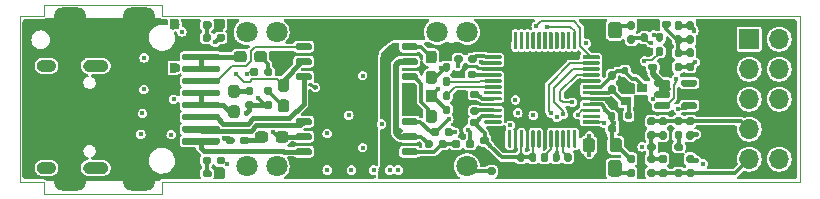
<source format=gtl>
G04 #@! TF.GenerationSoftware,KiCad,Pcbnew,6.0.10+dfsg-1~bpo11+1*
G04 #@! TF.ProjectId,project,70726f6a-6563-4742-9e6b-696361645f70,rev?*
G04 #@! TF.SameCoordinates,Original*
G04 #@! TF.FileFunction,Copper,L1,Top*
G04 #@! TF.FilePolarity,Positive*
%FSLAX46Y46*%
G04 Gerber Fmt 4.6, Leading zero omitted, Abs format (unit mm)*
%MOMM*%
%LPD*%
G01*
G04 APERTURE LIST*
G04 #@! TA.AperFunction,Profile*
%ADD10C,0.100000*%
G04 #@! TD*
G04 #@! TA.AperFunction,ComponentPad*
%ADD11C,1.800000*%
G04 #@! TD*
G04 #@! TA.AperFunction,ComponentPad*
%ADD12R,1.700000X1.700000*%
G04 #@! TD*
G04 #@! TA.AperFunction,ComponentPad*
%ADD13O,1.700000X1.700000*%
G04 #@! TD*
G04 #@! TA.AperFunction,ComponentPad*
%ADD14O,2.750000X1.450000*%
G04 #@! TD*
G04 #@! TA.AperFunction,SMDPad,CuDef*
%ADD15R,0.900000X0.800000*%
G04 #@! TD*
G04 #@! TA.AperFunction,ComponentPad*
%ADD16O,2.100000X1.000000*%
G04 #@! TD*
G04 #@! TA.AperFunction,ComponentPad*
%ADD17O,1.600000X1.000000*%
G04 #@! TD*
G04 #@! TA.AperFunction,ViaPad*
%ADD18C,0.400000*%
G04 #@! TD*
G04 #@! TA.AperFunction,Conductor*
%ADD19C,0.300000*%
G04 #@! TD*
G04 #@! TA.AperFunction,Conductor*
%ADD20C,0.200000*%
G04 #@! TD*
G04 #@! TA.AperFunction,Conductor*
%ADD21C,0.160000*%
G04 #@! TD*
G04 #@! TA.AperFunction,Conductor*
%ADD22C,0.500000*%
G04 #@! TD*
G04 #@! TA.AperFunction,Conductor*
%ADD23C,0.400000*%
G04 #@! TD*
G04 APERTURE END LIST*
D10*
X120262500Y-76037500D02*
X120262500Y-75037500D01*
X184262500Y-76037500D02*
X184262500Y-90037500D01*
X184262500Y-90037500D02*
X130262500Y-90037500D01*
X130262500Y-75037500D02*
X130262500Y-76037500D01*
X130262500Y-76037500D02*
X184262500Y-76037500D01*
X120262500Y-75037500D02*
X130262500Y-75037500D01*
X118262500Y-90037500D02*
X120262500Y-90037500D01*
X120262500Y-76037500D02*
X118262500Y-76037500D01*
X120262500Y-91037500D02*
X130262500Y-91037500D01*
X118262500Y-90037500D02*
X118262500Y-76037500D01*
X130262500Y-91037500D02*
X130262500Y-90037500D01*
X120262500Y-90037500D02*
X120262500Y-91037500D01*
G04 #@! TA.AperFunction,SMDPad,CuDef*
G36*
G01*
X161500000Y-87602500D02*
X161810000Y-87602500D01*
G75*
G02*
X161965000Y-87757500I0J-155000D01*
G01*
X161965000Y-88182500D01*
G75*
G02*
X161810000Y-88337500I-155000J0D01*
G01*
X161500000Y-88337500D01*
G75*
G02*
X161345000Y-88182500I0J155000D01*
G01*
X161345000Y-87757500D01*
G75*
G02*
X161500000Y-87602500I155000J0D01*
G01*
G37*
G04 #@! TD.AperFunction*
G04 #@! TA.AperFunction,SMDPad,CuDef*
G36*
G01*
X161500000Y-88737500D02*
X161810000Y-88737500D01*
G75*
G02*
X161965000Y-88892500I0J-155000D01*
G01*
X161965000Y-89317500D01*
G75*
G02*
X161810000Y-89472500I-155000J0D01*
G01*
X161500000Y-89472500D01*
G75*
G02*
X161345000Y-89317500I0J155000D01*
G01*
X161345000Y-88892500D01*
G75*
G02*
X161500000Y-88737500I155000J0D01*
G01*
G37*
G04 #@! TD.AperFunction*
G04 #@! TA.AperFunction,SMDPad,CuDef*
G36*
G01*
X153300000Y-85037500D02*
X152825000Y-85037500D01*
G75*
G02*
X152587500Y-84800000I0J237500D01*
G01*
X152587500Y-84200000D01*
G75*
G02*
X152825000Y-83962500I237500J0D01*
G01*
X153300000Y-83962500D01*
G75*
G02*
X153537500Y-84200000I0J-237500D01*
G01*
X153537500Y-84800000D01*
G75*
G02*
X153300000Y-85037500I-237500J0D01*
G01*
G37*
G04 #@! TD.AperFunction*
G04 #@! TA.AperFunction,SMDPad,CuDef*
G36*
G01*
X153300000Y-83312500D02*
X152825000Y-83312500D01*
G75*
G02*
X152587500Y-83075000I0J237500D01*
G01*
X152587500Y-82475000D01*
G75*
G02*
X152825000Y-82237500I237500J0D01*
G01*
X153300000Y-82237500D01*
G75*
G02*
X153537500Y-82475000I0J-237500D01*
G01*
X153537500Y-83075000D01*
G75*
G02*
X153300000Y-83312500I-237500J0D01*
G01*
G37*
G04 #@! TD.AperFunction*
G04 #@! TA.AperFunction,SMDPad,CuDef*
G36*
G01*
X159717500Y-88977500D02*
X159717500Y-89297500D01*
G75*
G02*
X159557500Y-89457500I-160000J0D01*
G01*
X159162500Y-89457500D01*
G75*
G02*
X159002500Y-89297500I0J160000D01*
G01*
X159002500Y-88977500D01*
G75*
G02*
X159162500Y-88817500I160000J0D01*
G01*
X159557500Y-88817500D01*
G75*
G02*
X159717500Y-88977500I0J-160000D01*
G01*
G37*
G04 #@! TD.AperFunction*
G04 #@! TA.AperFunction,SMDPad,CuDef*
G36*
G01*
X158522500Y-88977500D02*
X158522500Y-89297500D01*
G75*
G02*
X158362500Y-89457500I-160000J0D01*
G01*
X157967500Y-89457500D01*
G75*
G02*
X157807500Y-89297500I0J160000D01*
G01*
X157807500Y-88977500D01*
G75*
G02*
X157967500Y-88817500I160000J0D01*
G01*
X158362500Y-88817500D01*
G75*
G02*
X158522500Y-88977500I0J-160000D01*
G01*
G37*
G04 #@! TD.AperFunction*
G04 #@! TA.AperFunction,SMDPad,CuDef*
G36*
G01*
X168195000Y-80682500D02*
X168515000Y-80682500D01*
G75*
G02*
X168675000Y-80842500I0J-160000D01*
G01*
X168675000Y-81237500D01*
G75*
G02*
X168515000Y-81397500I-160000J0D01*
G01*
X168195000Y-81397500D01*
G75*
G02*
X168035000Y-81237500I0J160000D01*
G01*
X168035000Y-80842500D01*
G75*
G02*
X168195000Y-80682500I160000J0D01*
G01*
G37*
G04 #@! TD.AperFunction*
G04 #@! TA.AperFunction,SMDPad,CuDef*
G36*
G01*
X168195000Y-81877500D02*
X168515000Y-81877500D01*
G75*
G02*
X168675000Y-82037500I0J-160000D01*
G01*
X168675000Y-82432500D01*
G75*
G02*
X168515000Y-82592500I-160000J0D01*
G01*
X168195000Y-82592500D01*
G75*
G02*
X168035000Y-82432500I0J160000D01*
G01*
X168035000Y-82037500D01*
G75*
G02*
X168195000Y-81877500I160000J0D01*
G01*
G37*
G04 #@! TD.AperFunction*
G04 #@! TA.AperFunction,SMDPad,CuDef*
G36*
G01*
X154522500Y-84292500D02*
X154202500Y-84292500D01*
G75*
G02*
X154042500Y-84132500I0J160000D01*
G01*
X154042500Y-83737500D01*
G75*
G02*
X154202500Y-83577500I160000J0D01*
G01*
X154522500Y-83577500D01*
G75*
G02*
X154682500Y-83737500I0J-160000D01*
G01*
X154682500Y-84132500D01*
G75*
G02*
X154522500Y-84292500I-160000J0D01*
G01*
G37*
G04 #@! TD.AperFunction*
G04 #@! TA.AperFunction,SMDPad,CuDef*
G36*
G01*
X154522500Y-83097500D02*
X154202500Y-83097500D01*
G75*
G02*
X154042500Y-82937500I0J160000D01*
G01*
X154042500Y-82542500D01*
G75*
G02*
X154202500Y-82382500I160000J0D01*
G01*
X154522500Y-82382500D01*
G75*
G02*
X154682500Y-82542500I0J-160000D01*
G01*
X154682500Y-82937500D01*
G75*
G02*
X154522500Y-83097500I-160000J0D01*
G01*
G37*
G04 #@! TD.AperFunction*
G04 #@! TA.AperFunction,SMDPad,CuDef*
G36*
G01*
X172860000Y-86455000D02*
X172540000Y-86455000D01*
G75*
G02*
X172380000Y-86295000I0J160000D01*
G01*
X172380000Y-85900000D01*
G75*
G02*
X172540000Y-85740000I160000J0D01*
G01*
X172860000Y-85740000D01*
G75*
G02*
X173020000Y-85900000I0J-160000D01*
G01*
X173020000Y-86295000D01*
G75*
G02*
X172860000Y-86455000I-160000J0D01*
G01*
G37*
G04 #@! TD.AperFunction*
G04 #@! TA.AperFunction,SMDPad,CuDef*
G36*
G01*
X172860000Y-85260000D02*
X172540000Y-85260000D01*
G75*
G02*
X172380000Y-85100000I0J160000D01*
G01*
X172380000Y-84705000D01*
G75*
G02*
X172540000Y-84545000I160000J0D01*
G01*
X172860000Y-84545000D01*
G75*
G02*
X173020000Y-84705000I0J-160000D01*
G01*
X173020000Y-85100000D01*
G75*
G02*
X172860000Y-85260000I-160000J0D01*
G01*
G37*
G04 #@! TD.AperFunction*
G04 #@! TA.AperFunction,SMDPad,CuDef*
G36*
G01*
X135617500Y-76577500D02*
X135617500Y-76897500D01*
G75*
G02*
X135457500Y-77057500I-160000J0D01*
G01*
X135012500Y-77057500D01*
G75*
G02*
X134852500Y-76897500I0J160000D01*
G01*
X134852500Y-76577500D01*
G75*
G02*
X135012500Y-76417500I160000J0D01*
G01*
X135457500Y-76417500D01*
G75*
G02*
X135617500Y-76577500I0J-160000D01*
G01*
G37*
G04 #@! TD.AperFunction*
G04 #@! TA.AperFunction,SMDPad,CuDef*
G36*
G01*
X134472500Y-76577500D02*
X134472500Y-76897500D01*
G75*
G02*
X134312500Y-77057500I-160000J0D01*
G01*
X133867500Y-77057500D01*
G75*
G02*
X133707500Y-76897500I0J160000D01*
G01*
X133707500Y-76577500D01*
G75*
G02*
X133867500Y-76417500I160000J0D01*
G01*
X134312500Y-76417500D01*
G75*
G02*
X134472500Y-76577500I0J-160000D01*
G01*
G37*
G04 #@! TD.AperFunction*
G04 #@! TA.AperFunction,SMDPad,CuDef*
G36*
G01*
X154805000Y-86997500D02*
X154805000Y-86677500D01*
G75*
G02*
X154965000Y-86517500I160000J0D01*
G01*
X155360000Y-86517500D01*
G75*
G02*
X155520000Y-86677500I0J-160000D01*
G01*
X155520000Y-86997500D01*
G75*
G02*
X155360000Y-87157500I-160000J0D01*
G01*
X154965000Y-87157500D01*
G75*
G02*
X154805000Y-86997500I0J160000D01*
G01*
G37*
G04 #@! TD.AperFunction*
G04 #@! TA.AperFunction,SMDPad,CuDef*
G36*
G01*
X156000000Y-86997500D02*
X156000000Y-86677500D01*
G75*
G02*
X156160000Y-86517500I160000J0D01*
G01*
X156555000Y-86517500D01*
G75*
G02*
X156715000Y-86677500I0J-160000D01*
G01*
X156715000Y-86997500D01*
G75*
G02*
X156555000Y-87157500I-160000J0D01*
G01*
X156160000Y-87157500D01*
G75*
G02*
X156000000Y-86997500I0J160000D01*
G01*
G37*
G04 #@! TD.AperFunction*
G04 #@! TA.AperFunction,SMDPad,CuDef*
G36*
G01*
X173840000Y-84545000D02*
X174160000Y-84545000D01*
G75*
G02*
X174320000Y-84705000I0J-160000D01*
G01*
X174320000Y-85100000D01*
G75*
G02*
X174160000Y-85260000I-160000J0D01*
G01*
X173840000Y-85260000D01*
G75*
G02*
X173680000Y-85100000I0J160000D01*
G01*
X173680000Y-84705000D01*
G75*
G02*
X173840000Y-84545000I160000J0D01*
G01*
G37*
G04 #@! TD.AperFunction*
G04 #@! TA.AperFunction,SMDPad,CuDef*
G36*
G01*
X173840000Y-85740000D02*
X174160000Y-85740000D01*
G75*
G02*
X174320000Y-85900000I0J-160000D01*
G01*
X174320000Y-86295000D01*
G75*
G02*
X174160000Y-86455000I-160000J0D01*
G01*
X173840000Y-86455000D01*
G75*
G02*
X173680000Y-86295000I0J160000D01*
G01*
X173680000Y-85900000D01*
G75*
G02*
X173840000Y-85740000I160000J0D01*
G01*
G37*
G04 #@! TD.AperFunction*
G04 #@! TA.AperFunction,SMDPad,CuDef*
G36*
G01*
X154202500Y-79982500D02*
X154522500Y-79982500D01*
G75*
G02*
X154682500Y-80142500I0J-160000D01*
G01*
X154682500Y-80537500D01*
G75*
G02*
X154522500Y-80697500I-160000J0D01*
G01*
X154202500Y-80697500D01*
G75*
G02*
X154042500Y-80537500I0J160000D01*
G01*
X154042500Y-80142500D01*
G75*
G02*
X154202500Y-79982500I160000J0D01*
G01*
G37*
G04 #@! TD.AperFunction*
G04 #@! TA.AperFunction,SMDPad,CuDef*
G36*
G01*
X154202500Y-81177500D02*
X154522500Y-81177500D01*
G75*
G02*
X154682500Y-81337500I0J-160000D01*
G01*
X154682500Y-81732500D01*
G75*
G02*
X154522500Y-81892500I-160000J0D01*
G01*
X154202500Y-81892500D01*
G75*
G02*
X154042500Y-81732500I0J160000D01*
G01*
X154042500Y-81337500D01*
G75*
G02*
X154202500Y-81177500I160000J0D01*
G01*
G37*
G04 #@! TD.AperFunction*
D11*
X137437500Y-88727500D03*
X139977500Y-88727500D03*
X153547500Y-88727500D03*
X156087500Y-88727500D03*
X156087500Y-77347500D03*
X153547500Y-77347500D03*
X139977500Y-77347500D03*
X137437500Y-77347500D03*
G04 #@! TA.AperFunction,SMDPad,CuDef*
G36*
G01*
X157555000Y-79562500D02*
X157555000Y-79412500D01*
G75*
G02*
X157630000Y-79337500I75000J0D01*
G01*
X158955000Y-79337500D01*
G75*
G02*
X159030000Y-79412500I0J-75000D01*
G01*
X159030000Y-79562500D01*
G75*
G02*
X158955000Y-79637500I-75000J0D01*
G01*
X157630000Y-79637500D01*
G75*
G02*
X157555000Y-79562500I0J75000D01*
G01*
G37*
G04 #@! TD.AperFunction*
G04 #@! TA.AperFunction,SMDPad,CuDef*
G36*
G01*
X157555000Y-80062500D02*
X157555000Y-79912500D01*
G75*
G02*
X157630000Y-79837500I75000J0D01*
G01*
X158955000Y-79837500D01*
G75*
G02*
X159030000Y-79912500I0J-75000D01*
G01*
X159030000Y-80062500D01*
G75*
G02*
X158955000Y-80137500I-75000J0D01*
G01*
X157630000Y-80137500D01*
G75*
G02*
X157555000Y-80062500I0J75000D01*
G01*
G37*
G04 #@! TD.AperFunction*
G04 #@! TA.AperFunction,SMDPad,CuDef*
G36*
G01*
X157555000Y-80562500D02*
X157555000Y-80412500D01*
G75*
G02*
X157630000Y-80337500I75000J0D01*
G01*
X158955000Y-80337500D01*
G75*
G02*
X159030000Y-80412500I0J-75000D01*
G01*
X159030000Y-80562500D01*
G75*
G02*
X158955000Y-80637500I-75000J0D01*
G01*
X157630000Y-80637500D01*
G75*
G02*
X157555000Y-80562500I0J75000D01*
G01*
G37*
G04 #@! TD.AperFunction*
G04 #@! TA.AperFunction,SMDPad,CuDef*
G36*
G01*
X157555000Y-81062500D02*
X157555000Y-80912500D01*
G75*
G02*
X157630000Y-80837500I75000J0D01*
G01*
X158955000Y-80837500D01*
G75*
G02*
X159030000Y-80912500I0J-75000D01*
G01*
X159030000Y-81062500D01*
G75*
G02*
X158955000Y-81137500I-75000J0D01*
G01*
X157630000Y-81137500D01*
G75*
G02*
X157555000Y-81062500I0J75000D01*
G01*
G37*
G04 #@! TD.AperFunction*
G04 #@! TA.AperFunction,SMDPad,CuDef*
G36*
G01*
X157555000Y-81562500D02*
X157555000Y-81412500D01*
G75*
G02*
X157630000Y-81337500I75000J0D01*
G01*
X158955000Y-81337500D01*
G75*
G02*
X159030000Y-81412500I0J-75000D01*
G01*
X159030000Y-81562500D01*
G75*
G02*
X158955000Y-81637500I-75000J0D01*
G01*
X157630000Y-81637500D01*
G75*
G02*
X157555000Y-81562500I0J75000D01*
G01*
G37*
G04 #@! TD.AperFunction*
G04 #@! TA.AperFunction,SMDPad,CuDef*
G36*
G01*
X157555000Y-82062500D02*
X157555000Y-81912500D01*
G75*
G02*
X157630000Y-81837500I75000J0D01*
G01*
X158955000Y-81837500D01*
G75*
G02*
X159030000Y-81912500I0J-75000D01*
G01*
X159030000Y-82062500D01*
G75*
G02*
X158955000Y-82137500I-75000J0D01*
G01*
X157630000Y-82137500D01*
G75*
G02*
X157555000Y-82062500I0J75000D01*
G01*
G37*
G04 #@! TD.AperFunction*
G04 #@! TA.AperFunction,SMDPad,CuDef*
G36*
G01*
X157555000Y-82562500D02*
X157555000Y-82412500D01*
G75*
G02*
X157630000Y-82337500I75000J0D01*
G01*
X158955000Y-82337500D01*
G75*
G02*
X159030000Y-82412500I0J-75000D01*
G01*
X159030000Y-82562500D01*
G75*
G02*
X158955000Y-82637500I-75000J0D01*
G01*
X157630000Y-82637500D01*
G75*
G02*
X157555000Y-82562500I0J75000D01*
G01*
G37*
G04 #@! TD.AperFunction*
G04 #@! TA.AperFunction,SMDPad,CuDef*
G36*
G01*
X157555000Y-83062500D02*
X157555000Y-82912500D01*
G75*
G02*
X157630000Y-82837500I75000J0D01*
G01*
X158955000Y-82837500D01*
G75*
G02*
X159030000Y-82912500I0J-75000D01*
G01*
X159030000Y-83062500D01*
G75*
G02*
X158955000Y-83137500I-75000J0D01*
G01*
X157630000Y-83137500D01*
G75*
G02*
X157555000Y-83062500I0J75000D01*
G01*
G37*
G04 #@! TD.AperFunction*
G04 #@! TA.AperFunction,SMDPad,CuDef*
G36*
G01*
X157555000Y-83562500D02*
X157555000Y-83412500D01*
G75*
G02*
X157630000Y-83337500I75000J0D01*
G01*
X158955000Y-83337500D01*
G75*
G02*
X159030000Y-83412500I0J-75000D01*
G01*
X159030000Y-83562500D01*
G75*
G02*
X158955000Y-83637500I-75000J0D01*
G01*
X157630000Y-83637500D01*
G75*
G02*
X157555000Y-83562500I0J75000D01*
G01*
G37*
G04 #@! TD.AperFunction*
G04 #@! TA.AperFunction,SMDPad,CuDef*
G36*
G01*
X157555000Y-84062500D02*
X157555000Y-83912500D01*
G75*
G02*
X157630000Y-83837500I75000J0D01*
G01*
X158955000Y-83837500D01*
G75*
G02*
X159030000Y-83912500I0J-75000D01*
G01*
X159030000Y-84062500D01*
G75*
G02*
X158955000Y-84137500I-75000J0D01*
G01*
X157630000Y-84137500D01*
G75*
G02*
X157555000Y-84062500I0J75000D01*
G01*
G37*
G04 #@! TD.AperFunction*
G04 #@! TA.AperFunction,SMDPad,CuDef*
G36*
G01*
X157555000Y-84562500D02*
X157555000Y-84412500D01*
G75*
G02*
X157630000Y-84337500I75000J0D01*
G01*
X158955000Y-84337500D01*
G75*
G02*
X159030000Y-84412500I0J-75000D01*
G01*
X159030000Y-84562500D01*
G75*
G02*
X158955000Y-84637500I-75000J0D01*
G01*
X157630000Y-84637500D01*
G75*
G02*
X157555000Y-84562500I0J75000D01*
G01*
G37*
G04 #@! TD.AperFunction*
G04 #@! TA.AperFunction,SMDPad,CuDef*
G36*
G01*
X157555000Y-85062500D02*
X157555000Y-84912500D01*
G75*
G02*
X157630000Y-84837500I75000J0D01*
G01*
X158955000Y-84837500D01*
G75*
G02*
X159030000Y-84912500I0J-75000D01*
G01*
X159030000Y-85062500D01*
G75*
G02*
X158955000Y-85137500I-75000J0D01*
G01*
X157630000Y-85137500D01*
G75*
G02*
X157555000Y-85062500I0J75000D01*
G01*
G37*
G04 #@! TD.AperFunction*
G04 #@! TA.AperFunction,SMDPad,CuDef*
G36*
G01*
X159555000Y-87062500D02*
X159555000Y-85737500D01*
G75*
G02*
X159630000Y-85662500I75000J0D01*
G01*
X159780000Y-85662500D01*
G75*
G02*
X159855000Y-85737500I0J-75000D01*
G01*
X159855000Y-87062500D01*
G75*
G02*
X159780000Y-87137500I-75000J0D01*
G01*
X159630000Y-87137500D01*
G75*
G02*
X159555000Y-87062500I0J75000D01*
G01*
G37*
G04 #@! TD.AperFunction*
G04 #@! TA.AperFunction,SMDPad,CuDef*
G36*
G01*
X160055000Y-87062500D02*
X160055000Y-85737500D01*
G75*
G02*
X160130000Y-85662500I75000J0D01*
G01*
X160280000Y-85662500D01*
G75*
G02*
X160355000Y-85737500I0J-75000D01*
G01*
X160355000Y-87062500D01*
G75*
G02*
X160280000Y-87137500I-75000J0D01*
G01*
X160130000Y-87137500D01*
G75*
G02*
X160055000Y-87062500I0J75000D01*
G01*
G37*
G04 #@! TD.AperFunction*
G04 #@! TA.AperFunction,SMDPad,CuDef*
G36*
G01*
X160555000Y-87062500D02*
X160555000Y-85737500D01*
G75*
G02*
X160630000Y-85662500I75000J0D01*
G01*
X160780000Y-85662500D01*
G75*
G02*
X160855000Y-85737500I0J-75000D01*
G01*
X160855000Y-87062500D01*
G75*
G02*
X160780000Y-87137500I-75000J0D01*
G01*
X160630000Y-87137500D01*
G75*
G02*
X160555000Y-87062500I0J75000D01*
G01*
G37*
G04 #@! TD.AperFunction*
G04 #@! TA.AperFunction,SMDPad,CuDef*
G36*
G01*
X161055000Y-87062500D02*
X161055000Y-85737500D01*
G75*
G02*
X161130000Y-85662500I75000J0D01*
G01*
X161280000Y-85662500D01*
G75*
G02*
X161355000Y-85737500I0J-75000D01*
G01*
X161355000Y-87062500D01*
G75*
G02*
X161280000Y-87137500I-75000J0D01*
G01*
X161130000Y-87137500D01*
G75*
G02*
X161055000Y-87062500I0J75000D01*
G01*
G37*
G04 #@! TD.AperFunction*
G04 #@! TA.AperFunction,SMDPad,CuDef*
G36*
G01*
X161555000Y-87062500D02*
X161555000Y-85737500D01*
G75*
G02*
X161630000Y-85662500I75000J0D01*
G01*
X161780000Y-85662500D01*
G75*
G02*
X161855000Y-85737500I0J-75000D01*
G01*
X161855000Y-87062500D01*
G75*
G02*
X161780000Y-87137500I-75000J0D01*
G01*
X161630000Y-87137500D01*
G75*
G02*
X161555000Y-87062500I0J75000D01*
G01*
G37*
G04 #@! TD.AperFunction*
G04 #@! TA.AperFunction,SMDPad,CuDef*
G36*
G01*
X162055000Y-87062500D02*
X162055000Y-85737500D01*
G75*
G02*
X162130000Y-85662500I75000J0D01*
G01*
X162280000Y-85662500D01*
G75*
G02*
X162355000Y-85737500I0J-75000D01*
G01*
X162355000Y-87062500D01*
G75*
G02*
X162280000Y-87137500I-75000J0D01*
G01*
X162130000Y-87137500D01*
G75*
G02*
X162055000Y-87062500I0J75000D01*
G01*
G37*
G04 #@! TD.AperFunction*
G04 #@! TA.AperFunction,SMDPad,CuDef*
G36*
G01*
X162555000Y-87062500D02*
X162555000Y-85737500D01*
G75*
G02*
X162630000Y-85662500I75000J0D01*
G01*
X162780000Y-85662500D01*
G75*
G02*
X162855000Y-85737500I0J-75000D01*
G01*
X162855000Y-87062500D01*
G75*
G02*
X162780000Y-87137500I-75000J0D01*
G01*
X162630000Y-87137500D01*
G75*
G02*
X162555000Y-87062500I0J75000D01*
G01*
G37*
G04 #@! TD.AperFunction*
G04 #@! TA.AperFunction,SMDPad,CuDef*
G36*
G01*
X163055000Y-87062500D02*
X163055000Y-85737500D01*
G75*
G02*
X163130000Y-85662500I75000J0D01*
G01*
X163280000Y-85662500D01*
G75*
G02*
X163355000Y-85737500I0J-75000D01*
G01*
X163355000Y-87062500D01*
G75*
G02*
X163280000Y-87137500I-75000J0D01*
G01*
X163130000Y-87137500D01*
G75*
G02*
X163055000Y-87062500I0J75000D01*
G01*
G37*
G04 #@! TD.AperFunction*
G04 #@! TA.AperFunction,SMDPad,CuDef*
G36*
G01*
X163555000Y-87062500D02*
X163555000Y-85737500D01*
G75*
G02*
X163630000Y-85662500I75000J0D01*
G01*
X163780000Y-85662500D01*
G75*
G02*
X163855000Y-85737500I0J-75000D01*
G01*
X163855000Y-87062500D01*
G75*
G02*
X163780000Y-87137500I-75000J0D01*
G01*
X163630000Y-87137500D01*
G75*
G02*
X163555000Y-87062500I0J75000D01*
G01*
G37*
G04 #@! TD.AperFunction*
G04 #@! TA.AperFunction,SMDPad,CuDef*
G36*
G01*
X164055000Y-87062500D02*
X164055000Y-85737500D01*
G75*
G02*
X164130000Y-85662500I75000J0D01*
G01*
X164280000Y-85662500D01*
G75*
G02*
X164355000Y-85737500I0J-75000D01*
G01*
X164355000Y-87062500D01*
G75*
G02*
X164280000Y-87137500I-75000J0D01*
G01*
X164130000Y-87137500D01*
G75*
G02*
X164055000Y-87062500I0J75000D01*
G01*
G37*
G04 #@! TD.AperFunction*
G04 #@! TA.AperFunction,SMDPad,CuDef*
G36*
G01*
X164555000Y-87062500D02*
X164555000Y-85737500D01*
G75*
G02*
X164630000Y-85662500I75000J0D01*
G01*
X164780000Y-85662500D01*
G75*
G02*
X164855000Y-85737500I0J-75000D01*
G01*
X164855000Y-87062500D01*
G75*
G02*
X164780000Y-87137500I-75000J0D01*
G01*
X164630000Y-87137500D01*
G75*
G02*
X164555000Y-87062500I0J75000D01*
G01*
G37*
G04 #@! TD.AperFunction*
G04 #@! TA.AperFunction,SMDPad,CuDef*
G36*
G01*
X165055000Y-87062500D02*
X165055000Y-85737500D01*
G75*
G02*
X165130000Y-85662500I75000J0D01*
G01*
X165280000Y-85662500D01*
G75*
G02*
X165355000Y-85737500I0J-75000D01*
G01*
X165355000Y-87062500D01*
G75*
G02*
X165280000Y-87137500I-75000J0D01*
G01*
X165130000Y-87137500D01*
G75*
G02*
X165055000Y-87062500I0J75000D01*
G01*
G37*
G04 #@! TD.AperFunction*
G04 #@! TA.AperFunction,SMDPad,CuDef*
G36*
G01*
X165880000Y-85062500D02*
X165880000Y-84912500D01*
G75*
G02*
X165955000Y-84837500I75000J0D01*
G01*
X167280000Y-84837500D01*
G75*
G02*
X167355000Y-84912500I0J-75000D01*
G01*
X167355000Y-85062500D01*
G75*
G02*
X167280000Y-85137500I-75000J0D01*
G01*
X165955000Y-85137500D01*
G75*
G02*
X165880000Y-85062500I0J75000D01*
G01*
G37*
G04 #@! TD.AperFunction*
G04 #@! TA.AperFunction,SMDPad,CuDef*
G36*
G01*
X165880000Y-84562500D02*
X165880000Y-84412500D01*
G75*
G02*
X165955000Y-84337500I75000J0D01*
G01*
X167280000Y-84337500D01*
G75*
G02*
X167355000Y-84412500I0J-75000D01*
G01*
X167355000Y-84562500D01*
G75*
G02*
X167280000Y-84637500I-75000J0D01*
G01*
X165955000Y-84637500D01*
G75*
G02*
X165880000Y-84562500I0J75000D01*
G01*
G37*
G04 #@! TD.AperFunction*
G04 #@! TA.AperFunction,SMDPad,CuDef*
G36*
G01*
X165880000Y-84062500D02*
X165880000Y-83912500D01*
G75*
G02*
X165955000Y-83837500I75000J0D01*
G01*
X167280000Y-83837500D01*
G75*
G02*
X167355000Y-83912500I0J-75000D01*
G01*
X167355000Y-84062500D01*
G75*
G02*
X167280000Y-84137500I-75000J0D01*
G01*
X165955000Y-84137500D01*
G75*
G02*
X165880000Y-84062500I0J75000D01*
G01*
G37*
G04 #@! TD.AperFunction*
G04 #@! TA.AperFunction,SMDPad,CuDef*
G36*
G01*
X165880000Y-83562500D02*
X165880000Y-83412500D01*
G75*
G02*
X165955000Y-83337500I75000J0D01*
G01*
X167280000Y-83337500D01*
G75*
G02*
X167355000Y-83412500I0J-75000D01*
G01*
X167355000Y-83562500D01*
G75*
G02*
X167280000Y-83637500I-75000J0D01*
G01*
X165955000Y-83637500D01*
G75*
G02*
X165880000Y-83562500I0J75000D01*
G01*
G37*
G04 #@! TD.AperFunction*
G04 #@! TA.AperFunction,SMDPad,CuDef*
G36*
G01*
X165880000Y-83062500D02*
X165880000Y-82912500D01*
G75*
G02*
X165955000Y-82837500I75000J0D01*
G01*
X167280000Y-82837500D01*
G75*
G02*
X167355000Y-82912500I0J-75000D01*
G01*
X167355000Y-83062500D01*
G75*
G02*
X167280000Y-83137500I-75000J0D01*
G01*
X165955000Y-83137500D01*
G75*
G02*
X165880000Y-83062500I0J75000D01*
G01*
G37*
G04 #@! TD.AperFunction*
G04 #@! TA.AperFunction,SMDPad,CuDef*
G36*
G01*
X165880000Y-82562500D02*
X165880000Y-82412500D01*
G75*
G02*
X165955000Y-82337500I75000J0D01*
G01*
X167280000Y-82337500D01*
G75*
G02*
X167355000Y-82412500I0J-75000D01*
G01*
X167355000Y-82562500D01*
G75*
G02*
X167280000Y-82637500I-75000J0D01*
G01*
X165955000Y-82637500D01*
G75*
G02*
X165880000Y-82562500I0J75000D01*
G01*
G37*
G04 #@! TD.AperFunction*
G04 #@! TA.AperFunction,SMDPad,CuDef*
G36*
G01*
X165880000Y-82062500D02*
X165880000Y-81912500D01*
G75*
G02*
X165955000Y-81837500I75000J0D01*
G01*
X167280000Y-81837500D01*
G75*
G02*
X167355000Y-81912500I0J-75000D01*
G01*
X167355000Y-82062500D01*
G75*
G02*
X167280000Y-82137500I-75000J0D01*
G01*
X165955000Y-82137500D01*
G75*
G02*
X165880000Y-82062500I0J75000D01*
G01*
G37*
G04 #@! TD.AperFunction*
G04 #@! TA.AperFunction,SMDPad,CuDef*
G36*
G01*
X165880000Y-81562500D02*
X165880000Y-81412500D01*
G75*
G02*
X165955000Y-81337500I75000J0D01*
G01*
X167280000Y-81337500D01*
G75*
G02*
X167355000Y-81412500I0J-75000D01*
G01*
X167355000Y-81562500D01*
G75*
G02*
X167280000Y-81637500I-75000J0D01*
G01*
X165955000Y-81637500D01*
G75*
G02*
X165880000Y-81562500I0J75000D01*
G01*
G37*
G04 #@! TD.AperFunction*
G04 #@! TA.AperFunction,SMDPad,CuDef*
G36*
G01*
X165880000Y-81062500D02*
X165880000Y-80912500D01*
G75*
G02*
X165955000Y-80837500I75000J0D01*
G01*
X167280000Y-80837500D01*
G75*
G02*
X167355000Y-80912500I0J-75000D01*
G01*
X167355000Y-81062500D01*
G75*
G02*
X167280000Y-81137500I-75000J0D01*
G01*
X165955000Y-81137500D01*
G75*
G02*
X165880000Y-81062500I0J75000D01*
G01*
G37*
G04 #@! TD.AperFunction*
G04 #@! TA.AperFunction,SMDPad,CuDef*
G36*
G01*
X165880000Y-80562500D02*
X165880000Y-80412500D01*
G75*
G02*
X165955000Y-80337500I75000J0D01*
G01*
X167280000Y-80337500D01*
G75*
G02*
X167355000Y-80412500I0J-75000D01*
G01*
X167355000Y-80562500D01*
G75*
G02*
X167280000Y-80637500I-75000J0D01*
G01*
X165955000Y-80637500D01*
G75*
G02*
X165880000Y-80562500I0J75000D01*
G01*
G37*
G04 #@! TD.AperFunction*
G04 #@! TA.AperFunction,SMDPad,CuDef*
G36*
G01*
X165880000Y-80062500D02*
X165880000Y-79912500D01*
G75*
G02*
X165955000Y-79837500I75000J0D01*
G01*
X167280000Y-79837500D01*
G75*
G02*
X167355000Y-79912500I0J-75000D01*
G01*
X167355000Y-80062500D01*
G75*
G02*
X167280000Y-80137500I-75000J0D01*
G01*
X165955000Y-80137500D01*
G75*
G02*
X165880000Y-80062500I0J75000D01*
G01*
G37*
G04 #@! TD.AperFunction*
G04 #@! TA.AperFunction,SMDPad,CuDef*
G36*
G01*
X165880000Y-79562500D02*
X165880000Y-79412500D01*
G75*
G02*
X165955000Y-79337500I75000J0D01*
G01*
X167280000Y-79337500D01*
G75*
G02*
X167355000Y-79412500I0J-75000D01*
G01*
X167355000Y-79562500D01*
G75*
G02*
X167280000Y-79637500I-75000J0D01*
G01*
X165955000Y-79637500D01*
G75*
G02*
X165880000Y-79562500I0J75000D01*
G01*
G37*
G04 #@! TD.AperFunction*
G04 #@! TA.AperFunction,SMDPad,CuDef*
G36*
G01*
X165055000Y-78737500D02*
X165055000Y-77412500D01*
G75*
G02*
X165130000Y-77337500I75000J0D01*
G01*
X165280000Y-77337500D01*
G75*
G02*
X165355000Y-77412500I0J-75000D01*
G01*
X165355000Y-78737500D01*
G75*
G02*
X165280000Y-78812500I-75000J0D01*
G01*
X165130000Y-78812500D01*
G75*
G02*
X165055000Y-78737500I0J75000D01*
G01*
G37*
G04 #@! TD.AperFunction*
G04 #@! TA.AperFunction,SMDPad,CuDef*
G36*
G01*
X164555000Y-78737500D02*
X164555000Y-77412500D01*
G75*
G02*
X164630000Y-77337500I75000J0D01*
G01*
X164780000Y-77337500D01*
G75*
G02*
X164855000Y-77412500I0J-75000D01*
G01*
X164855000Y-78737500D01*
G75*
G02*
X164780000Y-78812500I-75000J0D01*
G01*
X164630000Y-78812500D01*
G75*
G02*
X164555000Y-78737500I0J75000D01*
G01*
G37*
G04 #@! TD.AperFunction*
G04 #@! TA.AperFunction,SMDPad,CuDef*
G36*
G01*
X164055000Y-78737500D02*
X164055000Y-77412500D01*
G75*
G02*
X164130000Y-77337500I75000J0D01*
G01*
X164280000Y-77337500D01*
G75*
G02*
X164355000Y-77412500I0J-75000D01*
G01*
X164355000Y-78737500D01*
G75*
G02*
X164280000Y-78812500I-75000J0D01*
G01*
X164130000Y-78812500D01*
G75*
G02*
X164055000Y-78737500I0J75000D01*
G01*
G37*
G04 #@! TD.AperFunction*
G04 #@! TA.AperFunction,SMDPad,CuDef*
G36*
G01*
X163555000Y-78737500D02*
X163555000Y-77412500D01*
G75*
G02*
X163630000Y-77337500I75000J0D01*
G01*
X163780000Y-77337500D01*
G75*
G02*
X163855000Y-77412500I0J-75000D01*
G01*
X163855000Y-78737500D01*
G75*
G02*
X163780000Y-78812500I-75000J0D01*
G01*
X163630000Y-78812500D01*
G75*
G02*
X163555000Y-78737500I0J75000D01*
G01*
G37*
G04 #@! TD.AperFunction*
G04 #@! TA.AperFunction,SMDPad,CuDef*
G36*
G01*
X163055000Y-78737500D02*
X163055000Y-77412500D01*
G75*
G02*
X163130000Y-77337500I75000J0D01*
G01*
X163280000Y-77337500D01*
G75*
G02*
X163355000Y-77412500I0J-75000D01*
G01*
X163355000Y-78737500D01*
G75*
G02*
X163280000Y-78812500I-75000J0D01*
G01*
X163130000Y-78812500D01*
G75*
G02*
X163055000Y-78737500I0J75000D01*
G01*
G37*
G04 #@! TD.AperFunction*
G04 #@! TA.AperFunction,SMDPad,CuDef*
G36*
G01*
X162555000Y-78737500D02*
X162555000Y-77412500D01*
G75*
G02*
X162630000Y-77337500I75000J0D01*
G01*
X162780000Y-77337500D01*
G75*
G02*
X162855000Y-77412500I0J-75000D01*
G01*
X162855000Y-78737500D01*
G75*
G02*
X162780000Y-78812500I-75000J0D01*
G01*
X162630000Y-78812500D01*
G75*
G02*
X162555000Y-78737500I0J75000D01*
G01*
G37*
G04 #@! TD.AperFunction*
G04 #@! TA.AperFunction,SMDPad,CuDef*
G36*
G01*
X162055000Y-78737500D02*
X162055000Y-77412500D01*
G75*
G02*
X162130000Y-77337500I75000J0D01*
G01*
X162280000Y-77337500D01*
G75*
G02*
X162355000Y-77412500I0J-75000D01*
G01*
X162355000Y-78737500D01*
G75*
G02*
X162280000Y-78812500I-75000J0D01*
G01*
X162130000Y-78812500D01*
G75*
G02*
X162055000Y-78737500I0J75000D01*
G01*
G37*
G04 #@! TD.AperFunction*
G04 #@! TA.AperFunction,SMDPad,CuDef*
G36*
G01*
X161555000Y-78737500D02*
X161555000Y-77412500D01*
G75*
G02*
X161630000Y-77337500I75000J0D01*
G01*
X161780000Y-77337500D01*
G75*
G02*
X161855000Y-77412500I0J-75000D01*
G01*
X161855000Y-78737500D01*
G75*
G02*
X161780000Y-78812500I-75000J0D01*
G01*
X161630000Y-78812500D01*
G75*
G02*
X161555000Y-78737500I0J75000D01*
G01*
G37*
G04 #@! TD.AperFunction*
G04 #@! TA.AperFunction,SMDPad,CuDef*
G36*
G01*
X161055000Y-78737500D02*
X161055000Y-77412500D01*
G75*
G02*
X161130000Y-77337500I75000J0D01*
G01*
X161280000Y-77337500D01*
G75*
G02*
X161355000Y-77412500I0J-75000D01*
G01*
X161355000Y-78737500D01*
G75*
G02*
X161280000Y-78812500I-75000J0D01*
G01*
X161130000Y-78812500D01*
G75*
G02*
X161055000Y-78737500I0J75000D01*
G01*
G37*
G04 #@! TD.AperFunction*
G04 #@! TA.AperFunction,SMDPad,CuDef*
G36*
G01*
X160555000Y-78737500D02*
X160555000Y-77412500D01*
G75*
G02*
X160630000Y-77337500I75000J0D01*
G01*
X160780000Y-77337500D01*
G75*
G02*
X160855000Y-77412500I0J-75000D01*
G01*
X160855000Y-78737500D01*
G75*
G02*
X160780000Y-78812500I-75000J0D01*
G01*
X160630000Y-78812500D01*
G75*
G02*
X160555000Y-78737500I0J75000D01*
G01*
G37*
G04 #@! TD.AperFunction*
G04 #@! TA.AperFunction,SMDPad,CuDef*
G36*
G01*
X160055000Y-78737500D02*
X160055000Y-77412500D01*
G75*
G02*
X160130000Y-77337500I75000J0D01*
G01*
X160280000Y-77337500D01*
G75*
G02*
X160355000Y-77412500I0J-75000D01*
G01*
X160355000Y-78737500D01*
G75*
G02*
X160280000Y-78812500I-75000J0D01*
G01*
X160130000Y-78812500D01*
G75*
G02*
X160055000Y-78737500I0J75000D01*
G01*
G37*
G04 #@! TD.AperFunction*
G04 #@! TA.AperFunction,SMDPad,CuDef*
G36*
G01*
X159555000Y-78737500D02*
X159555000Y-77412500D01*
G75*
G02*
X159630000Y-77337500I75000J0D01*
G01*
X159780000Y-77337500D01*
G75*
G02*
X159855000Y-77412500I0J-75000D01*
G01*
X159855000Y-78737500D01*
G75*
G02*
X159780000Y-78812500I-75000J0D01*
G01*
X159630000Y-78812500D01*
G75*
G02*
X159555000Y-78737500I0J75000D01*
G01*
G37*
G04 #@! TD.AperFunction*
G04 #@! TA.AperFunction,SMDPad,CuDef*
G36*
G01*
X160500000Y-87602500D02*
X160810000Y-87602500D01*
G75*
G02*
X160965000Y-87757500I0J-155000D01*
G01*
X160965000Y-88182500D01*
G75*
G02*
X160810000Y-88337500I-155000J0D01*
G01*
X160500000Y-88337500D01*
G75*
G02*
X160345000Y-88182500I0J155000D01*
G01*
X160345000Y-87757500D01*
G75*
G02*
X160500000Y-87602500I155000J0D01*
G01*
G37*
G04 #@! TD.AperFunction*
G04 #@! TA.AperFunction,SMDPad,CuDef*
G36*
G01*
X160500000Y-88737500D02*
X160810000Y-88737500D01*
G75*
G02*
X160965000Y-88892500I0J-155000D01*
G01*
X160965000Y-89317500D01*
G75*
G02*
X160810000Y-89472500I-155000J0D01*
G01*
X160500000Y-89472500D01*
G75*
G02*
X160345000Y-89317500I0J155000D01*
G01*
X160345000Y-88892500D01*
G75*
G02*
X160500000Y-88737500I155000J0D01*
G01*
G37*
G04 #@! TD.AperFunction*
G04 #@! TA.AperFunction,SMDPad,CuDef*
G36*
G01*
X164500000Y-87602500D02*
X164810000Y-87602500D01*
G75*
G02*
X164965000Y-87757500I0J-155000D01*
G01*
X164965000Y-88182500D01*
G75*
G02*
X164810000Y-88337500I-155000J0D01*
G01*
X164500000Y-88337500D01*
G75*
G02*
X164345000Y-88182500I0J155000D01*
G01*
X164345000Y-87757500D01*
G75*
G02*
X164500000Y-87602500I155000J0D01*
G01*
G37*
G04 #@! TD.AperFunction*
G04 #@! TA.AperFunction,SMDPad,CuDef*
G36*
G01*
X164500000Y-88737500D02*
X164810000Y-88737500D01*
G75*
G02*
X164965000Y-88892500I0J-155000D01*
G01*
X164965000Y-89317500D01*
G75*
G02*
X164810000Y-89472500I-155000J0D01*
G01*
X164500000Y-89472500D01*
G75*
G02*
X164345000Y-89317500I0J155000D01*
G01*
X164345000Y-88892500D01*
G75*
G02*
X164500000Y-88737500I155000J0D01*
G01*
G37*
G04 #@! TD.AperFunction*
G04 #@! TA.AperFunction,SMDPad,CuDef*
G36*
G01*
X152825000Y-78937500D02*
X153300000Y-78937500D01*
G75*
G02*
X153537500Y-79175000I0J-237500D01*
G01*
X153537500Y-79775000D01*
G75*
G02*
X153300000Y-80012500I-237500J0D01*
G01*
X152825000Y-80012500D01*
G75*
G02*
X152587500Y-79775000I0J237500D01*
G01*
X152587500Y-79175000D01*
G75*
G02*
X152825000Y-78937500I237500J0D01*
G01*
G37*
G04 #@! TD.AperFunction*
G04 #@! TA.AperFunction,SMDPad,CuDef*
G36*
G01*
X152825000Y-80662500D02*
X153300000Y-80662500D01*
G75*
G02*
X153537500Y-80900000I0J-237500D01*
G01*
X153537500Y-81500000D01*
G75*
G02*
X153300000Y-81737500I-237500J0D01*
G01*
X152825000Y-81737500D01*
G75*
G02*
X152587500Y-81500000I0J237500D01*
G01*
X152587500Y-80900000D01*
G75*
G02*
X152825000Y-80662500I237500J0D01*
G01*
G37*
G04 #@! TD.AperFunction*
G04 #@! TA.AperFunction,SMDPad,CuDef*
G36*
G01*
X140325000Y-81337500D02*
X140800000Y-81337500D01*
G75*
G02*
X141037500Y-81575000I0J-237500D01*
G01*
X141037500Y-82175000D01*
G75*
G02*
X140800000Y-82412500I-237500J0D01*
G01*
X140325000Y-82412500D01*
G75*
G02*
X140087500Y-82175000I0J237500D01*
G01*
X140087500Y-81575000D01*
G75*
G02*
X140325000Y-81337500I237500J0D01*
G01*
G37*
G04 #@! TD.AperFunction*
G04 #@! TA.AperFunction,SMDPad,CuDef*
G36*
G01*
X140325000Y-83062500D02*
X140800000Y-83062500D01*
G75*
G02*
X141037500Y-83300000I0J-237500D01*
G01*
X141037500Y-83900000D01*
G75*
G02*
X140800000Y-84137500I-237500J0D01*
G01*
X140325000Y-84137500D01*
G75*
G02*
X140087500Y-83900000I0J237500D01*
G01*
X140087500Y-83300000D01*
G75*
G02*
X140325000Y-83062500I237500J0D01*
G01*
G37*
G04 #@! TD.AperFunction*
G04 #@! TA.AperFunction,SMDPad,CuDef*
G36*
G01*
X139422500Y-83892500D02*
X139102500Y-83892500D01*
G75*
G02*
X138942500Y-83732500I0J160000D01*
G01*
X138942500Y-83337500D01*
G75*
G02*
X139102500Y-83177500I160000J0D01*
G01*
X139422500Y-83177500D01*
G75*
G02*
X139582500Y-83337500I0J-160000D01*
G01*
X139582500Y-83732500D01*
G75*
G02*
X139422500Y-83892500I-160000J0D01*
G01*
G37*
G04 #@! TD.AperFunction*
G04 #@! TA.AperFunction,SMDPad,CuDef*
G36*
G01*
X139422500Y-82697500D02*
X139102500Y-82697500D01*
G75*
G02*
X138942500Y-82537500I0J160000D01*
G01*
X138942500Y-82142500D01*
G75*
G02*
X139102500Y-81982500I160000J0D01*
G01*
X139422500Y-81982500D01*
G75*
G02*
X139582500Y-82142500I0J-160000D01*
G01*
X139582500Y-82537500D01*
G75*
G02*
X139422500Y-82697500I-160000J0D01*
G01*
G37*
G04 #@! TD.AperFunction*
G04 #@! TA.AperFunction,SMDPad,CuDef*
G36*
G01*
X175160000Y-80652500D02*
X174840000Y-80652500D01*
G75*
G02*
X174680000Y-80492500I0J160000D01*
G01*
X174680000Y-80097500D01*
G75*
G02*
X174840000Y-79937500I160000J0D01*
G01*
X175160000Y-79937500D01*
G75*
G02*
X175320000Y-80097500I0J-160000D01*
G01*
X175320000Y-80492500D01*
G75*
G02*
X175160000Y-80652500I-160000J0D01*
G01*
G37*
G04 #@! TD.AperFunction*
G04 #@! TA.AperFunction,SMDPad,CuDef*
G36*
G01*
X175160000Y-79457500D02*
X174840000Y-79457500D01*
G75*
G02*
X174680000Y-79297500I0J160000D01*
G01*
X174680000Y-78902500D01*
G75*
G02*
X174840000Y-78742500I160000J0D01*
G01*
X175160000Y-78742500D01*
G75*
G02*
X175320000Y-78902500I0J-160000D01*
G01*
X175320000Y-79297500D01*
G75*
G02*
X175160000Y-79457500I-160000J0D01*
G01*
G37*
G04 #@! TD.AperFunction*
G04 #@! TA.AperFunction,SMDPad,CuDef*
G36*
G01*
X136600000Y-84637500D02*
X136125000Y-84637500D01*
G75*
G02*
X135887500Y-84400000I0J237500D01*
G01*
X135887500Y-83800000D01*
G75*
G02*
X136125000Y-83562500I237500J0D01*
G01*
X136600000Y-83562500D01*
G75*
G02*
X136837500Y-83800000I0J-237500D01*
G01*
X136837500Y-84400000D01*
G75*
G02*
X136600000Y-84637500I-237500J0D01*
G01*
G37*
G04 #@! TD.AperFunction*
G04 #@! TA.AperFunction,SMDPad,CuDef*
G36*
G01*
X136600000Y-82912500D02*
X136125000Y-82912500D01*
G75*
G02*
X135887500Y-82675000I0J237500D01*
G01*
X135887500Y-82075000D01*
G75*
G02*
X136125000Y-81837500I237500J0D01*
G01*
X136600000Y-81837500D01*
G75*
G02*
X136837500Y-82075000I0J-237500D01*
G01*
X136837500Y-82675000D01*
G75*
G02*
X136600000Y-82912500I-237500J0D01*
G01*
G37*
G04 #@! TD.AperFunction*
G04 #@! TA.AperFunction,SMDPad,CuDef*
G36*
G01*
X151937500Y-87332500D02*
X151937500Y-87632500D01*
G75*
G02*
X151787500Y-87782500I-150000J0D01*
G01*
X150712500Y-87782500D01*
G75*
G02*
X150562500Y-87632500I0J150000D01*
G01*
X150562500Y-87332500D01*
G75*
G02*
X150712500Y-87182500I150000J0D01*
G01*
X151787500Y-87182500D01*
G75*
G02*
X151937500Y-87332500I0J-150000D01*
G01*
G37*
G04 #@! TD.AperFunction*
G04 #@! TA.AperFunction,SMDPad,CuDef*
G36*
G01*
X151937500Y-86062500D02*
X151937500Y-86362500D01*
G75*
G02*
X151787500Y-86512500I-150000J0D01*
G01*
X150712500Y-86512500D01*
G75*
G02*
X150562500Y-86362500I0J150000D01*
G01*
X150562500Y-86062500D01*
G75*
G02*
X150712500Y-85912500I150000J0D01*
G01*
X151787500Y-85912500D01*
G75*
G02*
X151937500Y-86062500I0J-150000D01*
G01*
G37*
G04 #@! TD.AperFunction*
G04 #@! TA.AperFunction,SMDPad,CuDef*
G36*
G01*
X151937500Y-84792500D02*
X151937500Y-85092500D01*
G75*
G02*
X151787500Y-85242500I-150000J0D01*
G01*
X150712500Y-85242500D01*
G75*
G02*
X150562500Y-85092500I0J150000D01*
G01*
X150562500Y-84792500D01*
G75*
G02*
X150712500Y-84642500I150000J0D01*
G01*
X151787500Y-84642500D01*
G75*
G02*
X151937500Y-84792500I0J-150000D01*
G01*
G37*
G04 #@! TD.AperFunction*
G04 #@! TA.AperFunction,SMDPad,CuDef*
G36*
G01*
X151937500Y-80982500D02*
X151937500Y-81282500D01*
G75*
G02*
X151787500Y-81432500I-150000J0D01*
G01*
X150712500Y-81432500D01*
G75*
G02*
X150562500Y-81282500I0J150000D01*
G01*
X150562500Y-80982500D01*
G75*
G02*
X150712500Y-80832500I150000J0D01*
G01*
X151787500Y-80832500D01*
G75*
G02*
X151937500Y-80982500I0J-150000D01*
G01*
G37*
G04 #@! TD.AperFunction*
G04 #@! TA.AperFunction,SMDPad,CuDef*
G36*
G01*
X151937500Y-79712500D02*
X151937500Y-80012500D01*
G75*
G02*
X151787500Y-80162500I-150000J0D01*
G01*
X150712500Y-80162500D01*
G75*
G02*
X150562500Y-80012500I0J150000D01*
G01*
X150562500Y-79712500D01*
G75*
G02*
X150712500Y-79562500I150000J0D01*
G01*
X151787500Y-79562500D01*
G75*
G02*
X151937500Y-79712500I0J-150000D01*
G01*
G37*
G04 #@! TD.AperFunction*
G04 #@! TA.AperFunction,SMDPad,CuDef*
G36*
G01*
X151937500Y-78442500D02*
X151937500Y-78742500D01*
G75*
G02*
X151787500Y-78892500I-150000J0D01*
G01*
X150712500Y-78892500D01*
G75*
G02*
X150562500Y-78742500I0J150000D01*
G01*
X150562500Y-78442500D01*
G75*
G02*
X150712500Y-78292500I150000J0D01*
G01*
X151787500Y-78292500D01*
G75*
G02*
X151937500Y-78442500I0J-150000D01*
G01*
G37*
G04 #@! TD.AperFunction*
G04 #@! TA.AperFunction,SMDPad,CuDef*
G36*
G01*
X142962500Y-78442500D02*
X142962500Y-78742500D01*
G75*
G02*
X142812500Y-78892500I-150000J0D01*
G01*
X141737500Y-78892500D01*
G75*
G02*
X141587500Y-78742500I0J150000D01*
G01*
X141587500Y-78442500D01*
G75*
G02*
X141737500Y-78292500I150000J0D01*
G01*
X142812500Y-78292500D01*
G75*
G02*
X142962500Y-78442500I0J-150000D01*
G01*
G37*
G04 #@! TD.AperFunction*
G04 #@! TA.AperFunction,SMDPad,CuDef*
G36*
G01*
X142962500Y-79712500D02*
X142962500Y-80012500D01*
G75*
G02*
X142812500Y-80162500I-150000J0D01*
G01*
X141737500Y-80162500D01*
G75*
G02*
X141587500Y-80012500I0J150000D01*
G01*
X141587500Y-79712500D01*
G75*
G02*
X141737500Y-79562500I150000J0D01*
G01*
X142812500Y-79562500D01*
G75*
G02*
X142962500Y-79712500I0J-150000D01*
G01*
G37*
G04 #@! TD.AperFunction*
G04 #@! TA.AperFunction,SMDPad,CuDef*
G36*
G01*
X142962500Y-80982500D02*
X142962500Y-81282500D01*
G75*
G02*
X142812500Y-81432500I-150000J0D01*
G01*
X141737500Y-81432500D01*
G75*
G02*
X141587500Y-81282500I0J150000D01*
G01*
X141587500Y-80982500D01*
G75*
G02*
X141737500Y-80832500I150000J0D01*
G01*
X142812500Y-80832500D01*
G75*
G02*
X142962500Y-80982500I0J-150000D01*
G01*
G37*
G04 #@! TD.AperFunction*
G04 #@! TA.AperFunction,SMDPad,CuDef*
G36*
G01*
X142962500Y-84792500D02*
X142962500Y-85092500D01*
G75*
G02*
X142812500Y-85242500I-150000J0D01*
G01*
X141737500Y-85242500D01*
G75*
G02*
X141587500Y-85092500I0J150000D01*
G01*
X141587500Y-84792500D01*
G75*
G02*
X141737500Y-84642500I150000J0D01*
G01*
X142812500Y-84642500D01*
G75*
G02*
X142962500Y-84792500I0J-150000D01*
G01*
G37*
G04 #@! TD.AperFunction*
G04 #@! TA.AperFunction,SMDPad,CuDef*
G36*
G01*
X142962500Y-86062500D02*
X142962500Y-86362500D01*
G75*
G02*
X142812500Y-86512500I-150000J0D01*
G01*
X141737500Y-86512500D01*
G75*
G02*
X141587500Y-86362500I0J150000D01*
G01*
X141587500Y-86062500D01*
G75*
G02*
X141737500Y-85912500I150000J0D01*
G01*
X142812500Y-85912500D01*
G75*
G02*
X142962500Y-86062500I0J-150000D01*
G01*
G37*
G04 #@! TD.AperFunction*
G04 #@! TA.AperFunction,SMDPad,CuDef*
G36*
G01*
X142962500Y-87332500D02*
X142962500Y-87632500D01*
G75*
G02*
X142812500Y-87782500I-150000J0D01*
G01*
X141737500Y-87782500D01*
G75*
G02*
X141587500Y-87632500I0J150000D01*
G01*
X141587500Y-87332500D01*
G75*
G02*
X141737500Y-87182500I150000J0D01*
G01*
X142812500Y-87182500D01*
G75*
G02*
X142962500Y-87332500I0J-150000D01*
G01*
G37*
G04 #@! TD.AperFunction*
G04 #@! TA.AperFunction,SMDPad,CuDef*
G36*
G01*
X153007500Y-85997500D02*
X153007500Y-85677500D01*
G75*
G02*
X153167500Y-85517500I160000J0D01*
G01*
X153562500Y-85517500D01*
G75*
G02*
X153722500Y-85677500I0J-160000D01*
G01*
X153722500Y-85997500D01*
G75*
G02*
X153562500Y-86157500I-160000J0D01*
G01*
X153167500Y-86157500D01*
G75*
G02*
X153007500Y-85997500I0J160000D01*
G01*
G37*
G04 #@! TD.AperFunction*
G04 #@! TA.AperFunction,SMDPad,CuDef*
G36*
G01*
X154202500Y-85997500D02*
X154202500Y-85677500D01*
G75*
G02*
X154362500Y-85517500I160000J0D01*
G01*
X154757500Y-85517500D01*
G75*
G02*
X154917500Y-85677500I0J-160000D01*
G01*
X154917500Y-85997500D01*
G75*
G02*
X154757500Y-86157500I-160000J0D01*
G01*
X154362500Y-86157500D01*
G75*
G02*
X154202500Y-85997500I0J160000D01*
G01*
G37*
G04 #@! TD.AperFunction*
D12*
X179987500Y-77962500D03*
D13*
X182527500Y-77962500D03*
X179987500Y-80502500D03*
X182527500Y-80502500D03*
X179987500Y-83042500D03*
X182527500Y-83042500D03*
X179987500Y-85582500D03*
X182527500Y-85582500D03*
X179987500Y-88122500D03*
X182527500Y-88122500D03*
G04 #@! TA.AperFunction,SMDPad,CuDef*
G36*
G01*
X137707500Y-80897500D02*
X137707500Y-80577500D01*
G75*
G02*
X137867500Y-80417500I160000J0D01*
G01*
X138262500Y-80417500D01*
G75*
G02*
X138422500Y-80577500I0J-160000D01*
G01*
X138422500Y-80897500D01*
G75*
G02*
X138262500Y-81057500I-160000J0D01*
G01*
X137867500Y-81057500D01*
G75*
G02*
X137707500Y-80897500I0J160000D01*
G01*
G37*
G04 #@! TD.AperFunction*
G04 #@! TA.AperFunction,SMDPad,CuDef*
G36*
G01*
X138902500Y-80897500D02*
X138902500Y-80577500D01*
G75*
G02*
X139062500Y-80417500I160000J0D01*
G01*
X139457500Y-80417500D01*
G75*
G02*
X139617500Y-80577500I0J-160000D01*
G01*
X139617500Y-80897500D01*
G75*
G02*
X139457500Y-81057500I-160000J0D01*
G01*
X139062500Y-81057500D01*
G75*
G02*
X138902500Y-80897500I0J160000D01*
G01*
G37*
G04 #@! TD.AperFunction*
G04 #@! TA.AperFunction,SMDPad,CuDef*
G36*
G01*
X132100000Y-86332500D02*
X135025000Y-86332500D01*
G75*
G02*
X135162500Y-86470000I0J-137500D01*
G01*
X135162500Y-86745000D01*
G75*
G02*
X135025000Y-86882500I-137500J0D01*
G01*
X132100000Y-86882500D01*
G75*
G02*
X131962500Y-86745000I0J137500D01*
G01*
X131962500Y-86470000D01*
G75*
G02*
X132100000Y-86332500I137500J0D01*
G01*
G37*
G04 #@! TD.AperFunction*
G04 #@! TA.AperFunction,SMDPad,CuDef*
G36*
G01*
X132100000Y-85312500D02*
X135025000Y-85312500D01*
G75*
G02*
X135162500Y-85450000I0J-137500D01*
G01*
X135162500Y-85725000D01*
G75*
G02*
X135025000Y-85862500I-137500J0D01*
G01*
X132100000Y-85862500D01*
G75*
G02*
X131962500Y-85725000I0J137500D01*
G01*
X131962500Y-85450000D01*
G75*
G02*
X132100000Y-85312500I137500J0D01*
G01*
G37*
G04 #@! TD.AperFunction*
G04 #@! TA.AperFunction,SMDPad,CuDef*
G36*
G01*
X132100000Y-84292500D02*
X135025000Y-84292500D01*
G75*
G02*
X135162500Y-84430000I0J-137500D01*
G01*
X135162500Y-84705000D01*
G75*
G02*
X135025000Y-84842500I-137500J0D01*
G01*
X132100000Y-84842500D01*
G75*
G02*
X131962500Y-84705000I0J137500D01*
G01*
X131962500Y-84430000D01*
G75*
G02*
X132100000Y-84292500I137500J0D01*
G01*
G37*
G04 #@! TD.AperFunction*
G04 #@! TA.AperFunction,SMDPad,CuDef*
G36*
G01*
X132100000Y-83272500D02*
X135025000Y-83272500D01*
G75*
G02*
X135162500Y-83410000I0J-137500D01*
G01*
X135162500Y-83685000D01*
G75*
G02*
X135025000Y-83822500I-137500J0D01*
G01*
X132100000Y-83822500D01*
G75*
G02*
X131962500Y-83685000I0J137500D01*
G01*
X131962500Y-83410000D01*
G75*
G02*
X132100000Y-83272500I137500J0D01*
G01*
G37*
G04 #@! TD.AperFunction*
G04 #@! TA.AperFunction,SMDPad,CuDef*
G36*
G01*
X132100000Y-82252500D02*
X135025000Y-82252500D01*
G75*
G02*
X135162500Y-82390000I0J-137500D01*
G01*
X135162500Y-82665000D01*
G75*
G02*
X135025000Y-82802500I-137500J0D01*
G01*
X132100000Y-82802500D01*
G75*
G02*
X131962500Y-82665000I0J137500D01*
G01*
X131962500Y-82390000D01*
G75*
G02*
X132100000Y-82252500I137500J0D01*
G01*
G37*
G04 #@! TD.AperFunction*
G04 #@! TA.AperFunction,SMDPad,CuDef*
G36*
G01*
X132100000Y-81232500D02*
X135025000Y-81232500D01*
G75*
G02*
X135162500Y-81370000I0J-137500D01*
G01*
X135162500Y-81645000D01*
G75*
G02*
X135025000Y-81782500I-137500J0D01*
G01*
X132100000Y-81782500D01*
G75*
G02*
X131962500Y-81645000I0J137500D01*
G01*
X131962500Y-81370000D01*
G75*
G02*
X132100000Y-81232500I137500J0D01*
G01*
G37*
G04 #@! TD.AperFunction*
G04 #@! TA.AperFunction,SMDPad,CuDef*
G36*
G01*
X132100000Y-80212500D02*
X135025000Y-80212500D01*
G75*
G02*
X135162500Y-80350000I0J-137500D01*
G01*
X135162500Y-80625000D01*
G75*
G02*
X135025000Y-80762500I-137500J0D01*
G01*
X132100000Y-80762500D01*
G75*
G02*
X131962500Y-80625000I0J137500D01*
G01*
X131962500Y-80350000D01*
G75*
G02*
X132100000Y-80212500I137500J0D01*
G01*
G37*
G04 #@! TD.AperFunction*
G04 #@! TA.AperFunction,SMDPad,CuDef*
G36*
G01*
X132100000Y-79192500D02*
X135025000Y-79192500D01*
G75*
G02*
X135162500Y-79330000I0J-137500D01*
G01*
X135162500Y-79605000D01*
G75*
G02*
X135025000Y-79742500I-137500J0D01*
G01*
X132100000Y-79742500D01*
G75*
G02*
X131962500Y-79605000I0J137500D01*
G01*
X131962500Y-79330000D01*
G75*
G02*
X132100000Y-79192500I137500J0D01*
G01*
G37*
G04 #@! TD.AperFunction*
D14*
X122462500Y-75987500D03*
X122462500Y-90087500D03*
X128362500Y-90087500D03*
X128362500Y-75987500D03*
G04 #@! TA.AperFunction,SMDPad,CuDef*
G36*
G01*
X156890000Y-80782500D02*
X156890000Y-81092500D01*
G75*
G02*
X156735000Y-81247500I-155000J0D01*
G01*
X156310000Y-81247500D01*
G75*
G02*
X156155000Y-81092500I0J155000D01*
G01*
X156155000Y-80782500D01*
G75*
G02*
X156310000Y-80627500I155000J0D01*
G01*
X156735000Y-80627500D01*
G75*
G02*
X156890000Y-80782500I0J-155000D01*
G01*
G37*
G04 #@! TD.AperFunction*
G04 #@! TA.AperFunction,SMDPad,CuDef*
G36*
G01*
X155755000Y-80782500D02*
X155755000Y-81092500D01*
G75*
G02*
X155600000Y-81247500I-155000J0D01*
G01*
X155175000Y-81247500D01*
G75*
G02*
X155020000Y-81092500I0J155000D01*
G01*
X155020000Y-80782500D01*
G75*
G02*
X155175000Y-80627500I155000J0D01*
G01*
X155600000Y-80627500D01*
G75*
G02*
X155755000Y-80782500I0J-155000D01*
G01*
G37*
G04 #@! TD.AperFunction*
G04 #@! TA.AperFunction,SMDPad,CuDef*
G36*
G01*
X171465000Y-80492500D02*
X171465000Y-80182500D01*
G75*
G02*
X171620000Y-80027500I155000J0D01*
G01*
X172045000Y-80027500D01*
G75*
G02*
X172200000Y-80182500I0J-155000D01*
G01*
X172200000Y-80492500D01*
G75*
G02*
X172045000Y-80647500I-155000J0D01*
G01*
X171620000Y-80647500D01*
G75*
G02*
X171465000Y-80492500I0J155000D01*
G01*
G37*
G04 #@! TD.AperFunction*
G04 #@! TA.AperFunction,SMDPad,CuDef*
G36*
G01*
X172600000Y-80492500D02*
X172600000Y-80182500D01*
G75*
G02*
X172755000Y-80027500I155000J0D01*
G01*
X173180000Y-80027500D01*
G75*
G02*
X173335000Y-80182500I0J-155000D01*
G01*
X173335000Y-80492500D01*
G75*
G02*
X173180000Y-80647500I-155000J0D01*
G01*
X172755000Y-80647500D01*
G75*
G02*
X172600000Y-80492500I0J155000D01*
G01*
G37*
G04 #@! TD.AperFunction*
G04 #@! TA.AperFunction,SMDPad,CuDef*
G36*
G01*
X168020000Y-85692500D02*
X168020000Y-85382500D01*
G75*
G02*
X168175000Y-85227500I155000J0D01*
G01*
X168600000Y-85227500D01*
G75*
G02*
X168755000Y-85382500I0J-155000D01*
G01*
X168755000Y-85692500D01*
G75*
G02*
X168600000Y-85847500I-155000J0D01*
G01*
X168175000Y-85847500D01*
G75*
G02*
X168020000Y-85692500I0J155000D01*
G01*
G37*
G04 #@! TD.AperFunction*
G04 #@! TA.AperFunction,SMDPad,CuDef*
G36*
G01*
X169155000Y-85692500D02*
X169155000Y-85382500D01*
G75*
G02*
X169310000Y-85227500I155000J0D01*
G01*
X169735000Y-85227500D01*
G75*
G02*
X169890000Y-85382500I0J-155000D01*
G01*
X169890000Y-85692500D01*
G75*
G02*
X169735000Y-85847500I-155000J0D01*
G01*
X169310000Y-85847500D01*
G75*
G02*
X169155000Y-85692500I0J155000D01*
G01*
G37*
G04 #@! TD.AperFunction*
G04 #@! TA.AperFunction,SMDPad,CuDef*
G36*
G01*
X135617500Y-89177500D02*
X135617500Y-89497500D01*
G75*
G02*
X135457500Y-89657500I-160000J0D01*
G01*
X135012500Y-89657500D01*
G75*
G02*
X134852500Y-89497500I0J160000D01*
G01*
X134852500Y-89177500D01*
G75*
G02*
X135012500Y-89017500I160000J0D01*
G01*
X135457500Y-89017500D01*
G75*
G02*
X135617500Y-89177500I0J-160000D01*
G01*
G37*
G04 #@! TD.AperFunction*
G04 #@! TA.AperFunction,SMDPad,CuDef*
G36*
G01*
X134472500Y-89177500D02*
X134472500Y-89497500D01*
G75*
G02*
X134312500Y-89657500I-160000J0D01*
G01*
X133867500Y-89657500D01*
G75*
G02*
X133707500Y-89497500I0J160000D01*
G01*
X133707500Y-89177500D01*
G75*
G02*
X133867500Y-89017500I160000J0D01*
G01*
X134312500Y-89017500D01*
G75*
G02*
X134472500Y-89177500I0J-160000D01*
G01*
G37*
G04 #@! TD.AperFunction*
G04 #@! TA.AperFunction,SMDPad,CuDef*
G36*
G01*
X175562500Y-83437500D02*
X175562500Y-83737500D01*
G75*
G02*
X175412500Y-83887500I-150000J0D01*
G01*
X174387500Y-83887500D01*
G75*
G02*
X174237500Y-83737500I0J150000D01*
G01*
X174237500Y-83437500D01*
G75*
G02*
X174387500Y-83287500I150000J0D01*
G01*
X175412500Y-83287500D01*
G75*
G02*
X175562500Y-83437500I0J-150000D01*
G01*
G37*
G04 #@! TD.AperFunction*
G04 #@! TA.AperFunction,SMDPad,CuDef*
G36*
G01*
X175562500Y-82487500D02*
X175562500Y-82787500D01*
G75*
G02*
X175412500Y-82937500I-150000J0D01*
G01*
X174387500Y-82937500D01*
G75*
G02*
X174237500Y-82787500I0J150000D01*
G01*
X174237500Y-82487500D01*
G75*
G02*
X174387500Y-82337500I150000J0D01*
G01*
X175412500Y-82337500D01*
G75*
G02*
X175562500Y-82487500I0J-150000D01*
G01*
G37*
G04 #@! TD.AperFunction*
G04 #@! TA.AperFunction,SMDPad,CuDef*
G36*
G01*
X175562500Y-81537500D02*
X175562500Y-81837500D01*
G75*
G02*
X175412500Y-81987500I-150000J0D01*
G01*
X174387500Y-81987500D01*
G75*
G02*
X174237500Y-81837500I0J150000D01*
G01*
X174237500Y-81537500D01*
G75*
G02*
X174387500Y-81387500I150000J0D01*
G01*
X175412500Y-81387500D01*
G75*
G02*
X175562500Y-81537500I0J-150000D01*
G01*
G37*
G04 #@! TD.AperFunction*
G04 #@! TA.AperFunction,SMDPad,CuDef*
G36*
G01*
X173287500Y-81537500D02*
X173287500Y-81837500D01*
G75*
G02*
X173137500Y-81987500I-150000J0D01*
G01*
X172112500Y-81987500D01*
G75*
G02*
X171962500Y-81837500I0J150000D01*
G01*
X171962500Y-81537500D01*
G75*
G02*
X172112500Y-81387500I150000J0D01*
G01*
X173137500Y-81387500D01*
G75*
G02*
X173287500Y-81537500I0J-150000D01*
G01*
G37*
G04 #@! TD.AperFunction*
G04 #@! TA.AperFunction,SMDPad,CuDef*
G36*
G01*
X173287500Y-82487500D02*
X173287500Y-82787500D01*
G75*
G02*
X173137500Y-82937500I-150000J0D01*
G01*
X172112500Y-82937500D01*
G75*
G02*
X171962500Y-82787500I0J150000D01*
G01*
X171962500Y-82487500D01*
G75*
G02*
X172112500Y-82337500I150000J0D01*
G01*
X173137500Y-82337500D01*
G75*
G02*
X173287500Y-82487500I0J-150000D01*
G01*
G37*
G04 #@! TD.AperFunction*
G04 #@! TA.AperFunction,SMDPad,CuDef*
G36*
G01*
X173287500Y-83437500D02*
X173287500Y-83737500D01*
G75*
G02*
X173137500Y-83887500I-150000J0D01*
G01*
X172112500Y-83887500D01*
G75*
G02*
X171962500Y-83737500I0J150000D01*
G01*
X171962500Y-83437500D01*
G75*
G02*
X172112500Y-83287500I150000J0D01*
G01*
X173137500Y-83287500D01*
G75*
G02*
X173287500Y-83437500I0J-150000D01*
G01*
G37*
G04 #@! TD.AperFunction*
D15*
X170955000Y-82087500D03*
X169555000Y-82087500D03*
X169555000Y-83187500D03*
X170955000Y-83187500D03*
G04 #@! TA.AperFunction,SMDPad,CuDef*
G36*
G01*
X169495000Y-84607500D02*
X169495000Y-84267500D01*
G75*
G02*
X169635000Y-84127500I140000J0D01*
G01*
X169915000Y-84127500D01*
G75*
G02*
X170055000Y-84267500I0J-140000D01*
G01*
X170055000Y-84607500D01*
G75*
G02*
X169915000Y-84747500I-140000J0D01*
G01*
X169635000Y-84747500D01*
G75*
G02*
X169495000Y-84607500I0J140000D01*
G01*
G37*
G04 #@! TD.AperFunction*
G04 #@! TA.AperFunction,SMDPad,CuDef*
G36*
G01*
X170455000Y-84607500D02*
X170455000Y-84267500D01*
G75*
G02*
X170595000Y-84127500I140000J0D01*
G01*
X170875000Y-84127500D01*
G75*
G02*
X171015000Y-84267500I0J-140000D01*
G01*
X171015000Y-84607500D01*
G75*
G02*
X170875000Y-84747500I-140000J0D01*
G01*
X170595000Y-84747500D01*
G75*
G02*
X170455000Y-84607500I0J140000D01*
G01*
G37*
G04 #@! TD.AperFunction*
G04 #@! TA.AperFunction,SMDPad,CuDef*
G36*
G01*
X174160000Y-80655000D02*
X173840000Y-80655000D01*
G75*
G02*
X173680000Y-80495000I0J160000D01*
G01*
X173680000Y-80100000D01*
G75*
G02*
X173840000Y-79940000I160000J0D01*
G01*
X174160000Y-79940000D01*
G75*
G02*
X174320000Y-80100000I0J-160000D01*
G01*
X174320000Y-80495000D01*
G75*
G02*
X174160000Y-80655000I-160000J0D01*
G01*
G37*
G04 #@! TD.AperFunction*
G04 #@! TA.AperFunction,SMDPad,CuDef*
G36*
G01*
X174160000Y-79460000D02*
X173840000Y-79460000D01*
G75*
G02*
X173680000Y-79300000I0J160000D01*
G01*
X173680000Y-78905000D01*
G75*
G02*
X173840000Y-78745000I160000J0D01*
G01*
X174160000Y-78745000D01*
G75*
G02*
X174320000Y-78905000I0J-160000D01*
G01*
X174320000Y-79300000D01*
G75*
G02*
X174160000Y-79460000I-160000J0D01*
G01*
G37*
G04 #@! TD.AperFunction*
G04 #@! TA.AperFunction,SMDPad,CuDef*
G36*
G01*
X140962500Y-86000000D02*
X140962500Y-86475000D01*
G75*
G02*
X140725000Y-86712500I-237500J0D01*
G01*
X140125000Y-86712500D01*
G75*
G02*
X139887500Y-86475000I0J237500D01*
G01*
X139887500Y-86000000D01*
G75*
G02*
X140125000Y-85762500I237500J0D01*
G01*
X140725000Y-85762500D01*
G75*
G02*
X140962500Y-86000000I0J-237500D01*
G01*
G37*
G04 #@! TD.AperFunction*
G04 #@! TA.AperFunction,SMDPad,CuDef*
G36*
G01*
X139237500Y-86000000D02*
X139237500Y-86475000D01*
G75*
G02*
X139000000Y-86712500I-237500J0D01*
G01*
X138400000Y-86712500D01*
G75*
G02*
X138162500Y-86475000I0J237500D01*
G01*
X138162500Y-86000000D01*
G75*
G02*
X138400000Y-85762500I237500J0D01*
G01*
X139000000Y-85762500D01*
G75*
G02*
X139237500Y-86000000I0J-237500D01*
G01*
G37*
G04 #@! TD.AperFunction*
G04 #@! TA.AperFunction,SMDPad,CuDef*
G36*
G01*
X173665000Y-87255000D02*
X173665000Y-86945000D01*
G75*
G02*
X173820000Y-86790000I155000J0D01*
G01*
X174245000Y-86790000D01*
G75*
G02*
X174400000Y-86945000I0J-155000D01*
G01*
X174400000Y-87255000D01*
G75*
G02*
X174245000Y-87410000I-155000J0D01*
G01*
X173820000Y-87410000D01*
G75*
G02*
X173665000Y-87255000I0J155000D01*
G01*
G37*
G04 #@! TD.AperFunction*
G04 #@! TA.AperFunction,SMDPad,CuDef*
G36*
G01*
X174800000Y-87255000D02*
X174800000Y-86945000D01*
G75*
G02*
X174955000Y-86790000I155000J0D01*
G01*
X175380000Y-86790000D01*
G75*
G02*
X175535000Y-86945000I0J-155000D01*
G01*
X175535000Y-87255000D01*
G75*
G02*
X175380000Y-87410000I-155000J0D01*
G01*
X174955000Y-87410000D01*
G75*
G02*
X174800000Y-87255000I0J155000D01*
G01*
G37*
G04 #@! TD.AperFunction*
G04 #@! TA.AperFunction,SMDPad,CuDef*
G36*
G01*
X163500000Y-87602500D02*
X163810000Y-87602500D01*
G75*
G02*
X163965000Y-87757500I0J-155000D01*
G01*
X163965000Y-88182500D01*
G75*
G02*
X163810000Y-88337500I-155000J0D01*
G01*
X163500000Y-88337500D01*
G75*
G02*
X163345000Y-88182500I0J155000D01*
G01*
X163345000Y-87757500D01*
G75*
G02*
X163500000Y-87602500I155000J0D01*
G01*
G37*
G04 #@! TD.AperFunction*
G04 #@! TA.AperFunction,SMDPad,CuDef*
G36*
G01*
X163500000Y-88737500D02*
X163810000Y-88737500D01*
G75*
G02*
X163965000Y-88892500I0J-155000D01*
G01*
X163965000Y-89317500D01*
G75*
G02*
X163810000Y-89472500I-155000J0D01*
G01*
X163500000Y-89472500D01*
G75*
G02*
X163345000Y-89317500I0J155000D01*
G01*
X163345000Y-88892500D01*
G75*
G02*
X163500000Y-88737500I155000J0D01*
G01*
G37*
G04 #@! TD.AperFunction*
G04 #@! TA.AperFunction,SMDPad,CuDef*
G36*
G01*
X173840000Y-87745000D02*
X174160000Y-87745000D01*
G75*
G02*
X174320000Y-87905000I0J-160000D01*
G01*
X174320000Y-88300000D01*
G75*
G02*
X174160000Y-88460000I-160000J0D01*
G01*
X173840000Y-88460000D01*
G75*
G02*
X173680000Y-88300000I0J160000D01*
G01*
X173680000Y-87905000D01*
G75*
G02*
X173840000Y-87745000I160000J0D01*
G01*
G37*
G04 #@! TD.AperFunction*
G04 #@! TA.AperFunction,SMDPad,CuDef*
G36*
G01*
X173840000Y-88940000D02*
X174160000Y-88940000D01*
G75*
G02*
X174320000Y-89100000I0J-160000D01*
G01*
X174320000Y-89495000D01*
G75*
G02*
X174160000Y-89655000I-160000J0D01*
G01*
X173840000Y-89655000D01*
G75*
G02*
X173680000Y-89495000I0J160000D01*
G01*
X173680000Y-89100000D01*
G75*
G02*
X173840000Y-88940000I160000J0D01*
G01*
G37*
G04 #@! TD.AperFunction*
G04 #@! TA.AperFunction,SMDPad,CuDef*
G36*
G01*
X170945000Y-77465000D02*
X171255000Y-77465000D01*
G75*
G02*
X171410000Y-77620000I0J-155000D01*
G01*
X171410000Y-78045000D01*
G75*
G02*
X171255000Y-78200000I-155000J0D01*
G01*
X170945000Y-78200000D01*
G75*
G02*
X170790000Y-78045000I0J155000D01*
G01*
X170790000Y-77620000D01*
G75*
G02*
X170945000Y-77465000I155000J0D01*
G01*
G37*
G04 #@! TD.AperFunction*
G04 #@! TA.AperFunction,SMDPad,CuDef*
G36*
G01*
X170945000Y-78600000D02*
X171255000Y-78600000D01*
G75*
G02*
X171410000Y-78755000I0J-155000D01*
G01*
X171410000Y-79180000D01*
G75*
G02*
X171255000Y-79335000I-155000J0D01*
G01*
X170945000Y-79335000D01*
G75*
G02*
X170790000Y-79180000I0J155000D01*
G01*
X170790000Y-78755000D01*
G75*
G02*
X170945000Y-78600000I155000J0D01*
G01*
G37*
G04 #@! TD.AperFunction*
G04 #@! TA.AperFunction,SMDPad,CuDef*
G36*
G01*
X157220000Y-86692500D02*
X157220000Y-86382500D01*
G75*
G02*
X157375000Y-86227500I155000J0D01*
G01*
X157800000Y-86227500D01*
G75*
G02*
X157955000Y-86382500I0J-155000D01*
G01*
X157955000Y-86692500D01*
G75*
G02*
X157800000Y-86847500I-155000J0D01*
G01*
X157375000Y-86847500D01*
G75*
G02*
X157220000Y-86692500I0J155000D01*
G01*
G37*
G04 #@! TD.AperFunction*
G04 #@! TA.AperFunction,SMDPad,CuDef*
G36*
G01*
X158355000Y-86692500D02*
X158355000Y-86382500D01*
G75*
G02*
X158510000Y-86227500I155000J0D01*
G01*
X158935000Y-86227500D01*
G75*
G02*
X159090000Y-86382500I0J-155000D01*
G01*
X159090000Y-86692500D01*
G75*
G02*
X158935000Y-86847500I-155000J0D01*
G01*
X158510000Y-86847500D01*
G75*
G02*
X158355000Y-86692500I0J155000D01*
G01*
G37*
G04 #@! TD.AperFunction*
G04 #@! TA.AperFunction,SMDPad,CuDef*
G36*
G01*
X166000000Y-77650000D02*
X166000000Y-76750000D01*
G75*
G02*
X166250000Y-76500000I250000J0D01*
G01*
X166900000Y-76500000D01*
G75*
G02*
X167150000Y-76750000I0J-250000D01*
G01*
X167150000Y-77650000D01*
G75*
G02*
X166900000Y-77900000I-250000J0D01*
G01*
X166250000Y-77900000D01*
G75*
G02*
X166000000Y-77650000I0J250000D01*
G01*
G37*
G04 #@! TD.AperFunction*
G04 #@! TA.AperFunction,SMDPad,CuDef*
G36*
G01*
X168050000Y-77650000D02*
X168050000Y-76750000D01*
G75*
G02*
X168300000Y-76500000I250000J0D01*
G01*
X168950000Y-76500000D01*
G75*
G02*
X169200000Y-76750000I0J-250000D01*
G01*
X169200000Y-77650000D01*
G75*
G02*
X168950000Y-77900000I-250000J0D01*
G01*
X168300000Y-77900000D01*
G75*
G02*
X168050000Y-77650000I0J250000D01*
G01*
G37*
G04 #@! TD.AperFunction*
G04 #@! TA.AperFunction,SMDPad,CuDef*
G36*
G01*
X175160000Y-78355000D02*
X174840000Y-78355000D01*
G75*
G02*
X174680000Y-78195000I0J160000D01*
G01*
X174680000Y-77800000D01*
G75*
G02*
X174840000Y-77640000I160000J0D01*
G01*
X175160000Y-77640000D01*
G75*
G02*
X175320000Y-77800000I0J-160000D01*
G01*
X175320000Y-78195000D01*
G75*
G02*
X175160000Y-78355000I-160000J0D01*
G01*
G37*
G04 #@! TD.AperFunction*
G04 #@! TA.AperFunction,SMDPad,CuDef*
G36*
G01*
X175160000Y-77160000D02*
X174840000Y-77160000D01*
G75*
G02*
X174680000Y-77000000I0J160000D01*
G01*
X174680000Y-76605000D01*
G75*
G02*
X174840000Y-76445000I160000J0D01*
G01*
X175160000Y-76445000D01*
G75*
G02*
X175320000Y-76605000I0J-160000D01*
G01*
X175320000Y-77000000D01*
G75*
G02*
X175160000Y-77160000I-160000J0D01*
G01*
G37*
G04 #@! TD.AperFunction*
G04 #@! TA.AperFunction,SMDPad,CuDef*
G36*
G01*
X174840000Y-84545000D02*
X175160000Y-84545000D01*
G75*
G02*
X175320000Y-84705000I0J-160000D01*
G01*
X175320000Y-85100000D01*
G75*
G02*
X175160000Y-85260000I-160000J0D01*
G01*
X174840000Y-85260000D01*
G75*
G02*
X174680000Y-85100000I0J160000D01*
G01*
X174680000Y-84705000D01*
G75*
G02*
X174840000Y-84545000I160000J0D01*
G01*
G37*
G04 #@! TD.AperFunction*
G04 #@! TA.AperFunction,SMDPad,CuDef*
G36*
G01*
X174840000Y-85740000D02*
X175160000Y-85740000D01*
G75*
G02*
X175320000Y-85900000I0J-160000D01*
G01*
X175320000Y-86295000D01*
G75*
G02*
X175160000Y-86455000I-160000J0D01*
G01*
X174840000Y-86455000D01*
G75*
G02*
X174680000Y-86295000I0J160000D01*
G01*
X174680000Y-85900000D01*
G75*
G02*
X174840000Y-85740000I160000J0D01*
G01*
G37*
G04 #@! TD.AperFunction*
G04 #@! TA.AperFunction,SMDPad,CuDef*
G36*
G01*
X172860000Y-89655000D02*
X172540000Y-89655000D01*
G75*
G02*
X172380000Y-89495000I0J160000D01*
G01*
X172380000Y-89100000D01*
G75*
G02*
X172540000Y-88940000I160000J0D01*
G01*
X172860000Y-88940000D01*
G75*
G02*
X173020000Y-89100000I0J-160000D01*
G01*
X173020000Y-89495000D01*
G75*
G02*
X172860000Y-89655000I-160000J0D01*
G01*
G37*
G04 #@! TD.AperFunction*
G04 #@! TA.AperFunction,SMDPad,CuDef*
G36*
G01*
X172860000Y-88460000D02*
X172540000Y-88460000D01*
G75*
G02*
X172380000Y-88300000I0J160000D01*
G01*
X172380000Y-87905000D01*
G75*
G02*
X172540000Y-87745000I160000J0D01*
G01*
X172860000Y-87745000D01*
G75*
G02*
X173020000Y-87905000I0J-160000D01*
G01*
X173020000Y-88300000D01*
G75*
G02*
X172860000Y-88460000I-160000J0D01*
G01*
G37*
G04 #@! TD.AperFunction*
G04 #@! TA.AperFunction,SMDPad,CuDef*
G36*
G01*
X172560000Y-79355000D02*
X172240000Y-79355000D01*
G75*
G02*
X172080000Y-79195000I0J160000D01*
G01*
X172080000Y-78800000D01*
G75*
G02*
X172240000Y-78640000I160000J0D01*
G01*
X172560000Y-78640000D01*
G75*
G02*
X172720000Y-78800000I0J-160000D01*
G01*
X172720000Y-79195000D01*
G75*
G02*
X172560000Y-79355000I-160000J0D01*
G01*
G37*
G04 #@! TD.AperFunction*
G04 #@! TA.AperFunction,SMDPad,CuDef*
G36*
G01*
X172560000Y-78160000D02*
X172240000Y-78160000D01*
G75*
G02*
X172080000Y-78000000I0J160000D01*
G01*
X172080000Y-77605000D01*
G75*
G02*
X172240000Y-77445000I160000J0D01*
G01*
X172560000Y-77445000D01*
G75*
G02*
X172720000Y-77605000I0J-160000D01*
G01*
X172720000Y-78000000D01*
G75*
G02*
X172560000Y-78160000I-160000J0D01*
G01*
G37*
G04 #@! TD.AperFunction*
G04 #@! TA.AperFunction,SMDPad,CuDef*
G36*
G01*
X171860000Y-89655000D02*
X171540000Y-89655000D01*
G75*
G02*
X171380000Y-89495000I0J160000D01*
G01*
X171380000Y-89100000D01*
G75*
G02*
X171540000Y-88940000I160000J0D01*
G01*
X171860000Y-88940000D01*
G75*
G02*
X172020000Y-89100000I0J-160000D01*
G01*
X172020000Y-89495000D01*
G75*
G02*
X171860000Y-89655000I-160000J0D01*
G01*
G37*
G04 #@! TD.AperFunction*
G04 #@! TA.AperFunction,SMDPad,CuDef*
G36*
G01*
X171860000Y-88460000D02*
X171540000Y-88460000D01*
G75*
G02*
X171380000Y-88300000I0J160000D01*
G01*
X171380000Y-87905000D01*
G75*
G02*
X171540000Y-87745000I160000J0D01*
G01*
X171860000Y-87745000D01*
G75*
G02*
X172020000Y-87905000I0J-160000D01*
G01*
X172020000Y-88300000D01*
G75*
G02*
X171860000Y-88460000I-160000J0D01*
G01*
G37*
G04 #@! TD.AperFunction*
G04 #@! TA.AperFunction,SMDPad,CuDef*
G36*
G01*
X171365000Y-87255000D02*
X171365000Y-86945000D01*
G75*
G02*
X171520000Y-86790000I155000J0D01*
G01*
X171945000Y-86790000D01*
G75*
G02*
X172100000Y-86945000I0J-155000D01*
G01*
X172100000Y-87255000D01*
G75*
G02*
X171945000Y-87410000I-155000J0D01*
G01*
X171520000Y-87410000D01*
G75*
G02*
X171365000Y-87255000I0J155000D01*
G01*
G37*
G04 #@! TD.AperFunction*
G04 #@! TA.AperFunction,SMDPad,CuDef*
G36*
G01*
X172500000Y-87255000D02*
X172500000Y-86945000D01*
G75*
G02*
X172655000Y-86790000I155000J0D01*
G01*
X173080000Y-86790000D01*
G75*
G02*
X173235000Y-86945000I0J-155000D01*
G01*
X173235000Y-87255000D01*
G75*
G02*
X173080000Y-87410000I-155000J0D01*
G01*
X172655000Y-87410000D01*
G75*
G02*
X172500000Y-87255000I0J155000D01*
G01*
G37*
G04 #@! TD.AperFunction*
G04 #@! TA.AperFunction,SMDPad,CuDef*
G36*
G01*
X154417500Y-86677500D02*
X154417500Y-86997500D01*
G75*
G02*
X154257500Y-87157500I-160000J0D01*
G01*
X153862500Y-87157500D01*
G75*
G02*
X153702500Y-86997500I0J160000D01*
G01*
X153702500Y-86677500D01*
G75*
G02*
X153862500Y-86517500I160000J0D01*
G01*
X154257500Y-86517500D01*
G75*
G02*
X154417500Y-86677500I0J-160000D01*
G01*
G37*
G04 #@! TD.AperFunction*
G04 #@! TA.AperFunction,SMDPad,CuDef*
G36*
G01*
X153222500Y-86677500D02*
X153222500Y-86997500D01*
G75*
G02*
X153062500Y-87157500I-160000J0D01*
G01*
X152667500Y-87157500D01*
G75*
G02*
X152507500Y-86997500I0J160000D01*
G01*
X152507500Y-86677500D01*
G75*
G02*
X152667500Y-86517500I160000J0D01*
G01*
X153062500Y-86517500D01*
G75*
G02*
X153222500Y-86677500I0J-160000D01*
G01*
G37*
G04 #@! TD.AperFunction*
G04 #@! TA.AperFunction,SMDPad,CuDef*
G36*
G01*
X135617500Y-88077500D02*
X135617500Y-88397500D01*
G75*
G02*
X135457500Y-88557500I-160000J0D01*
G01*
X135062500Y-88557500D01*
G75*
G02*
X134902500Y-88397500I0J160000D01*
G01*
X134902500Y-88077500D01*
G75*
G02*
X135062500Y-87917500I160000J0D01*
G01*
X135457500Y-87917500D01*
G75*
G02*
X135617500Y-88077500I0J-160000D01*
G01*
G37*
G04 #@! TD.AperFunction*
G04 #@! TA.AperFunction,SMDPad,CuDef*
G36*
G01*
X134422500Y-88077500D02*
X134422500Y-88397500D01*
G75*
G02*
X134262500Y-88557500I-160000J0D01*
G01*
X133867500Y-88557500D01*
G75*
G02*
X133707500Y-88397500I0J160000D01*
G01*
X133707500Y-88077500D01*
G75*
G02*
X133867500Y-87917500I160000J0D01*
G01*
X134262500Y-87917500D01*
G75*
G02*
X134422500Y-88077500I0J-160000D01*
G01*
G37*
G04 #@! TD.AperFunction*
G04 #@! TA.AperFunction,SMDPad,CuDef*
G36*
G01*
X162500000Y-87602500D02*
X162810000Y-87602500D01*
G75*
G02*
X162965000Y-87757500I0J-155000D01*
G01*
X162965000Y-88182500D01*
G75*
G02*
X162810000Y-88337500I-155000J0D01*
G01*
X162500000Y-88337500D01*
G75*
G02*
X162345000Y-88182500I0J155000D01*
G01*
X162345000Y-87757500D01*
G75*
G02*
X162500000Y-87602500I155000J0D01*
G01*
G37*
G04 #@! TD.AperFunction*
G04 #@! TA.AperFunction,SMDPad,CuDef*
G36*
G01*
X162500000Y-88737500D02*
X162810000Y-88737500D01*
G75*
G02*
X162965000Y-88892500I0J-155000D01*
G01*
X162965000Y-89317500D01*
G75*
G02*
X162810000Y-89472500I-155000J0D01*
G01*
X162500000Y-89472500D01*
G75*
G02*
X162345000Y-89317500I0J155000D01*
G01*
X162345000Y-88892500D01*
G75*
G02*
X162500000Y-88737500I155000J0D01*
G01*
G37*
G04 #@! TD.AperFunction*
G04 #@! TA.AperFunction,SMDPad,CuDef*
G36*
G01*
X168510000Y-84872500D02*
X168200000Y-84872500D01*
G75*
G02*
X168045000Y-84717500I0J155000D01*
G01*
X168045000Y-84292500D01*
G75*
G02*
X168200000Y-84137500I155000J0D01*
G01*
X168510000Y-84137500D01*
G75*
G02*
X168665000Y-84292500I0J-155000D01*
G01*
X168665000Y-84717500D01*
G75*
G02*
X168510000Y-84872500I-155000J0D01*
G01*
G37*
G04 #@! TD.AperFunction*
G04 #@! TA.AperFunction,SMDPad,CuDef*
G36*
G01*
X168510000Y-83737500D02*
X168200000Y-83737500D01*
G75*
G02*
X168045000Y-83582500I0J155000D01*
G01*
X168045000Y-83157500D01*
G75*
G02*
X168200000Y-83002500I155000J0D01*
G01*
X168510000Y-83002500D01*
G75*
G02*
X168665000Y-83157500I0J-155000D01*
G01*
X168665000Y-83582500D01*
G75*
G02*
X168510000Y-83737500I-155000J0D01*
G01*
G37*
G04 #@! TD.AperFunction*
G04 #@! TA.AperFunction,SMDPad,CuDef*
G36*
G01*
X136362500Y-79675000D02*
X136362500Y-79200000D01*
G75*
G02*
X136600000Y-78962500I237500J0D01*
G01*
X137200000Y-78962500D01*
G75*
G02*
X137437500Y-79200000I0J-237500D01*
G01*
X137437500Y-79675000D01*
G75*
G02*
X137200000Y-79912500I-237500J0D01*
G01*
X136600000Y-79912500D01*
G75*
G02*
X136362500Y-79675000I0J237500D01*
G01*
G37*
G04 #@! TD.AperFunction*
G04 #@! TA.AperFunction,SMDPad,CuDef*
G36*
G01*
X138087500Y-79675000D02*
X138087500Y-79200000D01*
G75*
G02*
X138325000Y-78962500I237500J0D01*
G01*
X138925000Y-78962500D01*
G75*
G02*
X139162500Y-79200000I0J-237500D01*
G01*
X139162500Y-79675000D01*
G75*
G02*
X138925000Y-79912500I-237500J0D01*
G01*
X138325000Y-79912500D01*
G75*
G02*
X138087500Y-79675000I0J237500D01*
G01*
G37*
G04 #@! TD.AperFunction*
G04 #@! TA.AperFunction,SMDPad,CuDef*
G36*
G01*
X135617500Y-77677500D02*
X135617500Y-77997500D01*
G75*
G02*
X135457500Y-78157500I-160000J0D01*
G01*
X135062500Y-78157500D01*
G75*
G02*
X134902500Y-77997500I0J160000D01*
G01*
X134902500Y-77677500D01*
G75*
G02*
X135062500Y-77517500I160000J0D01*
G01*
X135457500Y-77517500D01*
G75*
G02*
X135617500Y-77677500I0J-160000D01*
G01*
G37*
G04 #@! TD.AperFunction*
G04 #@! TA.AperFunction,SMDPad,CuDef*
G36*
G01*
X134422500Y-77677500D02*
X134422500Y-77997500D01*
G75*
G02*
X134262500Y-78157500I-160000J0D01*
G01*
X133867500Y-78157500D01*
G75*
G02*
X133707500Y-77997500I0J160000D01*
G01*
X133707500Y-77677500D01*
G75*
G02*
X133867500Y-77517500I160000J0D01*
G01*
X134262500Y-77517500D01*
G75*
G02*
X134422500Y-77677500I0J-160000D01*
G01*
G37*
G04 #@! TD.AperFunction*
G04 #@! TA.AperFunction,SMDPad,CuDef*
G36*
G01*
X155200000Y-84197500D02*
X155200000Y-83877500D01*
G75*
G02*
X155360000Y-83717500I160000J0D01*
G01*
X155755000Y-83717500D01*
G75*
G02*
X155915000Y-83877500I0J-160000D01*
G01*
X155915000Y-84197500D01*
G75*
G02*
X155755000Y-84357500I-160000J0D01*
G01*
X155360000Y-84357500D01*
G75*
G02*
X155200000Y-84197500I0J160000D01*
G01*
G37*
G04 #@! TD.AperFunction*
G04 #@! TA.AperFunction,SMDPad,CuDef*
G36*
G01*
X156395000Y-84197500D02*
X156395000Y-83877500D01*
G75*
G02*
X156555000Y-83717500I160000J0D01*
G01*
X156950000Y-83717500D01*
G75*
G02*
X157110000Y-83877500I0J-160000D01*
G01*
X157110000Y-84197500D01*
G75*
G02*
X156950000Y-84357500I-160000J0D01*
G01*
X156555000Y-84357500D01*
G75*
G02*
X156395000Y-84197500I0J160000D01*
G01*
G37*
G04 #@! TD.AperFunction*
G04 #@! TA.AperFunction,SMDPad,CuDef*
G36*
G01*
X171860000Y-86455000D02*
X171540000Y-86455000D01*
G75*
G02*
X171380000Y-86295000I0J160000D01*
G01*
X171380000Y-85900000D01*
G75*
G02*
X171540000Y-85740000I160000J0D01*
G01*
X171860000Y-85740000D01*
G75*
G02*
X172020000Y-85900000I0J-160000D01*
G01*
X172020000Y-86295000D01*
G75*
G02*
X171860000Y-86455000I-160000J0D01*
G01*
G37*
G04 #@! TD.AperFunction*
G04 #@! TA.AperFunction,SMDPad,CuDef*
G36*
G01*
X171860000Y-85260000D02*
X171540000Y-85260000D01*
G75*
G02*
X171380000Y-85100000I0J160000D01*
G01*
X171380000Y-84705000D01*
G75*
G02*
X171540000Y-84545000I160000J0D01*
G01*
X171860000Y-84545000D01*
G75*
G02*
X172020000Y-84705000I0J-160000D01*
G01*
X172020000Y-85100000D01*
G75*
G02*
X171860000Y-85260000I-160000J0D01*
G01*
G37*
G04 #@! TD.AperFunction*
G04 #@! TA.AperFunction,SMDPad,CuDef*
G36*
G01*
X169840000Y-76445000D02*
X170160000Y-76445000D01*
G75*
G02*
X170320000Y-76605000I0J-160000D01*
G01*
X170320000Y-77000000D01*
G75*
G02*
X170160000Y-77160000I-160000J0D01*
G01*
X169840000Y-77160000D01*
G75*
G02*
X169680000Y-77000000I0J160000D01*
G01*
X169680000Y-76605000D01*
G75*
G02*
X169840000Y-76445000I160000J0D01*
G01*
G37*
G04 #@! TD.AperFunction*
G04 #@! TA.AperFunction,SMDPad,CuDef*
G36*
G01*
X169840000Y-77640000D02*
X170160000Y-77640000D01*
G75*
G02*
X170320000Y-77800000I0J-160000D01*
G01*
X170320000Y-78195000D01*
G75*
G02*
X170160000Y-78355000I-160000J0D01*
G01*
X169840000Y-78355000D01*
G75*
G02*
X169680000Y-78195000I0J160000D01*
G01*
X169680000Y-77800000D01*
G75*
G02*
X169840000Y-77640000I160000J0D01*
G01*
G37*
G04 #@! TD.AperFunction*
G04 #@! TA.AperFunction,SMDPad,CuDef*
G36*
G01*
X166000000Y-89350000D02*
X166000000Y-88450000D01*
G75*
G02*
X166250000Y-88200000I250000J0D01*
G01*
X166900000Y-88200000D01*
G75*
G02*
X167150000Y-88450000I0J-250000D01*
G01*
X167150000Y-89350000D01*
G75*
G02*
X166900000Y-89600000I-250000J0D01*
G01*
X166250000Y-89600000D01*
G75*
G02*
X166000000Y-89350000I0J250000D01*
G01*
G37*
G04 #@! TD.AperFunction*
G04 #@! TA.AperFunction,SMDPad,CuDef*
G36*
G01*
X168050000Y-89350000D02*
X168050000Y-88450000D01*
G75*
G02*
X168300000Y-88200000I250000J0D01*
G01*
X168950000Y-88200000D01*
G75*
G02*
X169200000Y-88450000I0J-250000D01*
G01*
X169200000Y-89350000D01*
G75*
G02*
X168950000Y-89600000I-250000J0D01*
G01*
X168300000Y-89600000D01*
G75*
G02*
X168050000Y-89350000I0J250000D01*
G01*
G37*
G04 #@! TD.AperFunction*
G04 #@! TA.AperFunction,SMDPad,CuDef*
G36*
G01*
X173335000Y-76545000D02*
X173335000Y-76855000D01*
G75*
G02*
X173180000Y-77010000I-155000J0D01*
G01*
X172755000Y-77010000D01*
G75*
G02*
X172600000Y-76855000I0J155000D01*
G01*
X172600000Y-76545000D01*
G75*
G02*
X172755000Y-76390000I155000J0D01*
G01*
X173180000Y-76390000D01*
G75*
G02*
X173335000Y-76545000I0J-155000D01*
G01*
G37*
G04 #@! TD.AperFunction*
G04 #@! TA.AperFunction,SMDPad,CuDef*
G36*
G01*
X172200000Y-76545000D02*
X172200000Y-76855000D01*
G75*
G02*
X172045000Y-77010000I-155000J0D01*
G01*
X171620000Y-77010000D01*
G75*
G02*
X171465000Y-76855000I0J155000D01*
G01*
X171465000Y-76545000D01*
G75*
G02*
X171620000Y-76390000I155000J0D01*
G01*
X172045000Y-76390000D01*
G75*
G02*
X172200000Y-76545000I0J-155000D01*
G01*
G37*
G04 #@! TD.AperFunction*
G04 #@! TA.AperFunction,SMDPad,CuDef*
G36*
G01*
X169202500Y-80807500D02*
X169202500Y-80467500D01*
G75*
G02*
X169342500Y-80327500I140000J0D01*
G01*
X169622500Y-80327500D01*
G75*
G02*
X169762500Y-80467500I0J-140000D01*
G01*
X169762500Y-80807500D01*
G75*
G02*
X169622500Y-80947500I-140000J0D01*
G01*
X169342500Y-80947500D01*
G75*
G02*
X169202500Y-80807500I0J140000D01*
G01*
G37*
G04 #@! TD.AperFunction*
G04 #@! TA.AperFunction,SMDPad,CuDef*
G36*
G01*
X170162500Y-80807500D02*
X170162500Y-80467500D01*
G75*
G02*
X170302500Y-80327500I140000J0D01*
G01*
X170582500Y-80327500D01*
G75*
G02*
X170722500Y-80467500I0J-140000D01*
G01*
X170722500Y-80807500D01*
G75*
G02*
X170582500Y-80947500I-140000J0D01*
G01*
X170302500Y-80947500D01*
G75*
G02*
X170162500Y-80807500I0J140000D01*
G01*
G37*
G04 #@! TD.AperFunction*
G04 #@! TA.AperFunction,SMDPad,CuDef*
G36*
G01*
X175160000Y-89655000D02*
X174840000Y-89655000D01*
G75*
G02*
X174680000Y-89495000I0J160000D01*
G01*
X174680000Y-89100000D01*
G75*
G02*
X174840000Y-88940000I160000J0D01*
G01*
X175160000Y-88940000D01*
G75*
G02*
X175320000Y-89100000I0J-160000D01*
G01*
X175320000Y-89495000D01*
G75*
G02*
X175160000Y-89655000I-160000J0D01*
G01*
G37*
G04 #@! TD.AperFunction*
G04 #@! TA.AperFunction,SMDPad,CuDef*
G36*
G01*
X175160000Y-88460000D02*
X174840000Y-88460000D01*
G75*
G02*
X174680000Y-88300000I0J160000D01*
G01*
X174680000Y-87905000D01*
G75*
G02*
X174840000Y-87745000I160000J0D01*
G01*
X175160000Y-87745000D01*
G75*
G02*
X175320000Y-87905000I0J-160000D01*
G01*
X175320000Y-88300000D01*
G75*
G02*
X175160000Y-88460000I-160000J0D01*
G01*
G37*
G04 #@! TD.AperFunction*
G04 #@! TA.AperFunction,SMDPad,CuDef*
G36*
G01*
X174160000Y-78355000D02*
X173840000Y-78355000D01*
G75*
G02*
X173680000Y-78195000I0J160000D01*
G01*
X173680000Y-77800000D01*
G75*
G02*
X173840000Y-77640000I160000J0D01*
G01*
X174160000Y-77640000D01*
G75*
G02*
X174320000Y-77800000I0J-160000D01*
G01*
X174320000Y-78195000D01*
G75*
G02*
X174160000Y-78355000I-160000J0D01*
G01*
G37*
G04 #@! TD.AperFunction*
G04 #@! TA.AperFunction,SMDPad,CuDef*
G36*
G01*
X174160000Y-77160000D02*
X173840000Y-77160000D01*
G75*
G02*
X173680000Y-77000000I0J160000D01*
G01*
X173680000Y-76605000D01*
G75*
G02*
X173840000Y-76445000I160000J0D01*
G01*
X174160000Y-76445000D01*
G75*
G02*
X174320000Y-76605000I0J-160000D01*
G01*
X174320000Y-77000000D01*
G75*
G02*
X174160000Y-77160000I-160000J0D01*
G01*
G37*
G04 #@! TD.AperFunction*
G04 #@! TA.AperFunction,SMDPad,CuDef*
G36*
G01*
X157090000Y-82482500D02*
X157090000Y-82792500D01*
G75*
G02*
X156935000Y-82947500I-155000J0D01*
G01*
X156510000Y-82947500D01*
G75*
G02*
X156355000Y-82792500I0J155000D01*
G01*
X156355000Y-82482500D01*
G75*
G02*
X156510000Y-82327500I155000J0D01*
G01*
X156935000Y-82327500D01*
G75*
G02*
X157090000Y-82482500I0J-155000D01*
G01*
G37*
G04 #@! TD.AperFunction*
G04 #@! TA.AperFunction,SMDPad,CuDef*
G36*
G01*
X155955000Y-82482500D02*
X155955000Y-82792500D01*
G75*
G02*
X155800000Y-82947500I-155000J0D01*
G01*
X155375000Y-82947500D01*
G75*
G02*
X155220000Y-82792500I0J155000D01*
G01*
X155220000Y-82482500D01*
G75*
G02*
X155375000Y-82327500I155000J0D01*
G01*
X155800000Y-82327500D01*
G75*
G02*
X155955000Y-82482500I0J-155000D01*
G01*
G37*
G04 #@! TD.AperFunction*
G04 #@! TA.AperFunction,SMDPad,CuDef*
G36*
G01*
X155007500Y-79797500D02*
X155007500Y-79477500D01*
G75*
G02*
X155167500Y-79317500I160000J0D01*
G01*
X155562500Y-79317500D01*
G75*
G02*
X155722500Y-79477500I0J-160000D01*
G01*
X155722500Y-79797500D01*
G75*
G02*
X155562500Y-79957500I-160000J0D01*
G01*
X155167500Y-79957500D01*
G75*
G02*
X155007500Y-79797500I0J160000D01*
G01*
G37*
G04 #@! TD.AperFunction*
G04 #@! TA.AperFunction,SMDPad,CuDef*
G36*
G01*
X156202500Y-79797500D02*
X156202500Y-79477500D01*
G75*
G02*
X156362500Y-79317500I160000J0D01*
G01*
X156757500Y-79317500D01*
G75*
G02*
X156917500Y-79477500I0J-160000D01*
G01*
X156917500Y-79797500D01*
G75*
G02*
X156757500Y-79957500I-160000J0D01*
G01*
X156362500Y-79957500D01*
G75*
G02*
X156202500Y-79797500I0J160000D01*
G01*
G37*
G04 #@! TD.AperFunction*
G04 #@! TA.AperFunction,SMDPad,CuDef*
G36*
G01*
X135707500Y-86697500D02*
X135707500Y-86377500D01*
G75*
G02*
X135867500Y-86217500I160000J0D01*
G01*
X136262500Y-86217500D01*
G75*
G02*
X136422500Y-86377500I0J-160000D01*
G01*
X136422500Y-86697500D01*
G75*
G02*
X136262500Y-86857500I-160000J0D01*
G01*
X135867500Y-86857500D01*
G75*
G02*
X135707500Y-86697500I0J160000D01*
G01*
G37*
G04 #@! TD.AperFunction*
G04 #@! TA.AperFunction,SMDPad,CuDef*
G36*
G01*
X136902500Y-86697500D02*
X136902500Y-86377500D01*
G75*
G02*
X137062500Y-86217500I160000J0D01*
G01*
X137457500Y-86217500D01*
G75*
G02*
X137617500Y-86377500I0J-160000D01*
G01*
X137617500Y-86697500D01*
G75*
G02*
X137457500Y-86857500I-160000J0D01*
G01*
X137062500Y-86857500D01*
G75*
G02*
X136902500Y-86697500I0J160000D01*
G01*
G37*
G04 #@! TD.AperFunction*
G04 #@! TA.AperFunction,SMDPad,CuDef*
G36*
G01*
X169840000Y-87745000D02*
X170160000Y-87745000D01*
G75*
G02*
X170320000Y-87905000I0J-160000D01*
G01*
X170320000Y-88300000D01*
G75*
G02*
X170160000Y-88460000I-160000J0D01*
G01*
X169840000Y-88460000D01*
G75*
G02*
X169680000Y-88300000I0J160000D01*
G01*
X169680000Y-87905000D01*
G75*
G02*
X169840000Y-87745000I160000J0D01*
G01*
G37*
G04 #@! TD.AperFunction*
G04 #@! TA.AperFunction,SMDPad,CuDef*
G36*
G01*
X169840000Y-88940000D02*
X170160000Y-88940000D01*
G75*
G02*
X170320000Y-89100000I0J-160000D01*
G01*
X170320000Y-89495000D01*
G75*
G02*
X170160000Y-89655000I-160000J0D01*
G01*
X169840000Y-89655000D01*
G75*
G02*
X169680000Y-89495000I0J160000D01*
G01*
X169680000Y-89100000D01*
G75*
G02*
X169840000Y-88940000I160000J0D01*
G01*
G37*
G04 #@! TD.AperFunction*
G04 #@! TA.AperFunction,SMDPad,CuDef*
G36*
G01*
X157090000Y-84882500D02*
X157090000Y-85192500D01*
G75*
G02*
X156935000Y-85347500I-155000J0D01*
G01*
X156510000Y-85347500D01*
G75*
G02*
X156355000Y-85192500I0J155000D01*
G01*
X156355000Y-84882500D01*
G75*
G02*
X156510000Y-84727500I155000J0D01*
G01*
X156935000Y-84727500D01*
G75*
G02*
X157090000Y-84882500I0J-155000D01*
G01*
G37*
G04 #@! TD.AperFunction*
G04 #@! TA.AperFunction,SMDPad,CuDef*
G36*
G01*
X155955000Y-84882500D02*
X155955000Y-85192500D01*
G75*
G02*
X155800000Y-85347500I-155000J0D01*
G01*
X155375000Y-85347500D01*
G75*
G02*
X155220000Y-85192500I0J155000D01*
G01*
X155220000Y-84882500D01*
G75*
G02*
X155375000Y-84727500I155000J0D01*
G01*
X155800000Y-84727500D01*
G75*
G02*
X155955000Y-84882500I0J-155000D01*
G01*
G37*
G04 #@! TD.AperFunction*
G04 #@! TA.AperFunction,SMDPad,CuDef*
G36*
G01*
X137822500Y-83892500D02*
X137502500Y-83892500D01*
G75*
G02*
X137342500Y-83732500I0J160000D01*
G01*
X137342500Y-83337500D01*
G75*
G02*
X137502500Y-83177500I160000J0D01*
G01*
X137822500Y-83177500D01*
G75*
G02*
X137982500Y-83337500I0J-160000D01*
G01*
X137982500Y-83732500D01*
G75*
G02*
X137822500Y-83892500I-160000J0D01*
G01*
G37*
G04 #@! TD.AperFunction*
G04 #@! TA.AperFunction,SMDPad,CuDef*
G36*
G01*
X137822500Y-82697500D02*
X137502500Y-82697500D01*
G75*
G02*
X137342500Y-82537500I0J160000D01*
G01*
X137342500Y-82142500D01*
G75*
G02*
X137502500Y-81982500I160000J0D01*
G01*
X137822500Y-81982500D01*
G75*
G02*
X137982500Y-82142500I0J-160000D01*
G01*
X137982500Y-82537500D01*
G75*
G02*
X137822500Y-82697500I-160000J0D01*
G01*
G37*
G04 #@! TD.AperFunction*
G04 #@! TA.AperFunction,SMDPad,CuDef*
G36*
G01*
X165880000Y-87287500D02*
X165880000Y-86587500D01*
G75*
G02*
X166130000Y-86337500I250000J0D01*
G01*
X166680000Y-86337500D01*
G75*
G02*
X166930000Y-86587500I0J-250000D01*
G01*
X166930000Y-87287500D01*
G75*
G02*
X166680000Y-87537500I-250000J0D01*
G01*
X166130000Y-87537500D01*
G75*
G02*
X165880000Y-87287500I0J250000D01*
G01*
G37*
G04 #@! TD.AperFunction*
G04 #@! TA.AperFunction,SMDPad,CuDef*
G36*
G01*
X168180000Y-87287500D02*
X168180000Y-86587500D01*
G75*
G02*
X168430000Y-86337500I250000J0D01*
G01*
X168980000Y-86337500D01*
G75*
G02*
X169230000Y-86587500I0J-250000D01*
G01*
X169230000Y-87287500D01*
G75*
G02*
X168980000Y-87537500I-250000J0D01*
G01*
X168430000Y-87537500D01*
G75*
G02*
X168180000Y-87287500I0J250000D01*
G01*
G37*
G04 #@! TD.AperFunction*
D16*
X124667500Y-80217500D03*
D17*
X120487500Y-88857500D03*
D16*
X124667500Y-88857500D03*
D17*
X120487500Y-80217500D03*
G04 #@! TA.AperFunction,ComponentPad*
G36*
X131362500Y-79987500D02*
G01*
X131486107Y-80007077D01*
X131597614Y-80063893D01*
X131686107Y-80152386D01*
X131742923Y-80263893D01*
X131762500Y-80387500D01*
X131742923Y-80511107D01*
X131686107Y-80622614D01*
X131597614Y-80711107D01*
X131486107Y-80767923D01*
X131362500Y-80787500D01*
X130962500Y-80787500D01*
X130962500Y-79987500D01*
X131362500Y-79987500D01*
G37*
G04 #@! TD.AperFunction*
G04 #@! TA.AperFunction,ComponentPad*
G36*
X131362500Y-76287500D02*
G01*
X131486107Y-76307077D01*
X131597614Y-76363893D01*
X131686107Y-76452386D01*
X131742923Y-76563893D01*
X131762500Y-76687500D01*
X131742923Y-76811107D01*
X131686107Y-76922614D01*
X131597614Y-77011107D01*
X131486107Y-77067923D01*
X131362500Y-77087500D01*
X130962500Y-77087500D01*
X130962500Y-76287500D01*
X131362500Y-76287500D01*
G37*
G04 #@! TD.AperFunction*
D18*
X146100000Y-84400000D03*
X161700000Y-84400000D03*
X131962500Y-77337500D03*
X164600000Y-82600000D03*
X128620440Y-84237500D03*
X170105498Y-81937500D03*
X162706177Y-85514205D03*
X171600000Y-79200000D03*
X143262500Y-82037500D03*
X176200000Y-85700000D03*
X128762500Y-79537500D03*
X159858814Y-76714438D03*
X167400000Y-78600000D03*
X170962500Y-83837500D03*
X147262500Y-81037500D03*
X134862500Y-88937500D03*
X164600000Y-79500000D03*
X168655529Y-83387531D03*
X163162500Y-89137500D03*
X161400000Y-79500000D03*
X149062500Y-80437500D03*
X159700000Y-84100000D03*
X173400000Y-88600000D03*
X159117306Y-87282694D03*
X155880704Y-83083050D03*
X155062500Y-85137500D03*
X131058000Y-86037500D03*
X158577182Y-86006969D03*
X168300000Y-79700000D03*
X169562500Y-86200000D03*
X128489534Y-86006174D03*
X134806177Y-77160795D03*
X165162500Y-89137500D03*
X159362500Y-80637500D03*
X164162500Y-89137500D03*
X169100000Y-84800000D03*
X170462500Y-83937500D03*
X175562500Y-80937500D03*
X165487669Y-85144671D03*
X162162500Y-89137500D03*
X155962500Y-80337500D03*
X173162500Y-79137500D03*
X169064500Y-84337500D03*
X152062500Y-83937500D03*
X161212500Y-85488000D03*
X173300000Y-86700000D03*
X128741470Y-82216470D03*
X149062500Y-84037500D03*
X131262500Y-83037500D03*
X170600000Y-80100000D03*
X170800000Y-76500000D03*
X149562500Y-86737500D03*
X149062500Y-81737500D03*
X161162500Y-89137500D03*
X161400000Y-82600000D03*
X170100000Y-80100000D03*
X160162500Y-89137500D03*
X155880704Y-83538000D03*
X144262500Y-85937500D03*
X147262500Y-87137500D03*
X168395000Y-86105000D03*
X173075000Y-82137500D03*
X148868750Y-85143750D03*
X163714917Y-84585083D03*
X167760573Y-83920694D03*
X159750000Y-85250000D03*
X168549765Y-85038000D03*
X171804500Y-82982432D03*
X160200000Y-83100000D03*
X166200000Y-78300000D03*
X160400000Y-84200000D03*
X148212500Y-89037500D03*
X150262500Y-89037500D03*
X144262500Y-89037500D03*
X176109620Y-88509619D03*
X170925000Y-87075000D03*
X174032500Y-86567500D03*
X171700000Y-78266778D03*
X149562500Y-89037500D03*
X146312500Y-89037500D03*
X173824509Y-81332113D03*
X173962500Y-83837500D03*
X136512002Y-80887000D03*
X137467444Y-80883239D03*
X135539743Y-86317000D03*
X137399818Y-84190139D03*
X138413000Y-82937500D03*
X144162500Y-80537500D03*
X144162500Y-81037500D03*
X131694195Y-81996698D03*
X139662500Y-85837000D03*
X150462500Y-85737500D03*
X157229682Y-82817248D03*
X157150624Y-84725624D03*
X158028750Y-86971250D03*
X155062500Y-85837500D03*
X157205000Y-80987500D03*
X166462500Y-87737500D03*
X160130000Y-87970000D03*
X163702301Y-87591580D03*
X166462500Y-86137500D03*
X161130000Y-87970000D03*
X150362500Y-79862500D03*
X136162500Y-79437500D03*
X135862500Y-83937500D03*
X157305786Y-79908962D03*
X156163580Y-85625472D03*
X165000000Y-83300000D03*
X164245416Y-84298055D03*
X163214917Y-84230388D03*
X161962500Y-76837500D03*
X162880557Y-76947214D03*
X153662500Y-82137000D03*
X153862500Y-80437500D03*
X155306734Y-80228000D03*
X154562500Y-84737500D03*
X175400000Y-79900000D03*
X175310858Y-77261221D03*
X171121379Y-79804082D03*
X171900000Y-77600000D03*
X175500000Y-88200000D03*
X175500000Y-86000000D03*
X134766903Y-78239613D03*
X167662500Y-85037500D03*
X135762500Y-88537500D03*
X165462500Y-84337500D03*
D19*
X169955498Y-82087500D02*
X170105498Y-81937500D01*
X172867500Y-87100000D02*
X172900000Y-87100000D01*
X173897500Y-88102500D02*
X173400000Y-88600000D01*
X174000000Y-88102500D02*
X173897500Y-88102500D01*
D20*
X162712500Y-86400000D02*
X162712500Y-85520528D01*
D19*
X135235000Y-89310000D02*
X134862500Y-88937500D01*
X159705000Y-76868252D02*
X159858814Y-76714438D01*
D21*
X171100000Y-78967500D02*
X171367500Y-78967500D01*
D20*
X161212500Y-85488000D02*
X161212500Y-86400000D01*
D21*
X171367500Y-78967500D02*
X171600000Y-79200000D01*
D19*
X166617500Y-82987500D02*
X167972500Y-82987500D01*
D20*
X173162500Y-80142500D02*
X172967500Y-80337500D01*
X168655529Y-83387531D02*
X168592804Y-83324806D01*
D19*
X172900000Y-87100000D02*
X173300000Y-86700000D01*
X135235000Y-76737500D02*
X135229472Y-76737500D01*
X169555000Y-82087500D02*
X169955498Y-82087500D01*
X135235000Y-89337500D02*
X135235000Y-89310000D01*
D20*
X168592804Y-83324806D02*
X168407694Y-83324806D01*
D19*
X159705000Y-78075000D02*
X159705000Y-76868252D01*
D20*
X173162500Y-79137500D02*
X173162500Y-80142500D01*
X162712500Y-85520528D02*
X162706177Y-85514205D01*
D19*
X167972500Y-82987500D02*
X168355000Y-83370000D01*
X135229472Y-76737500D02*
X134806177Y-77160795D01*
X169952500Y-88102500D02*
X168750000Y-86900000D01*
D22*
X172625000Y-82637500D02*
X172625000Y-81687500D01*
D20*
X172149432Y-82637500D02*
X171804500Y-82982432D01*
D19*
X168549765Y-85038000D02*
X168395000Y-85192765D01*
X168395000Y-86105000D02*
X168395000Y-86620000D01*
X167505000Y-83487500D02*
X166617500Y-83487500D01*
D22*
X171832500Y-80895000D02*
X172625000Y-81687500D01*
D19*
X170000000Y-88102500D02*
X169952500Y-88102500D01*
X168355000Y-84451678D02*
X167695000Y-83791678D01*
D20*
X172625000Y-82637500D02*
X172149432Y-82637500D01*
D19*
X168395000Y-86620000D02*
X168712500Y-86937500D01*
X167695000Y-83791678D02*
X167695000Y-83677500D01*
X168395000Y-85537500D02*
X168395000Y-86105000D01*
X168362500Y-84522621D02*
X168362500Y-84850735D01*
X168395000Y-85192765D02*
X168395000Y-85537500D01*
D22*
X171832500Y-80337500D02*
X171832500Y-80895000D01*
D19*
X167760573Y-83920694D02*
X168362500Y-84522621D01*
X168355000Y-84505000D02*
X168355000Y-84451678D01*
D22*
X172625000Y-81687500D02*
X173075000Y-82137500D01*
D19*
X167695000Y-83677500D02*
X167505000Y-83487500D01*
X168362500Y-84850735D02*
X168549765Y-85038000D01*
D21*
X171700000Y-78266778D02*
X171534278Y-78266778D01*
D19*
X174032500Y-86130000D02*
X174000000Y-86097500D01*
D21*
X171534278Y-78266778D02*
X171100000Y-77832500D01*
D19*
X174032500Y-86567500D02*
X174032500Y-86130000D01*
X170165000Y-77832500D02*
X171100000Y-77832500D01*
X174032500Y-87100000D02*
X174032500Y-86567500D01*
X170000000Y-77997500D02*
X170165000Y-77832500D01*
D21*
X172945612Y-83587500D02*
X172625000Y-83587500D01*
X173824509Y-81602379D02*
X173605000Y-81821888D01*
X173824509Y-81332113D02*
X173824509Y-81602379D01*
X173605000Y-81821888D02*
X173605000Y-82928112D01*
X173605000Y-82928112D02*
X172945612Y-83587500D01*
X174650000Y-83837500D02*
X174900000Y-83587500D01*
X173962500Y-83837500D02*
X174650000Y-83837500D01*
D20*
X140045000Y-81357500D02*
X137912422Y-81357500D01*
X137912422Y-81357500D02*
X137687422Y-81582500D01*
D23*
X142079683Y-79862500D02*
X140562500Y-81379683D01*
X140562500Y-81379683D02*
X140562500Y-81875000D01*
D20*
X137687422Y-81582500D02*
X137207502Y-81582500D01*
D23*
X142275000Y-79862500D02*
X142079683Y-79862500D01*
D20*
X140562500Y-81875000D02*
X140045000Y-81357500D01*
X137207502Y-81582500D02*
X136512002Y-80887000D01*
D19*
X139010500Y-83535000D02*
X138413000Y-82937500D01*
D23*
X137662500Y-83927457D02*
X137399818Y-84190139D01*
D20*
X138065000Y-80737500D02*
X137613183Y-80737500D01*
D23*
X135539743Y-86317000D02*
X135844500Y-86317000D01*
D19*
X139262500Y-83535000D02*
X139010500Y-83535000D01*
D23*
X139262500Y-83535000D02*
X137662500Y-83535000D01*
X135844500Y-86317000D02*
X136065000Y-86537500D01*
D20*
X137613183Y-80737500D02*
X137467444Y-80883239D01*
D23*
X137662500Y-83535000D02*
X137662500Y-83927457D01*
D19*
X140063000Y-86237500D02*
X140425000Y-86237500D01*
X139662500Y-85837000D02*
X140063000Y-86237500D01*
D23*
X142275000Y-86212500D02*
X140450000Y-86212500D01*
X140450000Y-86212500D02*
X140425000Y-86237500D01*
D19*
X157595000Y-86537500D02*
X157595000Y-86005000D01*
X157388749Y-84487500D02*
X158300000Y-84487500D01*
X157134748Y-82817248D02*
X157229682Y-82817248D01*
D22*
X150112500Y-82187500D02*
X150112500Y-85887500D01*
D20*
X160705000Y-87920000D02*
X160655000Y-87970000D01*
X161705000Y-86400000D02*
X161705000Y-87920000D01*
X163705000Y-87588881D02*
X163702301Y-87591580D01*
D19*
X166412500Y-86937500D02*
X166412500Y-86187500D01*
X151250000Y-86212500D02*
X152240000Y-86212500D01*
D20*
X160705000Y-86400000D02*
X160705000Y-87920000D01*
D19*
X160130000Y-87970000D02*
X159027500Y-87970000D01*
D22*
X150262500Y-85737500D02*
X150462500Y-85737500D01*
D19*
X156730000Y-85037500D02*
X156838749Y-85037500D01*
X159027500Y-87970000D02*
X158028750Y-86971250D01*
X166412500Y-86937500D02*
X166412500Y-87687500D01*
X157595000Y-85902500D02*
X156730000Y-85037500D01*
D22*
X150437500Y-86212500D02*
X151250000Y-86212500D01*
D19*
X161712500Y-87920000D02*
X161662500Y-87970000D01*
X155062500Y-85837500D02*
X154560000Y-85837500D01*
X158292500Y-80987500D02*
X157205000Y-80987500D01*
D20*
X163705000Y-86400000D02*
X163705000Y-87588881D01*
D19*
X157595000Y-86005000D02*
X157595000Y-85902500D01*
X166412500Y-86187500D02*
X166462500Y-86137500D01*
X156572500Y-80987500D02*
X156522500Y-80937500D01*
X160662500Y-87970000D02*
X161130000Y-87970000D01*
X152240000Y-86212500D02*
X152865000Y-86837500D01*
X161130000Y-87970000D02*
X161662500Y-87970000D01*
X157229682Y-82817248D02*
X157399934Y-82987500D01*
X156838749Y-85037500D02*
X157150624Y-84725624D01*
D22*
X150112500Y-85887500D02*
X150437500Y-86212500D01*
D19*
X160662500Y-87970000D02*
X160130000Y-87970000D01*
X160705000Y-87927500D02*
X160662500Y-87970000D01*
D22*
X150112500Y-80112500D02*
X150112500Y-82187500D01*
D19*
X158028750Y-86971250D02*
X157595000Y-86537500D01*
X157399934Y-82987500D02*
X158292500Y-82987500D01*
X157150624Y-84725624D02*
X157388749Y-84487500D01*
D22*
X151250000Y-79862500D02*
X150362500Y-79862500D01*
D19*
X156955000Y-82637500D02*
X157134748Y-82817248D01*
D22*
X150362500Y-79862500D02*
X150112500Y-80112500D01*
D20*
X161705000Y-87920000D02*
X161655000Y-87970000D01*
D22*
X150112500Y-85887500D02*
X150262500Y-85737500D01*
D19*
X163702301Y-87591580D02*
X163702301Y-87930199D01*
X166412500Y-87687500D02*
X166462500Y-87737500D01*
X157212500Y-80987500D02*
X156580000Y-80987500D01*
D23*
X136162500Y-79437500D02*
X136900000Y-79437500D01*
X136132500Y-79467500D02*
X136162500Y-79437500D01*
X133562500Y-79467500D02*
X136132500Y-79467500D01*
X133562500Y-79467500D02*
X133562500Y-80487500D01*
X135472500Y-83547500D02*
X133562500Y-83547500D01*
X135862500Y-83937500D02*
X136025000Y-84100000D01*
X136025000Y-84100000D02*
X136362500Y-84100000D01*
X133562500Y-82527500D02*
X133562500Y-83547500D01*
X135862500Y-83937500D02*
X135472500Y-83547500D01*
D19*
X157669346Y-79487500D02*
X157534792Y-79352946D01*
X158300000Y-79487500D02*
X157669346Y-79487500D01*
X156844554Y-79352946D02*
X156560000Y-79637500D01*
X157534792Y-79352946D02*
X156844554Y-79352946D01*
X157384324Y-79987500D02*
X158300000Y-79987500D01*
X156163580Y-85625472D02*
X156357500Y-85819392D01*
X156357500Y-85819392D02*
X156357500Y-86837500D01*
X157305786Y-79908962D02*
X157384324Y-79987500D01*
D20*
X157190967Y-81487500D02*
X157130967Y-81547500D01*
X158300000Y-81487500D02*
X157190967Y-81487500D01*
X157130967Y-81547500D02*
X154375000Y-81547500D01*
X154375000Y-81547500D02*
X154362500Y-81535000D01*
X158300000Y-81987500D02*
X155115000Y-81987500D01*
X155115000Y-81987500D02*
X154362500Y-82740000D01*
X164200000Y-83300000D02*
X164014917Y-83114917D01*
X164014917Y-83114917D02*
X164014917Y-82350769D01*
X165378186Y-80987500D02*
X166625000Y-80987500D01*
X164014917Y-82350769D02*
X165378186Y-80987500D01*
X165000000Y-83300000D02*
X164200000Y-83300000D01*
X166625000Y-80487500D02*
X165112500Y-80487500D01*
X164245416Y-84045416D02*
X164245416Y-84298055D01*
X163500000Y-82100000D02*
X163500000Y-83300000D01*
X165112500Y-80487500D02*
X163500000Y-82100000D01*
X163500000Y-83300000D02*
X164245416Y-84045416D01*
X166625000Y-79987500D02*
X164812500Y-79987500D01*
X163000000Y-84015471D02*
X163214917Y-84230388D01*
X164812500Y-79987500D02*
X163000000Y-81800000D01*
X163000000Y-81800000D02*
X163000000Y-84015471D01*
X165700000Y-78562500D02*
X166625000Y-79487500D01*
X161962500Y-76837500D02*
X162362500Y-76437500D01*
X162362500Y-76437500D02*
X165162500Y-76437500D01*
X165162500Y-76437500D02*
X165700000Y-76975000D01*
X165700000Y-76975000D02*
X165700000Y-78562500D01*
X164852544Y-76947214D02*
X162880557Y-76947214D01*
X165212500Y-77307170D02*
X164852544Y-76947214D01*
X165212500Y-78075000D02*
X165212500Y-77307170D01*
D19*
X152762500Y-84200000D02*
X153062500Y-84500000D01*
X152237500Y-81712500D02*
X152237500Y-83318350D01*
X151250000Y-81132500D02*
X151657500Y-81132500D01*
X152237500Y-83318350D02*
X152762500Y-83843350D01*
X151657500Y-81132500D02*
X152237500Y-81712500D01*
X152762500Y-83843350D02*
X152762500Y-84200000D01*
X153662500Y-82175000D02*
X153062500Y-82775000D01*
X153662500Y-82137000D02*
X153662500Y-82175000D01*
X153062500Y-82775000D02*
X153202500Y-82775000D01*
X153202500Y-82775000D02*
X154362500Y-83935000D01*
X151250000Y-78592500D02*
X152180000Y-78592500D01*
X152180000Y-78592500D02*
X153062500Y-79475000D01*
X154265000Y-80437500D02*
X154362500Y-80340000D01*
X153062500Y-81200000D02*
X153502500Y-81200000D01*
X153502500Y-81200000D02*
X154362500Y-80340000D01*
X153862500Y-80437500D02*
X154265000Y-80437500D01*
X153462500Y-85837500D02*
X154562500Y-84737500D01*
X152136650Y-84942500D02*
X151250000Y-84942500D01*
X153365000Y-85837500D02*
X153031650Y-85837500D01*
X155306734Y-79695766D02*
X155365000Y-79637500D01*
X153365000Y-85837500D02*
X153462500Y-85837500D01*
X155306734Y-80228000D02*
X155306734Y-79695766D01*
X153031650Y-85837500D02*
X152136650Y-84942500D01*
X153943749Y-86837500D02*
X154060000Y-86837500D01*
X153273749Y-87507500D02*
X153943749Y-86837500D01*
X154060000Y-86837500D02*
X155162500Y-86837500D01*
X151250000Y-87482500D02*
X151275000Y-87507500D01*
X151275000Y-87507500D02*
X153273749Y-87507500D01*
X156497500Y-89137500D02*
X158165000Y-89137500D01*
X156087500Y-88727500D02*
X156497500Y-89137500D01*
X170100000Y-81300000D02*
X170400000Y-81300000D01*
X168355000Y-81040000D02*
X168757500Y-80637500D01*
X169432500Y-80632500D02*
X170100000Y-81300000D01*
X168355000Y-81088541D02*
X167456041Y-81987500D01*
X168757500Y-80637500D02*
X169387500Y-80637500D01*
X171000000Y-81900000D02*
X171000000Y-82050000D01*
X168355000Y-81040000D02*
X168355000Y-81088541D01*
X170400000Y-81300000D02*
X171000000Y-81900000D01*
X167456041Y-81987500D02*
X166617500Y-81987500D01*
X169775000Y-83407500D02*
X169555000Y-83187500D01*
X168102500Y-82487500D02*
X166617500Y-82487500D01*
X169307500Y-83187500D02*
X168355000Y-82235000D01*
X168355000Y-82235000D02*
X168102500Y-82487500D01*
X169555000Y-83187500D02*
X169307500Y-83187500D01*
X169775000Y-84437500D02*
X169775000Y-83407500D01*
D20*
X163205000Y-87295000D02*
X162655000Y-87845000D01*
X163205000Y-86400000D02*
X163205000Y-87295000D01*
X162655000Y-87845000D02*
X162655000Y-87970000D01*
X164205000Y-87520000D02*
X164655000Y-87970000D01*
X164205000Y-86400000D02*
X164205000Y-87520000D01*
D19*
X158292500Y-83987500D02*
X156802500Y-83987500D01*
X156802500Y-83987500D02*
X156752500Y-84037500D01*
X178812500Y-89297500D02*
X179987500Y-88122500D01*
X171700000Y-89297500D02*
X175000000Y-89297500D01*
X175000000Y-89297500D02*
X178812500Y-89297500D01*
X171700000Y-84902500D02*
X175000000Y-84902500D01*
X179307500Y-84902500D02*
X179987500Y-85582500D01*
X175000000Y-84902500D02*
X179307500Y-84902500D01*
X175005000Y-80295000D02*
X175400000Y-79900000D01*
X174997500Y-80297500D02*
X175000000Y-80295000D01*
X175000000Y-80295000D02*
X175005000Y-80295000D01*
X174000000Y-80297500D02*
X174997500Y-80297500D01*
X175310858Y-77261221D02*
X175310858Y-77113358D01*
X174000000Y-76802500D02*
X175000000Y-76802500D01*
X175310858Y-77113358D02*
X175000000Y-76802500D01*
D20*
X171121379Y-79804082D02*
X171197961Y-79727500D01*
X172400000Y-79107107D02*
X172400000Y-78997500D01*
X171197961Y-79727500D02*
X171779607Y-79727500D01*
X171779607Y-79727500D02*
X172400000Y-79107107D01*
D21*
X171900000Y-77600000D02*
X172197500Y-77600000D01*
X172197500Y-77600000D02*
X172400000Y-77802500D01*
D19*
X175000000Y-77997500D02*
X174000000Y-77997500D01*
X175000000Y-79100000D02*
X174002500Y-79100000D01*
X174000000Y-77997500D02*
X173897500Y-77997500D01*
X173897500Y-77997500D02*
X172967500Y-77067500D01*
X174002500Y-79100000D02*
X174000000Y-79102500D01*
X174000000Y-79102500D02*
X174000000Y-77997500D01*
X172967500Y-77067500D02*
X172967500Y-76700000D01*
D23*
X175500000Y-88200000D02*
X175097500Y-88200000D01*
X175097500Y-88200000D02*
X175000000Y-88102500D01*
X175097500Y-86000000D02*
X175000000Y-86097500D01*
X175500000Y-86000000D02*
X175097500Y-86000000D01*
D20*
X167662500Y-85037500D02*
X167575000Y-84950000D01*
D19*
X135169016Y-77837500D02*
X135260000Y-77837500D01*
D20*
X167575000Y-84950000D02*
X166662500Y-84950000D01*
D19*
X134766903Y-78239613D02*
X135169016Y-77837500D01*
D20*
X165462500Y-84337500D02*
X165850000Y-83950000D01*
X135260000Y-88237500D02*
X135462500Y-88237500D01*
X135462500Y-88237500D02*
X135762500Y-88537500D01*
X165850000Y-83950000D02*
X166662500Y-83950000D01*
D19*
X172700000Y-88102500D02*
X171700000Y-88102500D01*
X172700000Y-86097500D02*
X171700000Y-86097500D01*
X171700000Y-86097500D02*
X171700000Y-88102500D01*
X138625000Y-79437500D02*
X139260000Y-80072500D01*
X139260000Y-80072500D02*
X139260000Y-80737500D01*
D23*
X137627500Y-82375000D02*
X137662500Y-82340000D01*
X136362500Y-82375000D02*
X137627500Y-82375000D01*
D19*
X140522500Y-83600000D02*
X139262500Y-82340000D01*
X140562500Y-83600000D02*
X140522500Y-83600000D01*
D23*
X138400000Y-86537500D02*
X138700000Y-86237500D01*
X137260000Y-86537500D02*
X138400000Y-86537500D01*
D19*
X170000000Y-76802500D02*
X169022500Y-76802500D01*
X169022500Y-76802500D02*
X168625000Y-77200000D01*
X169022500Y-89297500D02*
X168625000Y-88900000D01*
X170000000Y-89297500D02*
X169022500Y-89297500D01*
X134090000Y-77812500D02*
X134065000Y-77837500D01*
X134090000Y-76737500D02*
X134090000Y-77812500D01*
X134065000Y-89312500D02*
X134090000Y-89337500D01*
X134065000Y-88237500D02*
X134065000Y-89312500D01*
D20*
X134892500Y-81507500D02*
X136162500Y-80237500D01*
X138127360Y-78637500D02*
X142230000Y-78637500D01*
X136162500Y-80237500D02*
X137397640Y-80237500D01*
X137787500Y-78977360D02*
X138127360Y-78637500D01*
X137787500Y-79847640D02*
X137787500Y-78977360D01*
X133562500Y-81507500D02*
X134892500Y-81507500D01*
X137397640Y-80237500D02*
X137787500Y-79847640D01*
X142230000Y-78637500D02*
X142275000Y-78592500D01*
D23*
X142275000Y-83425000D02*
X142275000Y-81132500D01*
X135452640Y-85117500D02*
X137532411Y-85117500D01*
X141062500Y-84637500D02*
X142275000Y-83425000D01*
X133562500Y-84567500D02*
X134902640Y-84567500D01*
X134902640Y-84567500D02*
X135452640Y-85117500D01*
X137532411Y-85117500D02*
X138012411Y-84637500D01*
X138012411Y-84637500D02*
X141062500Y-84637500D01*
X137780939Y-85717500D02*
X138260939Y-85237500D01*
X133692500Y-85717500D02*
X137780939Y-85717500D01*
X141980000Y-85237500D02*
X142275000Y-84942500D01*
X133562500Y-85587500D02*
X133692500Y-85717500D01*
X138260939Y-85237500D02*
X141980000Y-85237500D01*
X133562500Y-87137500D02*
X133562500Y-86607500D01*
X142275000Y-87482500D02*
X140570978Y-87482500D01*
X133852500Y-87427500D02*
X133562500Y-87137500D01*
X140515978Y-87427500D02*
X133852500Y-87427500D01*
X140570978Y-87482500D02*
X140515978Y-87427500D01*
G04 #@! TA.AperFunction,Conductor*
G36*
X130090638Y-76157502D02*
G01*
X130100696Y-76166590D01*
X130101550Y-76165523D01*
X130108669Y-76171216D01*
X130121416Y-76183985D01*
X130125352Y-76187127D01*
X130134195Y-76198224D01*
X130146977Y-76204389D01*
X130151204Y-76207763D01*
X130157047Y-76211442D01*
X130161910Y-76213793D01*
X130172992Y-76222656D01*
X130186820Y-76225836D01*
X130191351Y-76228026D01*
X130198897Y-76230676D01*
X130203807Y-76231800D01*
X130216587Y-76237965D01*
X130239655Y-76237985D01*
X130239653Y-76240010D01*
X130239719Y-76240026D01*
X130239719Y-76238000D01*
X130256608Y-76238000D01*
X130308063Y-76238045D01*
X130308059Y-76242850D01*
X130308157Y-76242856D01*
X130308157Y-76238000D01*
X130636000Y-76238000D01*
X130704121Y-76258002D01*
X130750614Y-76311658D01*
X130762000Y-76364000D01*
X130762000Y-76665658D01*
X130741998Y-76733779D01*
X130688342Y-76780272D01*
X130618068Y-76790376D01*
X130588905Y-76782526D01*
X130588033Y-76782175D01*
X130576481Y-76777519D01*
X130570600Y-76776371D01*
X130570595Y-76776369D01*
X130374824Y-76738138D01*
X130374821Y-76738138D01*
X130370378Y-76737270D01*
X130364857Y-76737000D01*
X130210031Y-76737000D01*
X130053454Y-76751939D01*
X130047698Y-76753628D01*
X130047696Y-76753628D01*
X129970179Y-76776369D01*
X129851951Y-76811053D01*
X129751553Y-76862761D01*
X129670592Y-76904459D01*
X129670589Y-76904461D01*
X129665261Y-76907205D01*
X129649689Y-76919437D01*
X129504838Y-77033218D01*
X129504833Y-77033222D01*
X129500121Y-77036924D01*
X129496190Y-77041454D01*
X129496189Y-77041455D01*
X129366421Y-77190998D01*
X129366417Y-77191003D01*
X129362490Y-77195529D01*
X129257334Y-77377299D01*
X129188447Y-77575674D01*
X129187586Y-77581609D01*
X129187586Y-77581611D01*
X129164412Y-77741441D01*
X129158314Y-77783496D01*
X129168023Y-77993267D01*
X129169427Y-77999092D01*
X129169427Y-77999093D01*
X129213655Y-78182607D01*
X129217224Y-78197418D01*
X129219706Y-78202876D01*
X129219707Y-78202880D01*
X129270945Y-78315572D01*
X129304140Y-78388581D01*
X129425637Y-78559860D01*
X129577331Y-78705075D01*
X129582366Y-78708326D01*
X129748709Y-78815733D01*
X129748712Y-78815734D01*
X129753746Y-78818985D01*
X129759309Y-78821227D01*
X129942955Y-78895239D01*
X129942958Y-78895240D01*
X129948519Y-78897481D01*
X129954400Y-78898629D01*
X129954405Y-78898631D01*
X130150176Y-78936862D01*
X130150179Y-78936862D01*
X130154622Y-78937730D01*
X130160143Y-78938000D01*
X130314969Y-78938000D01*
X130471546Y-78923061D01*
X130477302Y-78921372D01*
X130477304Y-78921372D01*
X130595187Y-78886789D01*
X130673049Y-78863947D01*
X130818274Y-78789151D01*
X130854408Y-78770541D01*
X130854411Y-78770539D01*
X130859739Y-78767795D01*
X130935447Y-78708326D01*
X131020162Y-78641782D01*
X131020167Y-78641778D01*
X131024879Y-78638076D01*
X131089158Y-78564002D01*
X131158580Y-78484000D01*
X131158580Y-78483999D01*
X131162510Y-78479471D01*
X131267666Y-78297701D01*
X131305075Y-78189973D01*
X131334586Y-78104991D01*
X131334586Y-78104989D01*
X131336553Y-78099326D01*
X131337615Y-78092000D01*
X131365825Y-77897444D01*
X131365825Y-77897441D01*
X131366686Y-77891504D01*
X131356977Y-77681733D01*
X131315677Y-77510364D01*
X131309182Y-77483415D01*
X131309181Y-77483413D01*
X131307776Y-77477582D01*
X131302131Y-77465166D01*
X131292146Y-77394875D01*
X131321748Y-77330344D01*
X131381539Y-77292061D01*
X131401921Y-77288467D01*
X131401859Y-77287999D01*
X131401860Y-77287999D01*
X131424466Y-77285023D01*
X131494614Y-77295963D01*
X131547712Y-77343091D01*
X131565360Y-77390234D01*
X131567166Y-77401633D01*
X131576854Y-77462804D01*
X131634450Y-77575842D01*
X131724158Y-77665550D01*
X131837196Y-77723146D01*
X131846985Y-77724696D01*
X131846987Y-77724697D01*
X131952707Y-77741441D01*
X131962500Y-77742992D01*
X131972293Y-77741441D01*
X132078013Y-77724697D01*
X132078015Y-77724696D01*
X132087804Y-77723146D01*
X132200842Y-77665550D01*
X132290550Y-77575842D01*
X132348146Y-77462804D01*
X132357835Y-77401633D01*
X132366441Y-77347293D01*
X132367992Y-77337500D01*
X132356978Y-77267958D01*
X132349697Y-77221987D01*
X132349696Y-77221985D01*
X132348146Y-77212196D01*
X132290550Y-77099158D01*
X132200842Y-77009450D01*
X132087804Y-76951854D01*
X132078011Y-76950303D01*
X132078008Y-76950302D01*
X132057764Y-76947095D01*
X131993612Y-76916682D01*
X131956086Y-76856414D01*
X131952555Y-76806201D01*
X131962462Y-76730948D01*
X131962462Y-76730947D01*
X131963000Y-76726861D01*
X131962999Y-76648140D01*
X131958320Y-76612591D01*
X131948622Y-76538925D01*
X131948622Y-76538923D01*
X131947544Y-76530738D01*
X131898451Y-76412217D01*
X131890862Y-76341629D01*
X131922641Y-76278142D01*
X131983699Y-76241914D01*
X132014860Y-76238000D01*
X133430322Y-76238000D01*
X133498443Y-76258002D01*
X133544936Y-76311658D01*
X133555040Y-76381932D01*
X133543521Y-76419335D01*
X133521652Y-76464074D01*
X133517247Y-76473085D01*
X133515836Y-76482758D01*
X133515835Y-76482761D01*
X133511169Y-76514750D01*
X133507000Y-76543328D01*
X133507000Y-76931672D01*
X133507669Y-76936220D01*
X133507670Y-76936227D01*
X133516004Y-76992841D01*
X133517430Y-77002526D01*
X133570324Y-77110257D01*
X133577694Y-77117614D01*
X133655262Y-77195047D01*
X133653420Y-77196892D01*
X133687879Y-77240789D01*
X133694566Y-77311470D01*
X133661978Y-77374546D01*
X133656074Y-77379670D01*
X133654743Y-77380324D01*
X133569953Y-77465262D01*
X133557205Y-77491342D01*
X133527081Y-77552968D01*
X133517247Y-77573085D01*
X133507000Y-77643328D01*
X133507000Y-78031672D01*
X133507669Y-78036220D01*
X133507670Y-78036227D01*
X133515979Y-78092670D01*
X133517430Y-78102526D01*
X133521745Y-78111314D01*
X133521745Y-78111315D01*
X133529163Y-78126424D01*
X133570324Y-78210257D01*
X133588880Y-78228781D01*
X133627450Y-78267283D01*
X133655262Y-78295047D01*
X133697251Y-78315572D01*
X133754302Y-78343460D01*
X133754304Y-78343461D01*
X133763085Y-78347753D01*
X133772758Y-78349164D01*
X133772761Y-78349165D01*
X133804750Y-78353831D01*
X133833328Y-78358000D01*
X134296672Y-78358000D01*
X134296672Y-78359246D01*
X134360596Y-78373049D01*
X134412647Y-78426525D01*
X134434351Y-78469120D01*
X134438853Y-78477955D01*
X134528561Y-78567663D01*
X134641599Y-78625259D01*
X134651388Y-78626809D01*
X134651390Y-78626810D01*
X134757110Y-78643554D01*
X134766903Y-78645105D01*
X134776696Y-78643554D01*
X134882416Y-78626810D01*
X134882418Y-78626809D01*
X134892207Y-78625259D01*
X135005245Y-78567663D01*
X135094953Y-78477955D01*
X135108586Y-78451200D01*
X135121019Y-78426798D01*
X135169767Y-78375182D01*
X135233286Y-78358000D01*
X135491672Y-78358000D01*
X135496220Y-78357331D01*
X135496227Y-78357330D01*
X135552841Y-78348996D01*
X135552843Y-78348995D01*
X135562526Y-78347570D01*
X135572753Y-78342549D01*
X135627697Y-78315572D01*
X135670257Y-78294676D01*
X135755047Y-78209738D01*
X135807753Y-78101915D01*
X135809200Y-78092000D01*
X135817088Y-78037922D01*
X135818000Y-78031672D01*
X135818000Y-77643328D01*
X135817331Y-77638780D01*
X135817330Y-77638773D01*
X135808996Y-77582159D01*
X135808995Y-77582157D01*
X135807570Y-77572474D01*
X135754676Y-77464743D01*
X135669738Y-77379953D01*
X135671580Y-77378108D01*
X135637121Y-77334211D01*
X135630434Y-77263530D01*
X135663022Y-77200454D01*
X135668926Y-77195330D01*
X135670257Y-77194676D01*
X135755047Y-77109738D01*
X135790640Y-77036924D01*
X135803460Y-77010698D01*
X135803461Y-77010696D01*
X135807753Y-77001915D01*
X135818000Y-76931672D01*
X135818000Y-76543328D01*
X135817331Y-76538780D01*
X135817330Y-76538773D01*
X135808996Y-76482159D01*
X135808995Y-76482157D01*
X135807570Y-76472474D01*
X135798187Y-76453362D01*
X135781576Y-76419531D01*
X135769508Y-76349568D01*
X135797181Y-76284187D01*
X135855809Y-76244145D01*
X135894679Y-76238000D01*
X136698671Y-76238000D01*
X136766792Y-76258002D01*
X136813285Y-76311658D01*
X136823389Y-76381932D01*
X136793895Y-76446512D01*
X136781750Y-76458730D01*
X136635805Y-76586720D01*
X136510589Y-76745557D01*
X136416414Y-76924553D01*
X136356437Y-77117713D01*
X136332664Y-77318569D01*
X136345892Y-77520394D01*
X136366055Y-77599786D01*
X136386867Y-77681733D01*
X136395678Y-77716428D01*
X136480356Y-77900107D01*
X136483689Y-77904823D01*
X136573758Y-78032268D01*
X136597088Y-78065280D01*
X136601230Y-78069315D01*
X136625205Y-78092670D01*
X136741966Y-78206413D01*
X136910137Y-78318782D01*
X136915440Y-78321060D01*
X136915443Y-78321062D01*
X137070029Y-78387477D01*
X137095970Y-78398622D01*
X137200072Y-78422178D01*
X137274087Y-78438926D01*
X137293240Y-78443260D01*
X137299009Y-78443487D01*
X137299012Y-78443487D01*
X137375183Y-78446479D01*
X137495342Y-78451200D01*
X137579996Y-78438926D01*
X137650282Y-78448946D01*
X137703993Y-78495375D01*
X137724076Y-78563472D01*
X137704155Y-78631617D01*
X137687171Y-78652717D01*
X137612044Y-78727844D01*
X137610013Y-78729598D01*
X137605231Y-78731935D01*
X137597319Y-78740464D01*
X137597318Y-78740465D01*
X137571927Y-78767837D01*
X137568647Y-78771242D01*
X137555252Y-78784637D01*
X137553856Y-78783241D01*
X137502291Y-78817898D01*
X137431309Y-78819357D01*
X137411129Y-78811391D01*
X137407268Y-78808539D01*
X137398381Y-78805418D01*
X137398379Y-78805417D01*
X137290248Y-78767444D01*
X137290246Y-78767443D01*
X137283000Y-78764899D01*
X137275356Y-78764176D01*
X137275354Y-78764176D01*
X137267379Y-78763422D01*
X137252333Y-78762000D01*
X136900179Y-78762000D01*
X136547668Y-78762001D01*
X136544718Y-78762280D01*
X136544713Y-78762280D01*
X136524650Y-78764176D01*
X136524649Y-78764176D01*
X136517000Y-78764899D01*
X136509752Y-78767444D01*
X136509749Y-78767445D01*
X136401621Y-78805417D01*
X136401619Y-78805418D01*
X136392732Y-78808539D01*
X136385157Y-78814134D01*
X136385155Y-78814135D01*
X136317715Y-78863947D01*
X136286789Y-78886789D01*
X136221765Y-78974826D01*
X136213615Y-78985860D01*
X136157054Y-79028771D01*
X136112263Y-79037001D01*
X136099067Y-79037001D01*
X136089640Y-79040064D01*
X136089633Y-79040065D01*
X136078147Y-79043797D01*
X136058927Y-79048411D01*
X136046993Y-79050301D01*
X136046985Y-79050303D01*
X136037196Y-79051854D01*
X136028364Y-79056354D01*
X136018929Y-79059420D01*
X136018195Y-79057162D01*
X135977220Y-79067000D01*
X135284162Y-79067000D01*
X135222469Y-79047548D01*
X135221859Y-79048856D01*
X135211871Y-79044199D01*
X135211869Y-79044197D01*
X135122563Y-79002553D01*
X135122561Y-79002553D01*
X135113830Y-78998481D01*
X135104277Y-78997223D01*
X135104276Y-78997223D01*
X135068689Y-78992538D01*
X135068690Y-78992538D01*
X135064603Y-78992000D01*
X133562683Y-78992000D01*
X132060398Y-78992001D01*
X132056315Y-78992538D01*
X132056307Y-78992539D01*
X132033197Y-78995582D01*
X132011170Y-78998481D01*
X132002434Y-79002555D01*
X132002433Y-79002555D01*
X131924807Y-79038753D01*
X131903141Y-79048856D01*
X131818856Y-79133141D01*
X131814196Y-79143133D01*
X131814196Y-79143134D01*
X131785371Y-79204950D01*
X131768481Y-79241170D01*
X131762000Y-79290397D01*
X131762001Y-79644602D01*
X131762538Y-79648685D01*
X131762539Y-79648693D01*
X131768481Y-79693830D01*
X131766920Y-79694036D01*
X131766799Y-79754300D01*
X131728296Y-79813949D01*
X131663656Y-79843313D01*
X131597756Y-79834969D01*
X131526892Y-79805616D01*
X131526889Y-79805615D01*
X131519262Y-79802456D01*
X131505377Y-79800628D01*
X131405948Y-79787538D01*
X131405947Y-79787538D01*
X131401861Y-79787000D01*
X130942752Y-79787000D01*
X130936684Y-79788207D01*
X130896439Y-79796212D01*
X130896438Y-79796212D01*
X130884269Y-79798633D01*
X130817948Y-79842948D01*
X130773633Y-79909269D01*
X130771212Y-79921438D01*
X130771212Y-79921439D01*
X130767190Y-79941658D01*
X130762000Y-79967752D01*
X130762000Y-80807248D01*
X130763207Y-80813316D01*
X130769615Y-80845529D01*
X130773633Y-80865731D01*
X130817948Y-80932052D01*
X130884269Y-80976367D01*
X130896438Y-80978788D01*
X130896439Y-80978788D01*
X130931435Y-80985749D01*
X130942752Y-80988000D01*
X130948939Y-80988000D01*
X131218261Y-80987999D01*
X131401860Y-80987999D01*
X131405944Y-80987461D01*
X131405950Y-80987461D01*
X131511075Y-80973622D01*
X131511077Y-80973622D01*
X131519262Y-80972544D01*
X131665341Y-80912036D01*
X131671890Y-80907011D01*
X131671893Y-80907009D01*
X131702870Y-80883239D01*
X131715564Y-80873499D01*
X131781784Y-80847898D01*
X131851332Y-80862162D01*
X131881363Y-80884366D01*
X131903141Y-80906144D01*
X131900853Y-80908432D01*
X131933874Y-80949745D01*
X131941183Y-81020364D01*
X131909152Y-81083724D01*
X131903332Y-81088767D01*
X131903141Y-81088856D01*
X131818856Y-81173141D01*
X131814196Y-81183133D01*
X131814196Y-81183134D01*
X131774210Y-81268885D01*
X131768481Y-81281170D01*
X131762000Y-81330397D01*
X131762001Y-81684602D01*
X131762538Y-81688685D01*
X131762539Y-81688693D01*
X131765272Y-81709450D01*
X131768481Y-81733830D01*
X131772555Y-81742566D01*
X131772555Y-81742567D01*
X131813139Y-81829598D01*
X131818856Y-81841859D01*
X131903141Y-81926144D01*
X131900853Y-81928432D01*
X131933874Y-81969745D01*
X131941183Y-82040364D01*
X131909152Y-82103724D01*
X131903332Y-82108767D01*
X131903141Y-82108856D01*
X131818856Y-82193141D01*
X131814196Y-82203133D01*
X131814196Y-82203134D01*
X131780292Y-82275842D01*
X131768481Y-82301170D01*
X131767223Y-82310723D01*
X131767223Y-82310724D01*
X131764424Y-82331983D01*
X131762000Y-82350397D01*
X131762001Y-82518150D01*
X131762001Y-82666419D01*
X131741999Y-82734539D01*
X131688344Y-82781032D01*
X131618070Y-82791137D01*
X131553489Y-82761644D01*
X131546906Y-82755514D01*
X131500842Y-82709450D01*
X131387804Y-82651854D01*
X131378015Y-82650304D01*
X131378013Y-82650303D01*
X131272293Y-82633559D01*
X131262500Y-82632008D01*
X131252707Y-82633559D01*
X131146987Y-82650303D01*
X131146985Y-82650304D01*
X131137196Y-82651854D01*
X131024158Y-82709450D01*
X130934450Y-82799158D01*
X130876854Y-82912196D01*
X130875304Y-82921985D01*
X130875303Y-82921987D01*
X130862911Y-83000227D01*
X130857008Y-83037500D01*
X130858559Y-83047293D01*
X130874785Y-83149738D01*
X130876854Y-83162804D01*
X130934450Y-83275842D01*
X131024158Y-83365550D01*
X131137196Y-83423146D01*
X131146985Y-83424696D01*
X131146987Y-83424697D01*
X131252707Y-83441441D01*
X131262500Y-83442992D01*
X131272293Y-83441441D01*
X131378013Y-83424697D01*
X131378015Y-83424696D01*
X131387804Y-83423146D01*
X131500842Y-83365550D01*
X131546905Y-83319487D01*
X131609217Y-83285461D01*
X131680032Y-83290526D01*
X131736868Y-83333073D01*
X131761679Y-83399593D01*
X131762000Y-83408582D01*
X131762001Y-83569906D01*
X131762001Y-83724602D01*
X131762538Y-83728685D01*
X131762539Y-83728693D01*
X131763579Y-83736591D01*
X131768481Y-83773830D01*
X131772555Y-83782566D01*
X131772555Y-83782567D01*
X131800889Y-83843328D01*
X131818856Y-83881859D01*
X131903141Y-83966144D01*
X131900853Y-83968432D01*
X131933874Y-84009745D01*
X131941183Y-84080364D01*
X131909152Y-84143724D01*
X131903332Y-84148767D01*
X131903141Y-84148856D01*
X131818856Y-84233141D01*
X131814196Y-84243133D01*
X131814196Y-84243134D01*
X131774439Y-84328394D01*
X131768481Y-84341170D01*
X131762000Y-84390397D01*
X131762001Y-84744602D01*
X131762538Y-84748685D01*
X131762539Y-84748693D01*
X131765582Y-84771803D01*
X131768481Y-84793830D01*
X131772555Y-84802566D01*
X131772555Y-84802567D01*
X131795762Y-84852333D01*
X131818856Y-84901859D01*
X131903141Y-84986144D01*
X131900853Y-84988432D01*
X131933874Y-85029745D01*
X131941183Y-85100364D01*
X131909152Y-85163724D01*
X131903332Y-85168767D01*
X131903141Y-85168856D01*
X131818856Y-85253141D01*
X131814196Y-85263133D01*
X131814196Y-85263134D01*
X131801905Y-85289493D01*
X131768481Y-85361170D01*
X131767223Y-85370723D01*
X131767223Y-85370724D01*
X131765209Y-85386022D01*
X131762000Y-85410397D01*
X131762001Y-85764602D01*
X131762538Y-85768685D01*
X131762539Y-85768693D01*
X131765381Y-85790277D01*
X131768481Y-85813830D01*
X131772555Y-85822566D01*
X131772555Y-85822567D01*
X131809180Y-85901108D01*
X131818856Y-85921859D01*
X131903141Y-86006144D01*
X131900853Y-86008432D01*
X131933874Y-86049745D01*
X131941183Y-86120364D01*
X131909152Y-86183724D01*
X131903332Y-86188767D01*
X131903141Y-86188856D01*
X131818856Y-86273141D01*
X131814196Y-86283133D01*
X131814196Y-86283134D01*
X131775765Y-86365550D01*
X131768481Y-86381170D01*
X131762000Y-86430397D01*
X131762001Y-86784602D01*
X131762538Y-86788685D01*
X131762539Y-86788693D01*
X131763212Y-86793803D01*
X131768481Y-86833830D01*
X131772555Y-86842566D01*
X131772555Y-86842567D01*
X131803878Y-86909738D01*
X131818856Y-86941859D01*
X131903141Y-87026144D01*
X131913133Y-87030804D01*
X131913134Y-87030804D01*
X132002437Y-87072447D01*
X132002439Y-87072447D01*
X132011170Y-87076519D01*
X132020723Y-87077777D01*
X132020724Y-87077777D01*
X132047260Y-87081270D01*
X132060397Y-87083000D01*
X133037278Y-87083000D01*
X133105399Y-87103002D01*
X133151892Y-87156658D01*
X133161727Y-87189291D01*
X133162000Y-87191015D01*
X133162000Y-87200933D01*
X133165065Y-87210365D01*
X133165065Y-87210367D01*
X133168797Y-87221853D01*
X133173413Y-87241078D01*
X133176854Y-87262804D01*
X133181355Y-87271637D01*
X133181356Y-87271641D01*
X133186841Y-87282406D01*
X133194405Y-87300666D01*
X133201204Y-87321590D01*
X133214139Y-87339393D01*
X133224465Y-87356245D01*
X133234450Y-87375842D01*
X133257013Y-87398405D01*
X133257016Y-87398409D01*
X133559833Y-87701226D01*
X133593859Y-87763538D01*
X133588794Y-87834353D01*
X133575131Y-87860075D01*
X133569953Y-87865262D01*
X133565380Y-87874617D01*
X133540084Y-87926367D01*
X133517247Y-87973085D01*
X133515836Y-87982758D01*
X133515835Y-87982761D01*
X133515076Y-87987967D01*
X133507000Y-88043328D01*
X133507000Y-88431672D01*
X133507669Y-88436220D01*
X133507670Y-88436227D01*
X133511389Y-88461489D01*
X133517430Y-88502526D01*
X133521745Y-88511314D01*
X133521745Y-88511315D01*
X133541759Y-88552077D01*
X133570324Y-88610257D01*
X133622963Y-88662804D01*
X133655262Y-88695047D01*
X133653420Y-88696892D01*
X133687879Y-88740789D01*
X133694566Y-88811470D01*
X133661978Y-88874546D01*
X133656074Y-88879670D01*
X133654743Y-88880324D01*
X133569953Y-88965262D01*
X133549402Y-89007304D01*
X133529855Y-89047293D01*
X133517247Y-89073085D01*
X133515836Y-89082758D01*
X133515835Y-89082761D01*
X133511806Y-89110381D01*
X133507000Y-89143328D01*
X133507000Y-89531672D01*
X133507669Y-89536220D01*
X133507670Y-89536227D01*
X133516004Y-89592841D01*
X133517430Y-89602526D01*
X133521745Y-89611314D01*
X133521745Y-89611315D01*
X133543424Y-89655469D01*
X133555492Y-89725432D01*
X133527819Y-89790813D01*
X133469191Y-89830855D01*
X133430321Y-89837000D01*
X130268392Y-89837000D01*
X130231126Y-89836967D01*
X130231124Y-89836967D01*
X130216937Y-89836955D01*
X130204146Y-89843097D01*
X130199233Y-89844213D01*
X130191683Y-89846850D01*
X130187149Y-89849032D01*
X130173315Y-89852188D01*
X130162220Y-89861029D01*
X130157346Y-89863375D01*
X130151494Y-89867046D01*
X130147262Y-89870412D01*
X130134476Y-89876552D01*
X130125616Y-89887631D01*
X130121676Y-89890765D01*
X130108905Y-89903514D01*
X130106260Y-89905622D01*
X130101775Y-89909196D01*
X130098927Y-89905622D01*
X130062897Y-89930875D01*
X130022578Y-89937500D01*
X120502483Y-89937500D01*
X120434362Y-89917498D01*
X120424304Y-89908410D01*
X120423450Y-89909477D01*
X120416331Y-89903784D01*
X120403584Y-89891015D01*
X120399648Y-89887873D01*
X120390805Y-89876776D01*
X120378023Y-89870611D01*
X120373796Y-89867237D01*
X120367953Y-89863558D01*
X120363090Y-89861207D01*
X120352008Y-89852344D01*
X120338180Y-89849164D01*
X120333649Y-89846974D01*
X120326103Y-89844324D01*
X120321193Y-89843200D01*
X120308413Y-89837035D01*
X120285345Y-89837015D01*
X120285347Y-89834990D01*
X120285281Y-89834974D01*
X120285281Y-89837000D01*
X120268392Y-89837000D01*
X120216937Y-89836955D01*
X120216941Y-89832150D01*
X120216843Y-89832144D01*
X120216843Y-89837000D01*
X118713058Y-89837000D01*
X118644937Y-89816998D01*
X118633124Y-89808399D01*
X118564986Y-89752479D01*
X118547521Y-89735014D01*
X118491601Y-89666876D01*
X118463847Y-89601529D01*
X118463000Y-89586942D01*
X118463000Y-88938605D01*
X119486531Y-88938605D01*
X119488305Y-88945992D01*
X119488305Y-88945996D01*
X119518913Y-89073483D01*
X119526112Y-89103468D01*
X119529593Y-89110212D01*
X119529594Y-89110215D01*
X119566678Y-89182064D01*
X119603875Y-89254131D01*
X119608867Y-89259853D01*
X119608868Y-89259855D01*
X119662533Y-89321372D01*
X119715331Y-89381896D01*
X119767620Y-89418645D01*
X119847830Y-89475018D01*
X119847832Y-89475019D01*
X119854047Y-89479387D01*
X120012013Y-89540976D01*
X120019546Y-89541968D01*
X120019547Y-89541968D01*
X120137239Y-89557462D01*
X120141326Y-89558000D01*
X120830016Y-89558000D01*
X120955820Y-89542776D01*
X121114423Y-89482845D01*
X121175948Y-89440560D01*
X121247892Y-89391114D01*
X121247893Y-89391113D01*
X121254151Y-89386812D01*
X121263632Y-89376171D01*
X121361888Y-89265892D01*
X121361890Y-89265888D01*
X121366940Y-89260221D01*
X121373738Y-89247383D01*
X121417838Y-89164091D01*
X121446276Y-89110381D01*
X121487581Y-88945941D01*
X121487620Y-88938605D01*
X123416531Y-88938605D01*
X123418305Y-88945992D01*
X123418305Y-88945996D01*
X123448913Y-89073483D01*
X123456112Y-89103468D01*
X123459593Y-89110212D01*
X123459594Y-89110215D01*
X123496678Y-89182064D01*
X123533875Y-89254131D01*
X123538867Y-89259853D01*
X123538868Y-89259855D01*
X123592533Y-89321372D01*
X123645331Y-89381896D01*
X123697620Y-89418645D01*
X123777830Y-89475018D01*
X123777832Y-89475019D01*
X123784047Y-89479387D01*
X123942013Y-89540976D01*
X123949546Y-89541968D01*
X123949547Y-89541968D01*
X124067239Y-89557462D01*
X124071326Y-89558000D01*
X125260016Y-89558000D01*
X125385820Y-89542776D01*
X125544423Y-89482845D01*
X125605948Y-89440560D01*
X125677892Y-89391114D01*
X125677893Y-89391113D01*
X125684151Y-89386812D01*
X125693632Y-89376171D01*
X125791888Y-89265892D01*
X125791890Y-89265888D01*
X125796940Y-89260221D01*
X125803738Y-89247383D01*
X125847838Y-89164091D01*
X125876276Y-89110381D01*
X125917581Y-88945941D01*
X125917701Y-88923146D01*
X125918285Y-88811470D01*
X125918469Y-88776395D01*
X125916216Y-88767008D01*
X125880661Y-88618917D01*
X125878888Y-88611532D01*
X125874423Y-88602880D01*
X125804608Y-88467617D01*
X125804608Y-88467616D01*
X125801125Y-88460869D01*
X125795813Y-88454779D01*
X125694663Y-88338829D01*
X125689669Y-88333104D01*
X125621945Y-88285507D01*
X125557170Y-88239982D01*
X125557168Y-88239981D01*
X125550953Y-88235613D01*
X125417281Y-88183496D01*
X129158314Y-88183496D01*
X129168023Y-88393267D01*
X129169427Y-88399092D01*
X129169427Y-88399093D01*
X129206297Y-88552077D01*
X129217224Y-88597418D01*
X129219706Y-88602876D01*
X129219707Y-88602880D01*
X129267736Y-88708515D01*
X129304140Y-88788581D01*
X129396402Y-88918646D01*
X129415803Y-88945996D01*
X129425637Y-88959860D01*
X129577331Y-89105075D01*
X129585549Y-89110381D01*
X129748709Y-89215733D01*
X129748712Y-89215734D01*
X129753746Y-89218985D01*
X129759309Y-89221227D01*
X129942955Y-89295239D01*
X129942958Y-89295240D01*
X129948519Y-89297481D01*
X129954400Y-89298629D01*
X129954405Y-89298631D01*
X130150176Y-89336862D01*
X130150179Y-89336862D01*
X130154622Y-89337730D01*
X130160143Y-89338000D01*
X130314969Y-89338000D01*
X130471546Y-89323061D01*
X130477302Y-89321372D01*
X130477304Y-89321372D01*
X130566383Y-89295239D01*
X130673049Y-89263947D01*
X130773447Y-89212239D01*
X130854408Y-89170541D01*
X130854411Y-89170539D01*
X130859739Y-89167795D01*
X130924291Y-89117089D01*
X131020162Y-89041782D01*
X131020167Y-89041778D01*
X131024879Y-89038076D01*
X131051582Y-89007304D01*
X131158579Y-88884002D01*
X131158583Y-88883997D01*
X131162510Y-88879471D01*
X131267666Y-88697701D01*
X131336553Y-88499326D01*
X131343012Y-88454779D01*
X131365825Y-88297444D01*
X131365825Y-88297441D01*
X131366686Y-88291504D01*
X131356977Y-88081733D01*
X131318344Y-87921432D01*
X131309182Y-87883415D01*
X131309181Y-87883413D01*
X131307776Y-87877582D01*
X131302175Y-87865262D01*
X131242032Y-87732984D01*
X131220860Y-87686419D01*
X131099363Y-87515140D01*
X130947669Y-87369925D01*
X130885231Y-87329609D01*
X130776291Y-87259267D01*
X130776288Y-87259266D01*
X130771254Y-87256015D01*
X130734191Y-87241078D01*
X130582045Y-87179761D01*
X130582042Y-87179760D01*
X130576481Y-87177519D01*
X130570600Y-87176371D01*
X130570595Y-87176369D01*
X130374824Y-87138138D01*
X130374821Y-87138138D01*
X130370378Y-87137270D01*
X130364857Y-87137000D01*
X130210031Y-87137000D01*
X130053454Y-87151939D01*
X130047698Y-87153628D01*
X130047696Y-87153628D01*
X130037368Y-87156658D01*
X129851951Y-87211053D01*
X129769005Y-87253773D01*
X129670592Y-87304459D01*
X129670589Y-87304461D01*
X129665261Y-87307205D01*
X129624294Y-87339385D01*
X129504838Y-87433218D01*
X129504833Y-87433222D01*
X129500121Y-87436924D01*
X129496190Y-87441454D01*
X129496189Y-87441455D01*
X129366421Y-87590998D01*
X129366417Y-87591003D01*
X129362490Y-87595529D01*
X129257334Y-87777299D01*
X129233400Y-87846221D01*
X129190924Y-87968542D01*
X129188447Y-87975674D01*
X129187586Y-87981609D01*
X129187586Y-87981611D01*
X129160081Y-88171312D01*
X129158314Y-88183496D01*
X125417281Y-88183496D01*
X125392987Y-88174024D01*
X125385454Y-88173032D01*
X125385453Y-88173032D01*
X125267761Y-88157538D01*
X125267760Y-88157538D01*
X125263674Y-88157000D01*
X124383424Y-88157000D01*
X124315303Y-88136998D01*
X124268810Y-88083342D01*
X124258706Y-88013068D01*
X124288200Y-87948488D01*
X124333383Y-87915363D01*
X124335431Y-87914477D01*
X124372719Y-87898341D01*
X124404402Y-87884631D01*
X124404405Y-87884629D01*
X124412283Y-87881220D01*
X124524175Y-87790612D01*
X124607579Y-87673251D01*
X124656350Y-87537785D01*
X124657756Y-87518645D01*
X124662798Y-87449978D01*
X124666894Y-87394193D01*
X124638436Y-87253056D01*
X124573071Y-87124770D01*
X124553055Y-87103002D01*
X124510754Y-87057001D01*
X124475616Y-87018788D01*
X124353250Y-86942918D01*
X124214988Y-86902749D01*
X124208173Y-86902249D01*
X124207096Y-86902169D01*
X124207083Y-86902169D01*
X124204788Y-86902000D01*
X124101430Y-86902000D01*
X124097185Y-86902582D01*
X124097178Y-86902582D01*
X124042291Y-86910101D01*
X123994854Y-86916599D01*
X123986970Y-86920011D01*
X123986969Y-86920011D01*
X123870598Y-86970369D01*
X123870595Y-86970371D01*
X123862717Y-86973780D01*
X123750825Y-87064388D01*
X123667421Y-87181749D01*
X123652983Y-87221853D01*
X123624607Y-87300670D01*
X123618650Y-87317215D01*
X123618022Y-87325773D01*
X123618021Y-87325776D01*
X123614779Y-87369925D01*
X123608106Y-87460807D01*
X123636564Y-87601944D01*
X123701929Y-87730230D01*
X123799384Y-87836212D01*
X123921750Y-87912082D01*
X123964383Y-87924468D01*
X123969862Y-87926060D01*
X124029697Y-87964274D01*
X124059374Y-88028770D01*
X124049470Y-88099073D01*
X124003130Y-88152861D01*
X123963526Y-88167178D01*
X123964096Y-88169500D01*
X123956720Y-88171312D01*
X123949180Y-88172224D01*
X123790577Y-88232155D01*
X123784319Y-88236456D01*
X123680236Y-88307991D01*
X123650849Y-88328188D01*
X123645797Y-88333858D01*
X123645796Y-88333859D01*
X123543112Y-88449108D01*
X123543110Y-88449112D01*
X123538060Y-88454779D01*
X123534508Y-88461488D01*
X123534507Y-88461489D01*
X123523641Y-88482011D01*
X123458724Y-88604619D01*
X123417419Y-88769059D01*
X123416531Y-88938605D01*
X121487620Y-88938605D01*
X121487701Y-88923146D01*
X121488285Y-88811470D01*
X121488469Y-88776395D01*
X121486216Y-88767008D01*
X121450661Y-88618917D01*
X121448888Y-88611532D01*
X121444423Y-88602880D01*
X121374608Y-88467617D01*
X121374608Y-88467616D01*
X121371125Y-88460869D01*
X121365813Y-88454779D01*
X121264663Y-88338829D01*
X121259669Y-88333104D01*
X121191945Y-88285507D01*
X121127170Y-88239982D01*
X121127168Y-88239981D01*
X121120953Y-88235613D01*
X120962987Y-88174024D01*
X120955454Y-88173032D01*
X120955453Y-88173032D01*
X120837761Y-88157538D01*
X120837760Y-88157538D01*
X120833674Y-88157000D01*
X120144984Y-88157000D01*
X120019180Y-88172224D01*
X119860577Y-88232155D01*
X119854319Y-88236456D01*
X119750236Y-88307991D01*
X119720849Y-88328188D01*
X119715797Y-88333858D01*
X119715796Y-88333859D01*
X119613112Y-88449108D01*
X119613110Y-88449112D01*
X119608060Y-88454779D01*
X119604508Y-88461488D01*
X119604507Y-88461489D01*
X119593641Y-88482011D01*
X119528724Y-88604619D01*
X119487419Y-88769059D01*
X119486531Y-88938605D01*
X118463000Y-88938605D01*
X118463000Y-86006174D01*
X128084042Y-86006174D01*
X128085593Y-86015967D01*
X128102128Y-86120364D01*
X128103888Y-86131478D01*
X128161484Y-86244516D01*
X128251192Y-86334224D01*
X128364230Y-86391820D01*
X128374019Y-86393370D01*
X128374021Y-86393371D01*
X128479741Y-86410115D01*
X128489534Y-86411666D01*
X128499327Y-86410115D01*
X128605047Y-86393371D01*
X128605049Y-86393370D01*
X128614838Y-86391820D01*
X128727876Y-86334224D01*
X128817584Y-86244516D01*
X128875180Y-86131478D01*
X128876941Y-86120364D01*
X128890065Y-86037500D01*
X130652508Y-86037500D01*
X130654059Y-86047293D01*
X130668502Y-86138481D01*
X130672354Y-86162804D01*
X130729950Y-86275842D01*
X130819658Y-86365550D01*
X130932696Y-86423146D01*
X130942485Y-86424696D01*
X130942487Y-86424697D01*
X131048207Y-86441441D01*
X131058000Y-86442992D01*
X131067793Y-86441441D01*
X131173513Y-86424697D01*
X131173515Y-86424696D01*
X131183304Y-86423146D01*
X131296342Y-86365550D01*
X131386050Y-86275842D01*
X131443646Y-86162804D01*
X131447499Y-86138481D01*
X131461941Y-86047293D01*
X131463492Y-86037500D01*
X131458888Y-86008432D01*
X131445197Y-85921987D01*
X131445196Y-85921985D01*
X131443646Y-85912196D01*
X131386050Y-85799158D01*
X131296342Y-85709450D01*
X131183304Y-85651854D01*
X131173515Y-85650304D01*
X131173513Y-85650303D01*
X131067793Y-85633559D01*
X131058000Y-85632008D01*
X131048207Y-85633559D01*
X130942487Y-85650303D01*
X130942485Y-85650304D01*
X130932696Y-85651854D01*
X130819658Y-85709450D01*
X130729950Y-85799158D01*
X130672354Y-85912196D01*
X130670804Y-85921985D01*
X130670803Y-85921987D01*
X130657112Y-86008432D01*
X130652508Y-86037500D01*
X128890065Y-86037500D01*
X128893475Y-86015967D01*
X128895026Y-86006174D01*
X128886382Y-85951598D01*
X128876731Y-85890661D01*
X128876730Y-85890659D01*
X128875180Y-85880870D01*
X128817584Y-85767832D01*
X128727876Y-85678124D01*
X128614838Y-85620528D01*
X128605049Y-85618978D01*
X128605047Y-85618977D01*
X128499327Y-85602233D01*
X128489534Y-85600682D01*
X128479741Y-85602233D01*
X128374021Y-85618977D01*
X128374019Y-85618978D01*
X128364230Y-85620528D01*
X128251192Y-85678124D01*
X128161484Y-85767832D01*
X128103888Y-85880870D01*
X128102338Y-85890659D01*
X128102337Y-85890661D01*
X128092686Y-85951598D01*
X128084042Y-86006174D01*
X118463000Y-86006174D01*
X118463000Y-84237500D01*
X128214948Y-84237500D01*
X128216499Y-84247293D01*
X128232881Y-84350724D01*
X128234794Y-84362804D01*
X128292390Y-84475842D01*
X128382098Y-84565550D01*
X128495136Y-84623146D01*
X128504925Y-84624696D01*
X128504927Y-84624697D01*
X128610647Y-84641441D01*
X128620440Y-84642992D01*
X128630233Y-84641441D01*
X128735953Y-84624697D01*
X128735955Y-84624696D01*
X128745744Y-84623146D01*
X128858782Y-84565550D01*
X128948490Y-84475842D01*
X129006086Y-84362804D01*
X129008000Y-84350724D01*
X129024381Y-84247293D01*
X129025932Y-84237500D01*
X129016313Y-84176767D01*
X129007637Y-84121987D01*
X129007636Y-84121985D01*
X129006086Y-84112196D01*
X128948490Y-83999158D01*
X128858782Y-83909450D01*
X128745744Y-83851854D01*
X128735955Y-83850304D01*
X128735953Y-83850303D01*
X128630233Y-83833559D01*
X128620440Y-83832008D01*
X128610647Y-83833559D01*
X128504927Y-83850303D01*
X128504925Y-83850304D01*
X128495136Y-83851854D01*
X128382098Y-83909450D01*
X128292390Y-83999158D01*
X128234794Y-84112196D01*
X128233244Y-84121985D01*
X128233243Y-84121987D01*
X128224567Y-84176767D01*
X128214948Y-84237500D01*
X118463000Y-84237500D01*
X118463000Y-82216470D01*
X128335978Y-82216470D01*
X128337529Y-82226263D01*
X128345382Y-82275842D01*
X128355824Y-82341774D01*
X128413420Y-82454812D01*
X128503128Y-82544520D01*
X128616166Y-82602116D01*
X128625955Y-82603666D01*
X128625957Y-82603667D01*
X128731677Y-82620411D01*
X128741470Y-82621962D01*
X128751263Y-82620411D01*
X128856983Y-82603667D01*
X128856985Y-82603666D01*
X128866774Y-82602116D01*
X128979812Y-82544520D01*
X129069520Y-82454812D01*
X129127116Y-82341774D01*
X129137559Y-82275842D01*
X129145411Y-82226263D01*
X129146962Y-82216470D01*
X129143267Y-82193141D01*
X129128667Y-82100957D01*
X129128666Y-82100955D01*
X129127116Y-82091166D01*
X129069520Y-81978128D01*
X128979812Y-81888420D01*
X128866774Y-81830824D01*
X128856985Y-81829274D01*
X128856983Y-81829273D01*
X128751263Y-81812529D01*
X128741470Y-81810978D01*
X128731677Y-81812529D01*
X128625957Y-81829273D01*
X128625955Y-81829274D01*
X128616166Y-81830824D01*
X128503128Y-81888420D01*
X128413420Y-81978128D01*
X128355824Y-82091166D01*
X128354274Y-82100955D01*
X128354273Y-82100957D01*
X128339673Y-82193141D01*
X128335978Y-82216470D01*
X118463000Y-82216470D01*
X118463000Y-80298605D01*
X119486531Y-80298605D01*
X119488305Y-80305992D01*
X119488305Y-80305996D01*
X119514933Y-80416905D01*
X119526112Y-80463468D01*
X119529593Y-80470212D01*
X119529594Y-80470215D01*
X119549375Y-80508539D01*
X119603875Y-80614131D01*
X119608867Y-80619853D01*
X119608868Y-80619855D01*
X119657709Y-80675842D01*
X119715331Y-80741896D01*
X119727269Y-80750286D01*
X119847830Y-80835018D01*
X119847832Y-80835019D01*
X119854047Y-80839387D01*
X120012013Y-80900976D01*
X120019546Y-80901968D01*
X120019547Y-80901968D01*
X120097239Y-80912196D01*
X120141326Y-80918000D01*
X120830016Y-80918000D01*
X120955820Y-80902776D01*
X121114423Y-80842845D01*
X121144958Y-80821859D01*
X121247892Y-80751114D01*
X121247893Y-80751113D01*
X121254151Y-80746812D01*
X121281193Y-80716461D01*
X121361888Y-80625892D01*
X121361890Y-80625888D01*
X121366940Y-80620221D01*
X121371278Y-80612029D01*
X121442724Y-80477089D01*
X121446276Y-80470381D01*
X121487581Y-80305941D01*
X121487620Y-80298605D01*
X123416531Y-80298605D01*
X123418305Y-80305992D01*
X123418305Y-80305996D01*
X123444933Y-80416905D01*
X123456112Y-80463468D01*
X123459593Y-80470212D01*
X123459594Y-80470215D01*
X123479375Y-80508539D01*
X123533875Y-80614131D01*
X123538867Y-80619853D01*
X123538868Y-80619855D01*
X123587709Y-80675842D01*
X123645331Y-80741896D01*
X123657269Y-80750286D01*
X123777830Y-80835018D01*
X123777832Y-80835019D01*
X123784047Y-80839387D01*
X123942013Y-80900976D01*
X123949547Y-80901968D01*
X123956901Y-80903856D01*
X123956477Y-80905508D01*
X124012946Y-80930485D01*
X124052041Y-80989747D01*
X124052890Y-81060739D01*
X124015223Y-81120920D01*
X123981619Y-81142326D01*
X123887318Y-81183134D01*
X123862717Y-81193780D01*
X123750825Y-81284388D01*
X123667421Y-81401749D01*
X123647079Y-81458251D01*
X123626703Y-81514848D01*
X123618650Y-81537215D01*
X123618022Y-81545773D01*
X123618021Y-81545776D01*
X123616651Y-81564435D01*
X123608106Y-81680807D01*
X123636564Y-81821944D01*
X123701929Y-81950230D01*
X123707742Y-81956552D01*
X123707743Y-81956553D01*
X123732062Y-81983000D01*
X123799384Y-82056212D01*
X123921750Y-82132082D01*
X124060012Y-82172251D01*
X124066827Y-82172751D01*
X124067904Y-82172831D01*
X124067917Y-82172831D01*
X124070212Y-82173000D01*
X124173570Y-82173000D01*
X124177815Y-82172418D01*
X124177822Y-82172418D01*
X124236731Y-82164348D01*
X124280146Y-82158401D01*
X124292597Y-82153013D01*
X124404402Y-82104631D01*
X124404405Y-82104629D01*
X124412283Y-82101220D01*
X124524175Y-82010612D01*
X124607579Y-81893251D01*
X124652183Y-81769360D01*
X124653442Y-81765863D01*
X124653442Y-81765861D01*
X124656350Y-81757785D01*
X124657468Y-81742567D01*
X124664044Y-81653002D01*
X124666894Y-81614193D01*
X124638436Y-81473056D01*
X124573071Y-81344770D01*
X124559855Y-81330397D01*
X124481430Y-81245111D01*
X124475616Y-81238788D01*
X124353250Y-81162918D01*
X124345000Y-81160521D01*
X124341824Y-81159107D01*
X124287728Y-81113127D01*
X124267079Y-81045200D01*
X124286431Y-80976892D01*
X124339642Y-80929890D01*
X124393073Y-80918000D01*
X125260016Y-80918000D01*
X125385820Y-80902776D01*
X125544423Y-80842845D01*
X125574958Y-80821859D01*
X125677892Y-80751114D01*
X125677893Y-80751113D01*
X125684151Y-80746812D01*
X125711193Y-80716461D01*
X125791888Y-80625892D01*
X125791890Y-80625888D01*
X125796940Y-80620221D01*
X125801278Y-80612029D01*
X125872724Y-80477089D01*
X125876276Y-80470381D01*
X125917581Y-80305941D01*
X125917641Y-80294608D01*
X125918286Y-80171312D01*
X125918469Y-80136395D01*
X125915332Y-80123326D01*
X125880661Y-79978917D01*
X125878888Y-79971532D01*
X125874483Y-79962996D01*
X125804608Y-79827617D01*
X125804608Y-79827616D01*
X125801125Y-79820869D01*
X125795813Y-79814779D01*
X125694663Y-79698829D01*
X125689669Y-79693104D01*
X125626478Y-79648693D01*
X125557170Y-79599982D01*
X125557168Y-79599981D01*
X125550953Y-79595613D01*
X125401902Y-79537500D01*
X128357008Y-79537500D01*
X128358559Y-79547293D01*
X128372838Y-79637445D01*
X128376854Y-79662804D01*
X128434450Y-79775842D01*
X128524158Y-79865550D01*
X128637196Y-79923146D01*
X128646985Y-79924696D01*
X128646987Y-79924697D01*
X128752707Y-79941441D01*
X128762500Y-79942992D01*
X128772293Y-79941441D01*
X128878013Y-79924697D01*
X128878015Y-79924696D01*
X128887804Y-79923146D01*
X129000842Y-79865550D01*
X129090550Y-79775842D01*
X129148146Y-79662804D01*
X129152163Y-79637445D01*
X129166441Y-79547293D01*
X129167992Y-79537500D01*
X129161859Y-79498779D01*
X129149697Y-79421987D01*
X129149696Y-79421985D01*
X129148146Y-79412196D01*
X129090550Y-79299158D01*
X129000842Y-79209450D01*
X128887804Y-79151854D01*
X128878015Y-79150304D01*
X128878013Y-79150303D01*
X128772293Y-79133559D01*
X128762500Y-79132008D01*
X128752707Y-79133559D01*
X128646987Y-79150303D01*
X128646985Y-79150304D01*
X128637196Y-79151854D01*
X128524158Y-79209450D01*
X128434450Y-79299158D01*
X128376854Y-79412196D01*
X128375304Y-79421985D01*
X128375303Y-79421987D01*
X128363141Y-79498779D01*
X128357008Y-79537500D01*
X125401902Y-79537500D01*
X125392987Y-79534024D01*
X125385454Y-79533032D01*
X125385453Y-79533032D01*
X125267761Y-79517538D01*
X125267760Y-79517538D01*
X125263674Y-79517000D01*
X124074984Y-79517000D01*
X123949180Y-79532224D01*
X123790577Y-79592155D01*
X123784319Y-79596456D01*
X123657154Y-79683855D01*
X123650849Y-79688188D01*
X123645797Y-79693858D01*
X123645796Y-79693859D01*
X123543112Y-79809108D01*
X123543110Y-79809112D01*
X123538060Y-79814779D01*
X123534508Y-79821488D01*
X123534507Y-79821489D01*
X123527370Y-79834969D01*
X123458724Y-79964619D01*
X123417419Y-80129059D01*
X123417379Y-80136657D01*
X123417379Y-80136659D01*
X123417223Y-80166461D01*
X123416531Y-80298605D01*
X121487620Y-80298605D01*
X121487641Y-80294608D01*
X121488286Y-80171312D01*
X121488469Y-80136395D01*
X121485332Y-80123326D01*
X121450661Y-79978917D01*
X121448888Y-79971532D01*
X121444483Y-79962996D01*
X121374608Y-79827617D01*
X121374608Y-79827616D01*
X121371125Y-79820869D01*
X121365813Y-79814779D01*
X121264663Y-79698829D01*
X121259669Y-79693104D01*
X121196478Y-79648693D01*
X121127170Y-79599982D01*
X121127168Y-79599981D01*
X121120953Y-79595613D01*
X120962987Y-79534024D01*
X120955454Y-79533032D01*
X120955453Y-79533032D01*
X120837761Y-79517538D01*
X120837760Y-79517538D01*
X120833674Y-79517000D01*
X120144984Y-79517000D01*
X120019180Y-79532224D01*
X119860577Y-79592155D01*
X119854319Y-79596456D01*
X119727154Y-79683855D01*
X119720849Y-79688188D01*
X119715797Y-79693858D01*
X119715796Y-79693859D01*
X119613112Y-79809108D01*
X119613110Y-79809112D01*
X119608060Y-79814779D01*
X119604508Y-79821488D01*
X119604507Y-79821489D01*
X119597370Y-79834969D01*
X119528724Y-79964619D01*
X119487419Y-80129059D01*
X119487379Y-80136657D01*
X119487379Y-80136659D01*
X119487223Y-80166461D01*
X119486531Y-80298605D01*
X118463000Y-80298605D01*
X118463000Y-77994545D01*
X119218606Y-77994545D01*
X119219342Y-78001547D01*
X119219342Y-78001549D01*
X119234802Y-78148633D01*
X119236816Y-78167797D01*
X119262228Y-78242445D01*
X119290016Y-78324072D01*
X119292956Y-78332709D01*
X119296646Y-78338707D01*
X119296647Y-78338709D01*
X119350672Y-78426525D01*
X119384238Y-78481086D01*
X119506124Y-78605552D01*
X119652556Y-78699921D01*
X119659179Y-78702332D01*
X119659182Y-78702333D01*
X119809634Y-78757093D01*
X119809639Y-78757094D01*
X119816257Y-78759503D01*
X119950801Y-78776500D01*
X120043800Y-78776500D01*
X120173121Y-78761994D01*
X120187195Y-78757093D01*
X120330990Y-78707019D01*
X120330992Y-78707018D01*
X120337637Y-78704704D01*
X120345292Y-78699921D01*
X120479399Y-78616121D01*
X120485373Y-78612388D01*
X120525880Y-78572163D01*
X120603988Y-78494599D01*
X120603991Y-78494595D01*
X120608985Y-78489636D01*
X120618220Y-78475085D01*
X120673817Y-78387477D01*
X120702329Y-78342549D01*
X120729130Y-78267283D01*
X120758405Y-78185071D01*
X120758406Y-78185066D01*
X120760767Y-78178436D01*
X120762871Y-78160797D01*
X120778268Y-78031672D01*
X120781394Y-78005455D01*
X120779512Y-77987552D01*
X120763920Y-77839203D01*
X120763920Y-77839201D01*
X120763184Y-77832203D01*
X120724526Y-77718645D01*
X120709315Y-77673961D01*
X120709314Y-77673958D01*
X120707044Y-77667291D01*
X120700991Y-77657451D01*
X120619454Y-77524915D01*
X120619453Y-77524914D01*
X120615762Y-77518914D01*
X120493876Y-77394448D01*
X120347444Y-77300079D01*
X120340821Y-77297668D01*
X120340818Y-77297667D01*
X120190366Y-77242907D01*
X120190361Y-77242906D01*
X120183743Y-77240497D01*
X120049199Y-77223500D01*
X119956200Y-77223500D01*
X119826879Y-77238006D01*
X119820231Y-77240321D01*
X119669010Y-77292981D01*
X119669008Y-77292982D01*
X119662363Y-77295296D01*
X119656393Y-77299027D01*
X119656392Y-77299027D01*
X119520601Y-77383879D01*
X119514627Y-77387612D01*
X119509629Y-77392575D01*
X119509628Y-77392576D01*
X119396012Y-77505401D01*
X119396009Y-77505405D01*
X119391015Y-77510364D01*
X119387241Y-77516310D01*
X119387240Y-77516312D01*
X119368120Y-77546441D01*
X119297671Y-77657451D01*
X119295306Y-77664093D01*
X119241595Y-77814929D01*
X119241594Y-77814934D01*
X119239233Y-77821564D01*
X119238400Y-77828552D01*
X119238399Y-77828555D01*
X119224283Y-77946939D01*
X119218606Y-77994545D01*
X118463000Y-77994545D01*
X118463000Y-76488058D01*
X118483002Y-76419937D01*
X118491601Y-76408124D01*
X118547521Y-76339986D01*
X118564986Y-76322521D01*
X118633124Y-76266601D01*
X118698471Y-76238847D01*
X118713058Y-76238000D01*
X120256608Y-76238000D01*
X120293874Y-76238033D01*
X120293876Y-76238033D01*
X120308063Y-76238045D01*
X120320854Y-76231903D01*
X120325767Y-76230787D01*
X120333317Y-76228150D01*
X120337851Y-76225968D01*
X120351685Y-76222812D01*
X120362780Y-76213971D01*
X120367654Y-76211625D01*
X120373506Y-76207954D01*
X120377738Y-76204588D01*
X120390524Y-76198448D01*
X120399384Y-76187369D01*
X120403324Y-76184235D01*
X120416097Y-76171484D01*
X120416434Y-76171216D01*
X120423224Y-76165805D01*
X120423225Y-76165804D01*
X120426073Y-76169378D01*
X120462103Y-76144125D01*
X120502422Y-76137500D01*
X130022517Y-76137500D01*
X130090638Y-76157502D01*
G37*
G04 #@! TD.AperFunction*
G04 #@! TA.AperFunction,Conductor*
G36*
X152876792Y-76258002D02*
G01*
X152923285Y-76311658D01*
X152933389Y-76381932D01*
X152903895Y-76446512D01*
X152891750Y-76458730D01*
X152745805Y-76586720D01*
X152620589Y-76745557D01*
X152526414Y-76924553D01*
X152466437Y-77117713D01*
X152442664Y-77318569D01*
X152455892Y-77520394D01*
X152476055Y-77599786D01*
X152496867Y-77681733D01*
X152505678Y-77716428D01*
X152508097Y-77721675D01*
X152571289Y-77858748D01*
X152581644Y-77928986D01*
X152552382Y-77993672D01*
X152492793Y-78032268D01*
X152456863Y-78037500D01*
X150124550Y-78037500D01*
X150120926Y-78037922D01*
X150120918Y-78037922D01*
X149902288Y-78063351D01*
X149902285Y-78063352D01*
X149895035Y-78064195D01*
X149677774Y-78142854D01*
X149589763Y-78200384D01*
X149487425Y-78267279D01*
X149487420Y-78267283D01*
X149484366Y-78269279D01*
X148922316Y-78737654D01*
X148770699Y-78895096D01*
X148767107Y-78900987D01*
X148767104Y-78900991D01*
X148684177Y-79037001D01*
X148656911Y-79081720D01*
X148654681Y-79088262D01*
X148654680Y-79088264D01*
X148614905Y-79204950D01*
X148586388Y-79288607D01*
X148562500Y-79505875D01*
X148562500Y-84837102D01*
X148543168Y-84902940D01*
X148540700Y-84905408D01*
X148483104Y-85018446D01*
X148481554Y-85028235D01*
X148481553Y-85028237D01*
X148469660Y-85103330D01*
X148463258Y-85143750D01*
X148464809Y-85153543D01*
X148480584Y-85253141D01*
X148483104Y-85269054D01*
X148487605Y-85277887D01*
X148534908Y-85370724D01*
X148539994Y-85380707D01*
X148539995Y-85380709D01*
X148540700Y-85382092D01*
X148540521Y-85382183D01*
X148562294Y-85443203D01*
X148562500Y-85450398D01*
X148562500Y-88560729D01*
X148542498Y-88628850D01*
X148488842Y-88675343D01*
X148418568Y-88685447D01*
X148379297Y-88672996D01*
X148359294Y-88662804D01*
X148337804Y-88651854D01*
X148328015Y-88650304D01*
X148328013Y-88650303D01*
X148222293Y-88633559D01*
X148212500Y-88632008D01*
X148202707Y-88633559D01*
X148096987Y-88650303D01*
X148096985Y-88650304D01*
X148087196Y-88651854D01*
X147974158Y-88709450D01*
X147884450Y-88799158D01*
X147826854Y-88912196D01*
X147825304Y-88921985D01*
X147825303Y-88921987D01*
X147808559Y-89027707D01*
X147807008Y-89037500D01*
X147808559Y-89047293D01*
X147824492Y-89147888D01*
X147826854Y-89162804D01*
X147884450Y-89275842D01*
X147974158Y-89365550D01*
X148087196Y-89423146D01*
X148096985Y-89424696D01*
X148096987Y-89424697D01*
X148202707Y-89441441D01*
X148212500Y-89442992D01*
X148222293Y-89441441D01*
X148222296Y-89441441D01*
X148235253Y-89439389D01*
X148305664Y-89448490D01*
X148359978Y-89494212D01*
X148380949Y-89562041D01*
X148361921Y-89630440D01*
X148352368Y-89643762D01*
X148277480Y-89735014D01*
X148260017Y-89752477D01*
X148191876Y-89808399D01*
X148126528Y-89836153D01*
X148111942Y-89837000D01*
X140713181Y-89837000D01*
X140645060Y-89816998D01*
X140598567Y-89763342D01*
X140588463Y-89693068D01*
X140617957Y-89628488D01*
X140632612Y-89614126D01*
X140754568Y-89512696D01*
X140754573Y-89512691D01*
X140759005Y-89509005D01*
X140865349Y-89381141D01*
X140884646Y-89357939D01*
X140888337Y-89353501D01*
X140897178Y-89337715D01*
X140943986Y-89254131D01*
X140987164Y-89177031D01*
X140991994Y-89162804D01*
X141034529Y-89037500D01*
X143857008Y-89037500D01*
X143858559Y-89047293D01*
X143874492Y-89147888D01*
X143876854Y-89162804D01*
X143934450Y-89275842D01*
X144024158Y-89365550D01*
X144137196Y-89423146D01*
X144146985Y-89424696D01*
X144146987Y-89424697D01*
X144252707Y-89441441D01*
X144262500Y-89442992D01*
X144272293Y-89441441D01*
X144378013Y-89424697D01*
X144378015Y-89424696D01*
X144387804Y-89423146D01*
X144500842Y-89365550D01*
X144590550Y-89275842D01*
X144648146Y-89162804D01*
X144650509Y-89147888D01*
X144666441Y-89047293D01*
X144667992Y-89037500D01*
X145907008Y-89037500D01*
X145908559Y-89047293D01*
X145924492Y-89147888D01*
X145926854Y-89162804D01*
X145984450Y-89275842D01*
X146074158Y-89365550D01*
X146187196Y-89423146D01*
X146196985Y-89424696D01*
X146196987Y-89424697D01*
X146302707Y-89441441D01*
X146312500Y-89442992D01*
X146322293Y-89441441D01*
X146428013Y-89424697D01*
X146428015Y-89424696D01*
X146437804Y-89423146D01*
X146550842Y-89365550D01*
X146640550Y-89275842D01*
X146698146Y-89162804D01*
X146700509Y-89147888D01*
X146716441Y-89047293D01*
X146717992Y-89037500D01*
X146716441Y-89027707D01*
X146699697Y-88921987D01*
X146699696Y-88921985D01*
X146698146Y-88912196D01*
X146640550Y-88799158D01*
X146550842Y-88709450D01*
X146437804Y-88651854D01*
X146428015Y-88650304D01*
X146428013Y-88650303D01*
X146322293Y-88633559D01*
X146312500Y-88632008D01*
X146302707Y-88633559D01*
X146196987Y-88650303D01*
X146196985Y-88650304D01*
X146187196Y-88651854D01*
X146074158Y-88709450D01*
X145984450Y-88799158D01*
X145926854Y-88912196D01*
X145925304Y-88921985D01*
X145925303Y-88921987D01*
X145908559Y-89027707D01*
X145907008Y-89037500D01*
X144667992Y-89037500D01*
X144666441Y-89027707D01*
X144649697Y-88921987D01*
X144649696Y-88921985D01*
X144648146Y-88912196D01*
X144590550Y-88799158D01*
X144500842Y-88709450D01*
X144387804Y-88651854D01*
X144378015Y-88650304D01*
X144378013Y-88650303D01*
X144272293Y-88633559D01*
X144262500Y-88632008D01*
X144252707Y-88633559D01*
X144146987Y-88650303D01*
X144146985Y-88650304D01*
X144137196Y-88651854D01*
X144024158Y-88709450D01*
X143934450Y-88799158D01*
X143876854Y-88912196D01*
X143875304Y-88921985D01*
X143875303Y-88921987D01*
X143858559Y-89027707D01*
X143857008Y-89037500D01*
X141034529Y-89037500D01*
X141050320Y-88990981D01*
X141050320Y-88990979D01*
X141052178Y-88985507D01*
X141053007Y-88979791D01*
X141053008Y-88979786D01*
X141077306Y-88812196D01*
X141081200Y-88785342D01*
X141082715Y-88727500D01*
X141064208Y-88526091D01*
X141009307Y-88331426D01*
X140919851Y-88150027D01*
X140916396Y-88145400D01*
X140870837Y-88084389D01*
X140846105Y-88017839D01*
X140861280Y-87948483D01*
X140911542Y-87898341D01*
X140971795Y-87883000D01*
X141440164Y-87883000D01*
X141508285Y-87903002D01*
X141515182Y-87908556D01*
X141515302Y-87908388D01*
X141523778Y-87914434D01*
X141531150Y-87921793D01*
X141635982Y-87973036D01*
X141654065Y-87975674D01*
X141699756Y-87982340D01*
X141699760Y-87982340D01*
X141704282Y-87983000D01*
X142845718Y-87983000D01*
X142850268Y-87982330D01*
X142850271Y-87982330D01*
X142904926Y-87974284D01*
X142904927Y-87974284D01*
X142914612Y-87972858D01*
X143009304Y-87926367D01*
X143010007Y-87926022D01*
X143010009Y-87926021D01*
X143019355Y-87921432D01*
X143101793Y-87838850D01*
X143153036Y-87734018D01*
X143163000Y-87665718D01*
X143163000Y-87299282D01*
X143158931Y-87271637D01*
X143154284Y-87240074D01*
X143154284Y-87240073D01*
X143152858Y-87230388D01*
X143125540Y-87174747D01*
X143107253Y-87137500D01*
X146857008Y-87137500D01*
X146858559Y-87147293D01*
X146870328Y-87221598D01*
X146876854Y-87262804D01*
X146934450Y-87375842D01*
X147024158Y-87465550D01*
X147137196Y-87523146D01*
X147146985Y-87524696D01*
X147146987Y-87524697D01*
X147252707Y-87541441D01*
X147262500Y-87542992D01*
X147272293Y-87541441D01*
X147378013Y-87524697D01*
X147378015Y-87524696D01*
X147387804Y-87523146D01*
X147500842Y-87465550D01*
X147590550Y-87375842D01*
X147648146Y-87262804D01*
X147654673Y-87221598D01*
X147666441Y-87147293D01*
X147667992Y-87137500D01*
X147656700Y-87066204D01*
X147649697Y-87021987D01*
X147649696Y-87021985D01*
X147648146Y-87012196D01*
X147590550Y-86899158D01*
X147500842Y-86809450D01*
X147387804Y-86751854D01*
X147378015Y-86750304D01*
X147378013Y-86750303D01*
X147272293Y-86733559D01*
X147262500Y-86732008D01*
X147252707Y-86733559D01*
X147146987Y-86750303D01*
X147146985Y-86750304D01*
X147137196Y-86751854D01*
X147024158Y-86809450D01*
X146934450Y-86899158D01*
X146876854Y-87012196D01*
X146875304Y-87021985D01*
X146875303Y-87021987D01*
X146868300Y-87066204D01*
X146857008Y-87137500D01*
X143107253Y-87137500D01*
X143106022Y-87134993D01*
X143106021Y-87134991D01*
X143101432Y-87125645D01*
X143018850Y-87043207D01*
X142914018Y-86991964D01*
X142883527Y-86987516D01*
X142850244Y-86982660D01*
X142850240Y-86982660D01*
X142845718Y-86982000D01*
X141704282Y-86982000D01*
X141699732Y-86982670D01*
X141699729Y-86982670D01*
X141645074Y-86990716D01*
X141645073Y-86990716D01*
X141635388Y-86992142D01*
X141594543Y-87012196D01*
X141539993Y-87038978D01*
X141539991Y-87038979D01*
X141530645Y-87043568D01*
X141523288Y-87050937D01*
X141514819Y-87057001D01*
X141512700Y-87054042D01*
X141466936Y-87079093D01*
X141440025Y-87082000D01*
X141023121Y-87082000D01*
X140955000Y-87061998D01*
X140908507Y-87008342D01*
X140898403Y-86938068D01*
X140927897Y-86873488D01*
X140948262Y-86854648D01*
X141030640Y-86793803D01*
X141038211Y-86788211D01*
X141116461Y-86682268D01*
X141117912Y-86678137D01*
X141165611Y-86629197D01*
X141227411Y-86613000D01*
X141440164Y-86613000D01*
X141508285Y-86633002D01*
X141515182Y-86638556D01*
X141515302Y-86638388D01*
X141523778Y-86644434D01*
X141531150Y-86651793D01*
X141540506Y-86656366D01*
X141540507Y-86656367D01*
X141553013Y-86662480D01*
X141635982Y-86703036D01*
X141666473Y-86707484D01*
X141699756Y-86712340D01*
X141699760Y-86712340D01*
X141704282Y-86713000D01*
X142845718Y-86713000D01*
X142850268Y-86712330D01*
X142850271Y-86712330D01*
X142904926Y-86704284D01*
X142904927Y-86704284D01*
X142914612Y-86702858D01*
X143001289Y-86660302D01*
X143010007Y-86656022D01*
X143010009Y-86656021D01*
X143019355Y-86651432D01*
X143101793Y-86568850D01*
X143110837Y-86550349D01*
X143148740Y-86472806D01*
X143153036Y-86464018D01*
X143159655Y-86418645D01*
X143162340Y-86400244D01*
X143162340Y-86400240D01*
X143163000Y-86395718D01*
X143163000Y-86029282D01*
X143157382Y-85991115D01*
X143154284Y-85970074D01*
X143154284Y-85970073D01*
X143152858Y-85960388D01*
X143141621Y-85937500D01*
X143857008Y-85937500D01*
X143858559Y-85947293D01*
X143874907Y-86050508D01*
X143876854Y-86062804D01*
X143934450Y-86175842D01*
X144024158Y-86265550D01*
X144137196Y-86323146D01*
X144146985Y-86324696D01*
X144146987Y-86324697D01*
X144252707Y-86341441D01*
X144262500Y-86342992D01*
X144272293Y-86341441D01*
X144378013Y-86324697D01*
X144378015Y-86324696D01*
X144387804Y-86323146D01*
X144500842Y-86265550D01*
X144590550Y-86175842D01*
X144648146Y-86062804D01*
X144650094Y-86050508D01*
X144666441Y-85947293D01*
X144667992Y-85937500D01*
X144656508Y-85864993D01*
X144649697Y-85821987D01*
X144649696Y-85821985D01*
X144648146Y-85812196D01*
X144590550Y-85699158D01*
X144500842Y-85609450D01*
X144387804Y-85551854D01*
X144378015Y-85550304D01*
X144378013Y-85550303D01*
X144272293Y-85533559D01*
X144262500Y-85532008D01*
X144252707Y-85533559D01*
X144146987Y-85550303D01*
X144146985Y-85550304D01*
X144137196Y-85551854D01*
X144024158Y-85609450D01*
X143934450Y-85699158D01*
X143876854Y-85812196D01*
X143875304Y-85821985D01*
X143875303Y-85821987D01*
X143868492Y-85864993D01*
X143857008Y-85937500D01*
X143141621Y-85937500D01*
X143113817Y-85880870D01*
X143106022Y-85864993D01*
X143106021Y-85864991D01*
X143101432Y-85855645D01*
X143018850Y-85773207D01*
X142914018Y-85721964D01*
X142876297Y-85716461D01*
X142850244Y-85712660D01*
X142850240Y-85712660D01*
X142845718Y-85712000D01*
X142376083Y-85712000D01*
X142307962Y-85691998D01*
X142261469Y-85638342D01*
X142251365Y-85568068D01*
X142280859Y-85503488D01*
X142286988Y-85496905D01*
X142303988Y-85479905D01*
X142366300Y-85445879D01*
X142393083Y-85443000D01*
X142845718Y-85443000D01*
X142850268Y-85442330D01*
X142850271Y-85442330D01*
X142904926Y-85434284D01*
X142904927Y-85434284D01*
X142914612Y-85432858D01*
X142968682Y-85406311D01*
X143010007Y-85386022D01*
X143010009Y-85386021D01*
X143019355Y-85381432D01*
X143101793Y-85298850D01*
X143153036Y-85194018D01*
X143158941Y-85153543D01*
X143162340Y-85130244D01*
X143162340Y-85130240D01*
X143163000Y-85125718D01*
X143163000Y-84759282D01*
X143161225Y-84747220D01*
X143154284Y-84700074D01*
X143154284Y-84700073D01*
X143152858Y-84690388D01*
X143122378Y-84628307D01*
X143106022Y-84594993D01*
X143106021Y-84594991D01*
X143101432Y-84585645D01*
X143049834Y-84534137D01*
X143026221Y-84510565D01*
X143026220Y-84510565D01*
X143018850Y-84503207D01*
X143002157Y-84495047D01*
X142954653Y-84471827D01*
X142914018Y-84451964D01*
X142883527Y-84447516D01*
X142850244Y-84442660D01*
X142850240Y-84442660D01*
X142845718Y-84442000D01*
X142128583Y-84442000D01*
X142060462Y-84421998D01*
X142041401Y-84400000D01*
X145694508Y-84400000D01*
X145696059Y-84409793D01*
X145712020Y-84510565D01*
X145714354Y-84525304D01*
X145771950Y-84638342D01*
X145861658Y-84728050D01*
X145974696Y-84785646D01*
X145984485Y-84787196D01*
X145984487Y-84787197D01*
X146090207Y-84803941D01*
X146100000Y-84805492D01*
X146109793Y-84803941D01*
X146215513Y-84787197D01*
X146215515Y-84787196D01*
X146225304Y-84785646D01*
X146338342Y-84728050D01*
X146428050Y-84638342D01*
X146485646Y-84525304D01*
X146487981Y-84510565D01*
X146503941Y-84409793D01*
X146505492Y-84400000D01*
X146496822Y-84345257D01*
X146487197Y-84284487D01*
X146487196Y-84284485D01*
X146485646Y-84274696D01*
X146428050Y-84161658D01*
X146338342Y-84071950D01*
X146225304Y-84014354D01*
X146215515Y-84012804D01*
X146215513Y-84012803D01*
X146109793Y-83996059D01*
X146100000Y-83994508D01*
X146090207Y-83996059D01*
X145984487Y-84012803D01*
X145984485Y-84012804D01*
X145974696Y-84014354D01*
X145861658Y-84071950D01*
X145771950Y-84161658D01*
X145714354Y-84274696D01*
X145712804Y-84284485D01*
X145712803Y-84284487D01*
X145703178Y-84345257D01*
X145694508Y-84400000D01*
X142041401Y-84400000D01*
X142013969Y-84368342D01*
X142003865Y-84298068D01*
X142033359Y-84233488D01*
X142039488Y-84226905D01*
X142580484Y-83685909D01*
X142580487Y-83685905D01*
X142603050Y-83663342D01*
X142613035Y-83643745D01*
X142623361Y-83626893D01*
X142636296Y-83609090D01*
X142643095Y-83588166D01*
X142650659Y-83569906D01*
X142656144Y-83559141D01*
X142656145Y-83559137D01*
X142660646Y-83550304D01*
X142664087Y-83528578D01*
X142668703Y-83509353D01*
X142672435Y-83497868D01*
X142672436Y-83497864D01*
X142675500Y-83488433D01*
X142675500Y-82292453D01*
X142695502Y-82224332D01*
X142749158Y-82177839D01*
X142819432Y-82167735D01*
X142884012Y-82197229D01*
X142913766Y-82235249D01*
X142921463Y-82250354D01*
X142934450Y-82275842D01*
X143024158Y-82365550D01*
X143137196Y-82423146D01*
X143146985Y-82424696D01*
X143146987Y-82424697D01*
X143252707Y-82441441D01*
X143262500Y-82442992D01*
X143272293Y-82441441D01*
X143378013Y-82424697D01*
X143378015Y-82424696D01*
X143387804Y-82423146D01*
X143500842Y-82365550D01*
X143590550Y-82275842D01*
X143648146Y-82162804D01*
X143652633Y-82134478D01*
X143666441Y-82047293D01*
X143667992Y-82037500D01*
X143660786Y-81992000D01*
X143649697Y-81921987D01*
X143649696Y-81921985D01*
X143648146Y-81912196D01*
X143590550Y-81799158D01*
X143500842Y-81709450D01*
X143387804Y-81651854D01*
X143378015Y-81650304D01*
X143378013Y-81650303D01*
X143272293Y-81633559D01*
X143262500Y-81632008D01*
X143251780Y-81633706D01*
X143250643Y-81633559D01*
X143242789Y-81633559D01*
X143242789Y-81632544D01*
X143181370Y-81624610D01*
X143127054Y-81578890D01*
X143106078Y-81511063D01*
X143118865Y-81453925D01*
X143140419Y-81409830D01*
X143153036Y-81384018D01*
X143159684Y-81338447D01*
X143162340Y-81320244D01*
X143162340Y-81320240D01*
X143163000Y-81315718D01*
X143163000Y-81037500D01*
X146857008Y-81037500D01*
X146858559Y-81047293D01*
X146873611Y-81142326D01*
X146876854Y-81162804D01*
X146934450Y-81275842D01*
X147024158Y-81365550D01*
X147137196Y-81423146D01*
X147146985Y-81424696D01*
X147146987Y-81424697D01*
X147252707Y-81441441D01*
X147262500Y-81442992D01*
X147272293Y-81441441D01*
X147378013Y-81424697D01*
X147378015Y-81424696D01*
X147387804Y-81423146D01*
X147500842Y-81365550D01*
X147590550Y-81275842D01*
X147648146Y-81162804D01*
X147651390Y-81142326D01*
X147666441Y-81047293D01*
X147667992Y-81037500D01*
X147657204Y-80969384D01*
X147649697Y-80921987D01*
X147649696Y-80921985D01*
X147648146Y-80912196D01*
X147590550Y-80799158D01*
X147500842Y-80709450D01*
X147387804Y-80651854D01*
X147378015Y-80650304D01*
X147378013Y-80650303D01*
X147272293Y-80633559D01*
X147262500Y-80632008D01*
X147252707Y-80633559D01*
X147146987Y-80650303D01*
X147146985Y-80650304D01*
X147137196Y-80651854D01*
X147024158Y-80709450D01*
X146934450Y-80799158D01*
X146876854Y-80912196D01*
X146875304Y-80921985D01*
X146875303Y-80921987D01*
X146867796Y-80969384D01*
X146857008Y-81037500D01*
X143163000Y-81037500D01*
X143163000Y-80949282D01*
X143160155Y-80929952D01*
X143154284Y-80890074D01*
X143154284Y-80890073D01*
X143152858Y-80880388D01*
X143121138Y-80815782D01*
X143106022Y-80784993D01*
X143106021Y-80784991D01*
X143101432Y-80775645D01*
X143018850Y-80693207D01*
X142914018Y-80641964D01*
X142883042Y-80637445D01*
X142850244Y-80632660D01*
X142850240Y-80632660D01*
X142845718Y-80632000D01*
X142180766Y-80632000D01*
X142112645Y-80611998D01*
X142066152Y-80558342D01*
X142056048Y-80488068D01*
X142085542Y-80423488D01*
X142091671Y-80416905D01*
X142108671Y-80399905D01*
X142170983Y-80365879D01*
X142197766Y-80363000D01*
X142845718Y-80363000D01*
X142850268Y-80362330D01*
X142850271Y-80362330D01*
X142904926Y-80354284D01*
X142904927Y-80354284D01*
X142914612Y-80352858D01*
X142979579Y-80320961D01*
X143010007Y-80306022D01*
X143010009Y-80306021D01*
X143019355Y-80301432D01*
X143101793Y-80218850D01*
X143153036Y-80114018D01*
X143158726Y-80075013D01*
X143162340Y-80050244D01*
X143162340Y-80050240D01*
X143163000Y-80045718D01*
X143163000Y-79679282D01*
X143154371Y-79620662D01*
X143154284Y-79620074D01*
X143154284Y-79620073D01*
X143152858Y-79610388D01*
X143116934Y-79537219D01*
X143106022Y-79514993D01*
X143106021Y-79514991D01*
X143101432Y-79505645D01*
X143039006Y-79443328D01*
X143026221Y-79430565D01*
X143026220Y-79430565D01*
X143018850Y-79423207D01*
X142914018Y-79371964D01*
X142883527Y-79367516D01*
X142850244Y-79362660D01*
X142850240Y-79362660D01*
X142845718Y-79362000D01*
X141704282Y-79362000D01*
X141699732Y-79362670D01*
X141699729Y-79362670D01*
X141645074Y-79370716D01*
X141645073Y-79370716D01*
X141635388Y-79372142D01*
X141602354Y-79388361D01*
X141539993Y-79418978D01*
X141539991Y-79418979D01*
X141530645Y-79423568D01*
X141448207Y-79506150D01*
X141443634Y-79515506D01*
X141443633Y-79515507D01*
X141435462Y-79532224D01*
X141396964Y-79610982D01*
X141395552Y-79620662D01*
X141391463Y-79648693D01*
X141387000Y-79679282D01*
X141387000Y-79936600D01*
X141366998Y-80004721D01*
X141350095Y-80025695D01*
X140317697Y-81058093D01*
X140255385Y-81092119D01*
X140184570Y-81087054D01*
X140178336Y-81084513D01*
X140168854Y-81078008D01*
X140157535Y-81075322D01*
X140157533Y-81075321D01*
X140144873Y-81072317D01*
X140127276Y-81066752D01*
X140112638Y-81060912D01*
X140112635Y-81060911D01*
X140104378Y-81057617D01*
X140098085Y-81057000D01*
X140095006Y-81057000D01*
X140091933Y-81056850D01*
X140091944Y-81056634D01*
X140080569Y-81055302D01*
X140071254Y-81054846D01*
X140059934Y-81052160D01*
X140048405Y-81053729D01*
X140048404Y-81053729D01*
X140032827Y-81055849D01*
X140015836Y-81057000D01*
X139944000Y-81057000D01*
X139875879Y-81036998D01*
X139829386Y-80983342D01*
X139818000Y-80931000D01*
X139818000Y-80543328D01*
X139817331Y-80538780D01*
X139817330Y-80538773D01*
X139808996Y-80482159D01*
X139808995Y-80482157D01*
X139807570Y-80472474D01*
X139802928Y-80463018D01*
X139759266Y-80374092D01*
X139754676Y-80364743D01*
X139669738Y-80279953D01*
X139662488Y-80276409D01*
X139619489Y-80221642D01*
X139610500Y-80174905D01*
X139610500Y-80123326D01*
X139612533Y-80104227D01*
X139612760Y-80099423D01*
X139614952Y-80089240D01*
X139611373Y-80059001D01*
X139611064Y-80053753D01*
X139610928Y-80053764D01*
X139610500Y-80048585D01*
X139610500Y-80043385D01*
X139609647Y-80038259D01*
X139609646Y-80038250D01*
X139607613Y-80026037D01*
X139606776Y-80020161D01*
X139602461Y-79983703D01*
X139602461Y-79983702D01*
X139601237Y-79973362D01*
X139597576Y-79965739D01*
X139596188Y-79957397D01*
X139573806Y-79915916D01*
X139571133Y-79910669D01*
X139550727Y-79868174D01*
X139547408Y-79864226D01*
X139545479Y-79862297D01*
X139544010Y-79860696D01*
X139543753Y-79860219D01*
X139543776Y-79860198D01*
X139543687Y-79860097D01*
X139540778Y-79854706D01*
X139530228Y-79844953D01*
X139504364Y-79821045D01*
X139500798Y-79817616D01*
X139399905Y-79716723D01*
X139365879Y-79654411D01*
X139363000Y-79627628D01*
X139362999Y-79150634D01*
X139362999Y-79147668D01*
X139360101Y-79117000D01*
X139356149Y-79105746D01*
X139355984Y-79102592D01*
X139355910Y-79102253D01*
X139355966Y-79102241D01*
X139352451Y-79034848D01*
X139387671Y-78973203D01*
X139450628Y-78940386D01*
X139475032Y-78938000D01*
X141385066Y-78938000D01*
X141453187Y-78958002D01*
X141474083Y-78974826D01*
X141511032Y-79011710D01*
X141531150Y-79031793D01*
X141540506Y-79036366D01*
X141540507Y-79036367D01*
X141556581Y-79044224D01*
X141635982Y-79083036D01*
X141666473Y-79087484D01*
X141699756Y-79092340D01*
X141699760Y-79092340D01*
X141704282Y-79093000D01*
X142845718Y-79093000D01*
X142850268Y-79092330D01*
X142850271Y-79092330D01*
X142904926Y-79084284D01*
X142904927Y-79084284D01*
X142914612Y-79082858D01*
X142980923Y-79050301D01*
X143010007Y-79036022D01*
X143010009Y-79036021D01*
X143019355Y-79031432D01*
X143075862Y-78974826D01*
X143094435Y-78956221D01*
X143094435Y-78956220D01*
X143101793Y-78948850D01*
X143153036Y-78844018D01*
X143158667Y-78805417D01*
X143162340Y-78780244D01*
X143162340Y-78780240D01*
X143163000Y-78775718D01*
X143163000Y-78409282D01*
X143161619Y-78399897D01*
X143154284Y-78350074D01*
X143154284Y-78350073D01*
X143152858Y-78340388D01*
X143119963Y-78273389D01*
X143106022Y-78244993D01*
X143106021Y-78244991D01*
X143101432Y-78235645D01*
X143037120Y-78171445D01*
X143026221Y-78160565D01*
X143026220Y-78160565D01*
X143018850Y-78153207D01*
X142914018Y-78101964D01*
X142883527Y-78097516D01*
X142850244Y-78092660D01*
X142850240Y-78092660D01*
X142845718Y-78092000D01*
X141704282Y-78092000D01*
X141699732Y-78092670D01*
X141699729Y-78092670D01*
X141645074Y-78100716D01*
X141645073Y-78100716D01*
X141635388Y-78102142D01*
X141616705Y-78111315D01*
X141539993Y-78148978D01*
X141539991Y-78148979D01*
X141530645Y-78153568D01*
X141448207Y-78236150D01*
X141443634Y-78245504D01*
X141443634Y-78245505D01*
X141433453Y-78266333D01*
X141385568Y-78318749D01*
X141320253Y-78337000D01*
X140854454Y-78337000D01*
X140786333Y-78316998D01*
X140739840Y-78263342D01*
X140729736Y-78193068D01*
X140758987Y-78129020D01*
X140759005Y-78129005D01*
X140888337Y-77973501D01*
X140987164Y-77797031D01*
X141006035Y-77741441D01*
X141050320Y-77610981D01*
X141050320Y-77610979D01*
X141052178Y-77605507D01*
X141053007Y-77599791D01*
X141053008Y-77599786D01*
X141072587Y-77464743D01*
X141081200Y-77405342D01*
X141082715Y-77347500D01*
X141064208Y-77146091D01*
X141053956Y-77109738D01*
X141010876Y-76956990D01*
X141009307Y-76951426D01*
X140919851Y-76770027D01*
X140905919Y-76751369D01*
X140802288Y-76612591D01*
X140802287Y-76612590D01*
X140798835Y-76607967D01*
X140775850Y-76586720D01*
X140654553Y-76474594D01*
X140654551Y-76474592D01*
X140650312Y-76470674D01*
X140645430Y-76467594D01*
X140640843Y-76464074D01*
X140642525Y-76461882D01*
X140603263Y-76417437D01*
X140592487Y-76347263D01*
X140621360Y-76282403D01*
X140680716Y-76243449D01*
X140717370Y-76238000D01*
X152808671Y-76238000D01*
X152876792Y-76258002D01*
G37*
G04 #@! TD.AperFunction*
G04 #@! TA.AperFunction,Conductor*
G36*
X161800201Y-76258002D02*
G01*
X161846694Y-76311658D01*
X161856798Y-76381932D01*
X161827304Y-76446512D01*
X161789283Y-76476267D01*
X161724158Y-76509450D01*
X161634450Y-76599158D01*
X161576854Y-76712196D01*
X161575304Y-76721985D01*
X161575303Y-76721987D01*
X161564266Y-76791675D01*
X161557008Y-76837500D01*
X161558559Y-76847293D01*
X161575259Y-76952732D01*
X161576854Y-76962804D01*
X161581355Y-76971637D01*
X161586618Y-76981967D01*
X161599722Y-77051744D01*
X161573022Y-77117529D01*
X161527266Y-77152038D01*
X161522505Y-77152985D01*
X161512185Y-77159881D01*
X161503221Y-77163594D01*
X161432631Y-77171185D01*
X161406781Y-77163595D01*
X161397816Y-77159882D01*
X161387495Y-77152985D01*
X161375321Y-77150563D01*
X161375320Y-77150563D01*
X161313201Y-77138207D01*
X161307133Y-77137000D01*
X161205009Y-77137000D01*
X161102868Y-77137001D01*
X161096801Y-77138208D01*
X161096798Y-77138208D01*
X161059092Y-77145708D01*
X161022505Y-77152985D01*
X161012185Y-77159881D01*
X161003218Y-77163595D01*
X160932628Y-77171184D01*
X160906781Y-77163595D01*
X160897816Y-77159882D01*
X160887495Y-77152985D01*
X160875321Y-77150563D01*
X160875320Y-77150563D01*
X160813201Y-77138207D01*
X160807133Y-77137000D01*
X160705009Y-77137000D01*
X160602868Y-77137001D01*
X160596801Y-77138208D01*
X160596798Y-77138208D01*
X160559092Y-77145708D01*
X160522505Y-77152985D01*
X160512185Y-77159881D01*
X160503218Y-77163595D01*
X160432628Y-77171184D01*
X160406781Y-77163595D01*
X160397816Y-77159882D01*
X160387495Y-77152985D01*
X160375321Y-77150563D01*
X160375320Y-77150563D01*
X160313201Y-77138207D01*
X160307133Y-77137000D01*
X160205009Y-77137000D01*
X160102868Y-77137001D01*
X160096801Y-77138208D01*
X160096798Y-77138208D01*
X160034676Y-77150564D01*
X160034675Y-77150564D01*
X160022505Y-77152985D01*
X160012188Y-77159878D01*
X160012187Y-77159879D01*
X159945483Y-77204450D01*
X159931376Y-77213876D01*
X159870485Y-77305005D01*
X159854500Y-77385367D01*
X159854501Y-78764632D01*
X159855708Y-78770698D01*
X159855708Y-78770703D01*
X159868064Y-78832824D01*
X159870485Y-78844995D01*
X159877378Y-78855312D01*
X159877379Y-78855313D01*
X159886765Y-78869360D01*
X159931376Y-78936124D01*
X159941692Y-78943017D01*
X159951177Y-78949355D01*
X160022505Y-78997015D01*
X160102867Y-79013000D01*
X160204991Y-79013000D01*
X160307132Y-79012999D01*
X160313199Y-79011792D01*
X160313202Y-79011792D01*
X160360677Y-79002349D01*
X160387495Y-78997015D01*
X160397815Y-78990119D01*
X160406782Y-78986405D01*
X160477372Y-78978816D01*
X160503219Y-78986405D01*
X160512184Y-78990118D01*
X160522505Y-78997015D01*
X160534679Y-78999437D01*
X160534680Y-78999437D01*
X160568545Y-79006173D01*
X160602867Y-79013000D01*
X160704991Y-79013000D01*
X160807132Y-79012999D01*
X160813199Y-79011792D01*
X160813202Y-79011792D01*
X160860677Y-79002349D01*
X160887495Y-78997015D01*
X160897815Y-78990119D01*
X160906782Y-78986405D01*
X160977372Y-78978816D01*
X161003219Y-78986405D01*
X161012184Y-78990118D01*
X161022505Y-78997015D01*
X161034679Y-78999437D01*
X161034680Y-78999437D01*
X161068545Y-79006173D01*
X161102867Y-79013000D01*
X161204991Y-79013000D01*
X161307132Y-79012999D01*
X161313199Y-79011792D01*
X161313202Y-79011792D01*
X161360677Y-79002349D01*
X161387495Y-78997015D01*
X161397815Y-78990119D01*
X161406782Y-78986405D01*
X161477372Y-78978816D01*
X161503219Y-78986405D01*
X161512184Y-78990118D01*
X161522505Y-78997015D01*
X161534679Y-78999437D01*
X161534680Y-78999437D01*
X161568545Y-79006173D01*
X161602867Y-79013000D01*
X161704991Y-79013000D01*
X161807132Y-79012999D01*
X161813199Y-79011792D01*
X161813202Y-79011792D01*
X161860677Y-79002349D01*
X161887495Y-78997015D01*
X161897815Y-78990119D01*
X161906782Y-78986405D01*
X161977372Y-78978816D01*
X162003219Y-78986405D01*
X162012184Y-78990118D01*
X162022505Y-78997015D01*
X162034679Y-78999437D01*
X162034680Y-78999437D01*
X162068545Y-79006173D01*
X162102867Y-79013000D01*
X162204991Y-79013000D01*
X162307132Y-79012999D01*
X162313199Y-79011792D01*
X162313202Y-79011792D01*
X162360677Y-79002349D01*
X162387495Y-78997015D01*
X162397815Y-78990119D01*
X162406782Y-78986405D01*
X162477372Y-78978816D01*
X162503219Y-78986405D01*
X162512184Y-78990118D01*
X162522505Y-78997015D01*
X162534679Y-78999437D01*
X162534680Y-78999437D01*
X162568545Y-79006173D01*
X162602867Y-79013000D01*
X162704991Y-79013000D01*
X162807132Y-79012999D01*
X162813199Y-79011792D01*
X162813202Y-79011792D01*
X162860677Y-79002349D01*
X162887495Y-78997015D01*
X162897815Y-78990119D01*
X162906782Y-78986405D01*
X162977372Y-78978816D01*
X163003219Y-78986405D01*
X163012184Y-78990118D01*
X163022505Y-78997015D01*
X163034679Y-78999437D01*
X163034680Y-78999437D01*
X163068545Y-79006173D01*
X163102867Y-79013000D01*
X163204991Y-79013000D01*
X163307132Y-79012999D01*
X163313199Y-79011792D01*
X163313202Y-79011792D01*
X163360677Y-79002349D01*
X163387495Y-78997015D01*
X163397815Y-78990119D01*
X163406782Y-78986405D01*
X163477372Y-78978816D01*
X163503219Y-78986405D01*
X163512184Y-78990118D01*
X163522505Y-78997015D01*
X163534679Y-78999437D01*
X163534680Y-78999437D01*
X163568545Y-79006173D01*
X163602867Y-79013000D01*
X163704991Y-79013000D01*
X163807132Y-79012999D01*
X163813199Y-79011792D01*
X163813202Y-79011792D01*
X163860677Y-79002349D01*
X163887495Y-78997015D01*
X163897815Y-78990119D01*
X163906782Y-78986405D01*
X163977372Y-78978816D01*
X164003219Y-78986405D01*
X164012184Y-78990118D01*
X164022505Y-78997015D01*
X164034679Y-78999437D01*
X164034680Y-78999437D01*
X164068545Y-79006173D01*
X164102867Y-79013000D01*
X164204991Y-79013000D01*
X164307132Y-79012999D01*
X164313199Y-79011792D01*
X164313202Y-79011792D01*
X164360677Y-79002349D01*
X164387495Y-78997015D01*
X164397815Y-78990119D01*
X164406782Y-78986405D01*
X164477372Y-78978816D01*
X164503219Y-78986405D01*
X164512184Y-78990118D01*
X164522505Y-78997015D01*
X164534679Y-78999437D01*
X164534680Y-78999437D01*
X164568545Y-79006173D01*
X164602867Y-79013000D01*
X164704991Y-79013000D01*
X164807132Y-79012999D01*
X164813199Y-79011792D01*
X164813202Y-79011792D01*
X164860677Y-79002349D01*
X164887495Y-78997015D01*
X164897815Y-78990119D01*
X164906782Y-78986405D01*
X164977372Y-78978816D01*
X165003219Y-78986405D01*
X165012184Y-78990118D01*
X165022505Y-78997015D01*
X165034679Y-78999437D01*
X165034680Y-78999437D01*
X165068545Y-79006173D01*
X165102867Y-79013000D01*
X165204991Y-79013000D01*
X165307132Y-79012999D01*
X165313199Y-79011792D01*
X165313202Y-79011792D01*
X165375324Y-78999436D01*
X165375325Y-78999436D01*
X165387495Y-78997015D01*
X165414732Y-78978816D01*
X165468308Y-78943017D01*
X165478624Y-78936124D01*
X165479459Y-78934874D01*
X165535144Y-78904467D01*
X165605959Y-78909532D01*
X165651022Y-78938493D01*
X165754007Y-79041478D01*
X165788033Y-79103790D01*
X165782968Y-79174605D01*
X165758748Y-79212291D01*
X165756376Y-79213876D01*
X165695485Y-79305005D01*
X165679500Y-79385367D01*
X165679501Y-79485691D01*
X165679501Y-79560999D01*
X165659499Y-79629120D01*
X165605844Y-79675613D01*
X165553501Y-79687000D01*
X164864866Y-79687000D01*
X164862193Y-79686804D01*
X164857158Y-79685075D01*
X164845536Y-79685511D01*
X164845534Y-79685511D01*
X164808245Y-79686911D01*
X164803519Y-79687000D01*
X164784552Y-79687000D01*
X164779817Y-79687882D01*
X164776291Y-79688110D01*
X164772551Y-79688251D01*
X164745292Y-79689274D01*
X164734607Y-79693864D01*
X164730007Y-79694901D01*
X164718286Y-79698462D01*
X164713883Y-79700161D01*
X164702447Y-79702291D01*
X164681461Y-79715227D01*
X164665089Y-79723731D01*
X164650612Y-79729951D01*
X164650608Y-79729953D01*
X164642437Y-79733464D01*
X164637551Y-79737478D01*
X164635366Y-79739663D01*
X164633103Y-79741715D01*
X164632958Y-79741555D01*
X164623951Y-79748675D01*
X164617056Y-79754927D01*
X164607152Y-79761032D01*
X164590584Y-79782820D01*
X164579390Y-79795639D01*
X162824548Y-81550481D01*
X162822514Y-81552237D01*
X162817731Y-81554575D01*
X162809819Y-81563104D01*
X162809818Y-81563105D01*
X162784427Y-81590477D01*
X162781147Y-81593882D01*
X162767752Y-81607277D01*
X162765028Y-81611247D01*
X162762703Y-81613895D01*
X162749508Y-81628119D01*
X162749506Y-81628122D01*
X162741599Y-81636646D01*
X162737289Y-81647450D01*
X162734767Y-81651439D01*
X162729006Y-81662227D01*
X162727089Y-81666552D01*
X162720508Y-81676146D01*
X162717822Y-81687465D01*
X162717821Y-81687467D01*
X162714817Y-81700127D01*
X162709252Y-81717724D01*
X162703412Y-81732362D01*
X162700117Y-81740622D01*
X162699500Y-81746915D01*
X162699500Y-81749994D01*
X162699350Y-81753067D01*
X162699134Y-81753056D01*
X162697802Y-81764431D01*
X162697346Y-81773746D01*
X162694660Y-81785066D01*
X162696229Y-81796595D01*
X162696229Y-81796596D01*
X162698349Y-81812173D01*
X162699500Y-81829164D01*
X162699500Y-83963105D01*
X162699304Y-83965778D01*
X162697575Y-83970813D01*
X162698011Y-83982435D01*
X162698011Y-83982437D01*
X162699411Y-84019726D01*
X162699500Y-84024452D01*
X162699500Y-84043419D01*
X162700382Y-84048154D01*
X162700610Y-84051680D01*
X162701774Y-84082679D01*
X162706364Y-84093364D01*
X162707401Y-84097964D01*
X162710962Y-84109685D01*
X162712661Y-84114088D01*
X162714791Y-84125524D01*
X162720895Y-84135426D01*
X162727727Y-84146510D01*
X162736231Y-84162882D01*
X162742451Y-84177359D01*
X162742453Y-84177363D01*
X162745964Y-84185534D01*
X162749978Y-84190420D01*
X162752163Y-84192605D01*
X162754215Y-84194868D01*
X162754055Y-84195013D01*
X162761175Y-84204021D01*
X162767428Y-84210917D01*
X162773532Y-84220819D01*
X162782792Y-84227860D01*
X162789344Y-84235086D01*
X162820453Y-84300013D01*
X162823171Y-84317178D01*
X162827605Y-84345170D01*
X162829271Y-84355692D01*
X162833772Y-84364525D01*
X162833772Y-84364526D01*
X162837897Y-84372622D01*
X162886867Y-84468730D01*
X162976575Y-84558438D01*
X163089613Y-84616034D01*
X163099402Y-84617584D01*
X163099404Y-84617585D01*
X163202308Y-84633883D01*
X163214917Y-84635880D01*
X163218172Y-84635365D01*
X163282766Y-84654331D01*
X163328809Y-84707467D01*
X163329271Y-84710387D01*
X163333177Y-84718053D01*
X163333179Y-84718058D01*
X163352794Y-84756553D01*
X163386867Y-84823425D01*
X163476575Y-84913133D01*
X163589613Y-84970729D01*
X163599402Y-84972279D01*
X163599404Y-84972280D01*
X163705124Y-84989024D01*
X163714917Y-84990575D01*
X163724710Y-84989024D01*
X163830430Y-84972280D01*
X163830432Y-84972279D01*
X163840221Y-84970729D01*
X163953259Y-84913133D01*
X164042967Y-84823425D01*
X164051940Y-84805816D01*
X164073044Y-84764396D01*
X164121792Y-84712780D01*
X164190707Y-84695714D01*
X164205017Y-84697149D01*
X164245416Y-84703547D01*
X164255209Y-84701996D01*
X164360929Y-84685252D01*
X164360931Y-84685251D01*
X164370720Y-84683701D01*
X164483758Y-84626105D01*
X164573466Y-84536397D01*
X164631062Y-84423359D01*
X164633523Y-84407824D01*
X164649357Y-84307848D01*
X164650908Y-84298055D01*
X164643969Y-84254244D01*
X164632613Y-84182542D01*
X164632612Y-84182540D01*
X164631062Y-84172751D01*
X164585559Y-84083446D01*
X164577969Y-84068550D01*
X164577968Y-84068549D01*
X164573466Y-84059713D01*
X164567601Y-84053848D01*
X164549188Y-84000605D01*
X164546636Y-84001180D01*
X164544078Y-83989831D01*
X164543642Y-83978207D01*
X164539050Y-83967520D01*
X164538011Y-83962908D01*
X164534459Y-83951216D01*
X164532755Y-83946799D01*
X164530625Y-83935363D01*
X164517688Y-83914375D01*
X164509185Y-83898005D01*
X164502965Y-83883528D01*
X164502963Y-83883524D01*
X164499452Y-83875353D01*
X164495438Y-83870467D01*
X164493253Y-83868282D01*
X164491201Y-83866019D01*
X164491361Y-83865874D01*
X164484241Y-83856867D01*
X164477989Y-83849972D01*
X164471884Y-83840068D01*
X164454430Y-83826796D01*
X164412313Y-83769643D01*
X164407782Y-83698791D01*
X164442274Y-83636737D01*
X164504841Y-83603181D01*
X164530697Y-83600500D01*
X164685438Y-83600500D01*
X164753559Y-83620502D01*
X164755302Y-83621694D01*
X164761658Y-83628050D01*
X164770489Y-83632550D01*
X164770491Y-83632551D01*
X164789348Y-83642159D01*
X164874696Y-83685646D01*
X164884485Y-83687196D01*
X164884487Y-83687197D01*
X164990207Y-83703941D01*
X165000000Y-83705492D01*
X165009793Y-83703941D01*
X165115513Y-83687197D01*
X165115515Y-83687196D01*
X165125304Y-83685646D01*
X165238342Y-83628050D01*
X165328050Y-83538342D01*
X165385646Y-83425304D01*
X165388522Y-83407149D01*
X165403941Y-83309793D01*
X165405492Y-83300000D01*
X165400699Y-83269736D01*
X165387197Y-83184487D01*
X165387196Y-83184485D01*
X165385646Y-83174696D01*
X165328050Y-83061658D01*
X165238342Y-82971950D01*
X165125304Y-82914354D01*
X165115515Y-82912804D01*
X165115513Y-82912803D01*
X165009793Y-82896059D01*
X165000000Y-82894508D01*
X164990207Y-82896059D01*
X164884487Y-82912803D01*
X164884485Y-82912804D01*
X164874696Y-82914354D01*
X164831550Y-82936338D01*
X164770491Y-82967449D01*
X164770489Y-82967450D01*
X164761658Y-82971950D01*
X164757437Y-82976171D01*
X164692633Y-82999294D01*
X164685438Y-82999500D01*
X164441417Y-82999500D01*
X164373296Y-82979498D01*
X164326803Y-82925842D01*
X164315417Y-82873500D01*
X164315417Y-82527430D01*
X164335419Y-82459309D01*
X164352322Y-82438335D01*
X165465752Y-81324905D01*
X165528064Y-81290879D01*
X165554847Y-81288000D01*
X165758376Y-81288000D01*
X165828377Y-81309234D01*
X165847505Y-81322015D01*
X165927867Y-81338000D01*
X165934054Y-81338000D01*
X167043505Y-81337999D01*
X167305670Y-81337999D01*
X167373791Y-81358001D01*
X167420284Y-81411657D01*
X167430388Y-81481931D01*
X167400895Y-81546511D01*
X167394765Y-81553094D01*
X167347764Y-81600095D01*
X167285452Y-81634121D01*
X167258669Y-81637000D01*
X166588385Y-81637000D01*
X166588383Y-81637001D01*
X165927868Y-81637001D01*
X165921802Y-81638208D01*
X165921797Y-81638208D01*
X165859676Y-81650564D01*
X165859675Y-81650564D01*
X165847505Y-81652985D01*
X165837188Y-81659878D01*
X165837187Y-81659879D01*
X165790793Y-81690879D01*
X165756376Y-81713876D01*
X165695485Y-81805005D01*
X165679500Y-81885367D01*
X165679501Y-82089632D01*
X165680708Y-82095699D01*
X165680708Y-82095702D01*
X165685428Y-82119433D01*
X165695485Y-82169995D01*
X165702381Y-82180315D01*
X165706095Y-82189282D01*
X165713684Y-82259872D01*
X165706095Y-82285719D01*
X165702382Y-82294684D01*
X165695485Y-82305005D01*
X165693064Y-82317178D01*
X165693063Y-82317180D01*
X165690012Y-82332518D01*
X165679500Y-82385367D01*
X165679501Y-82589632D01*
X165680708Y-82595699D01*
X165680708Y-82595702D01*
X165692516Y-82655068D01*
X165695485Y-82669995D01*
X165702378Y-82680312D01*
X165702379Y-82680313D01*
X165732384Y-82725218D01*
X165756376Y-82761124D01*
X165847505Y-82822015D01*
X165927867Y-82838000D01*
X168051676Y-82838000D01*
X168070775Y-82840033D01*
X168075583Y-82840260D01*
X168085761Y-82842451D01*
X168115991Y-82838873D01*
X168121246Y-82838563D01*
X168121235Y-82838428D01*
X168126414Y-82838000D01*
X168131615Y-82838000D01*
X168136743Y-82837146D01*
X168136749Y-82837146D01*
X168148973Y-82835111D01*
X168154849Y-82834274D01*
X168191299Y-82829960D01*
X168191301Y-82829960D01*
X168201638Y-82828736D01*
X168209258Y-82825077D01*
X168217603Y-82823688D01*
X168246471Y-82808111D01*
X168306302Y-82793000D01*
X168365128Y-82793000D01*
X168433249Y-82813002D01*
X168454223Y-82829905D01*
X168867595Y-83243277D01*
X168901621Y-83305589D01*
X168904500Y-83332372D01*
X168904500Y-83607248D01*
X168905707Y-83613316D01*
X168913598Y-83652985D01*
X168916133Y-83665731D01*
X168960448Y-83732052D01*
X169026769Y-83776367D01*
X169038938Y-83778788D01*
X169038939Y-83778788D01*
X169079184Y-83786793D01*
X169085252Y-83788000D01*
X169298500Y-83788000D01*
X169366621Y-83808002D01*
X169413114Y-83861658D01*
X169424500Y-83914000D01*
X169424500Y-83944270D01*
X169404498Y-84012391D01*
X169387595Y-84033365D01*
X169351776Y-84069184D01*
X169347117Y-84079176D01*
X169347116Y-84079177D01*
X169306316Y-84166672D01*
X169301028Y-84178013D01*
X169294500Y-84227599D01*
X169294501Y-84647400D01*
X169301028Y-84696987D01*
X169305101Y-84705721D01*
X169305101Y-84705722D01*
X169342404Y-84785718D01*
X169351776Y-84805816D01*
X169436684Y-84890724D01*
X169446676Y-84895383D01*
X169446677Y-84895384D01*
X169518683Y-84928961D01*
X169545513Y-84941472D01*
X169595099Y-84948000D01*
X169774934Y-84948000D01*
X169954900Y-84947999D01*
X170004487Y-84941472D01*
X170045201Y-84922487D01*
X170103323Y-84895384D01*
X170103324Y-84895383D01*
X170113316Y-84890724D01*
X170198224Y-84805816D01*
X170207630Y-84785646D01*
X170244898Y-84705724D01*
X170244899Y-84705722D01*
X170248972Y-84696987D01*
X170255500Y-84647401D01*
X170255499Y-84227600D01*
X170248972Y-84178013D01*
X170243659Y-84166618D01*
X170202884Y-84079177D01*
X170202883Y-84079176D01*
X170198224Y-84069184D01*
X170162405Y-84033365D01*
X170128379Y-83971053D01*
X170125500Y-83944270D01*
X170125500Y-83804872D01*
X170145502Y-83736751D01*
X170148982Y-83732433D01*
X170149552Y-83732052D01*
X170193867Y-83665731D01*
X170196403Y-83652985D01*
X170204293Y-83613316D01*
X170205500Y-83607248D01*
X170205500Y-82767752D01*
X170207367Y-82767752D01*
X170218970Y-82706593D01*
X170267814Y-82655068D01*
X170336760Y-82638129D01*
X170401134Y-82659238D01*
X170426769Y-82676367D01*
X170438938Y-82678788D01*
X170438939Y-82678788D01*
X170479184Y-82686793D01*
X170485252Y-82688000D01*
X171302014Y-82688000D01*
X171370135Y-82708002D01*
X171416628Y-82761658D01*
X171426732Y-82831932D01*
X171422567Y-82849840D01*
X171418854Y-82857128D01*
X171405401Y-82942067D01*
X171400735Y-82971531D01*
X171399008Y-82982432D01*
X171400559Y-82992225D01*
X171416078Y-83090207D01*
X171418854Y-83107736D01*
X171476450Y-83220774D01*
X171566158Y-83310482D01*
X171679196Y-83368078D01*
X171679389Y-83368109D01*
X171733541Y-83405135D01*
X171761179Y-83470532D01*
X171762000Y-83484896D01*
X171762000Y-83770718D01*
X171762670Y-83775268D01*
X171762670Y-83775271D01*
X171770716Y-83829926D01*
X171772142Y-83839612D01*
X171782185Y-83860067D01*
X171814292Y-83925461D01*
X171823568Y-83944355D01*
X171845395Y-83966144D01*
X171892136Y-84012803D01*
X171906150Y-84026793D01*
X171915506Y-84031366D01*
X171915507Y-84031367D01*
X171919595Y-84033365D01*
X172010982Y-84078036D01*
X172038469Y-84082046D01*
X172074756Y-84087340D01*
X172074760Y-84087340D01*
X172079282Y-84088000D01*
X173170718Y-84088000D01*
X173175268Y-84087330D01*
X173175271Y-84087330D01*
X173229926Y-84079284D01*
X173229927Y-84079284D01*
X173239612Y-84077858D01*
X173296898Y-84049732D01*
X173335007Y-84031022D01*
X173335009Y-84031021D01*
X173344355Y-84026432D01*
X173389198Y-83981511D01*
X173397115Y-83973580D01*
X173459398Y-83939501D01*
X173530218Y-83944504D01*
X173587090Y-83987001D01*
X173598555Y-84005395D01*
X173626232Y-84059713D01*
X173634450Y-84075842D01*
X173724158Y-84165550D01*
X173723090Y-84166618D01*
X173759847Y-84214286D01*
X173765922Y-84285023D01*
X173732790Y-84347814D01*
X173697964Y-84373101D01*
X173685343Y-84379298D01*
X173636591Y-84403234D01*
X173636590Y-84403235D01*
X173627243Y-84407824D01*
X173542453Y-84492762D01*
X173538909Y-84500012D01*
X173484142Y-84543011D01*
X173437405Y-84552000D01*
X173262611Y-84552000D01*
X173194490Y-84531998D01*
X173161106Y-84500248D01*
X173157176Y-84492243D01*
X173114707Y-84449848D01*
X173079607Y-84414809D01*
X173079606Y-84414809D01*
X173072238Y-84407453D01*
X172990355Y-84367427D01*
X172973198Y-84359040D01*
X172973196Y-84359039D01*
X172964415Y-84354747D01*
X172954742Y-84353336D01*
X172954739Y-84353335D01*
X172916889Y-84347814D01*
X172894172Y-84344500D01*
X172505828Y-84344500D01*
X172501280Y-84345169D01*
X172501273Y-84345170D01*
X172444659Y-84353504D01*
X172444657Y-84353505D01*
X172434974Y-84354930D01*
X172426186Y-84359245D01*
X172426185Y-84359245D01*
X172409521Y-84367427D01*
X172327243Y-84407824D01*
X172319885Y-84415194D01*
X172319886Y-84415194D01*
X172289166Y-84445967D01*
X172226883Y-84480046D01*
X172156063Y-84475043D01*
X172110976Y-84446123D01*
X172079607Y-84414809D01*
X172079606Y-84414809D01*
X172072238Y-84407453D01*
X171990355Y-84367427D01*
X171973198Y-84359040D01*
X171973196Y-84359039D01*
X171964415Y-84354747D01*
X171954742Y-84353336D01*
X171954739Y-84353335D01*
X171916889Y-84347814D01*
X171894172Y-84344500D01*
X171505828Y-84344500D01*
X171501280Y-84345169D01*
X171501273Y-84345170D01*
X171444659Y-84353504D01*
X171444657Y-84353505D01*
X171434974Y-84354930D01*
X171426186Y-84359245D01*
X171426185Y-84359245D01*
X171409521Y-84367427D01*
X171327243Y-84407824D01*
X171293127Y-84442000D01*
X171252445Y-84482753D01*
X171242453Y-84492762D01*
X171213634Y-84551718D01*
X171194380Y-84591108D01*
X171189747Y-84600585D01*
X171188336Y-84610258D01*
X171188335Y-84610261D01*
X171184824Y-84634329D01*
X171179500Y-84670828D01*
X171179500Y-85134172D01*
X171180169Y-85138720D01*
X171180170Y-85138727D01*
X171186292Y-85180313D01*
X171189930Y-85205026D01*
X171242824Y-85312757D01*
X171255925Y-85325835D01*
X171314332Y-85384140D01*
X171327762Y-85397547D01*
X171332412Y-85399820D01*
X171374369Y-85453259D01*
X171381062Y-85523940D01*
X171348480Y-85587019D01*
X171334216Y-85599401D01*
X171327243Y-85602824D01*
X171319890Y-85610190D01*
X171319887Y-85610192D01*
X171250315Y-85679886D01*
X171242453Y-85687762D01*
X171221437Y-85730756D01*
X171194247Y-85786380D01*
X171189747Y-85795585D01*
X171188336Y-85805258D01*
X171188335Y-85805261D01*
X171185862Y-85822215D01*
X171179500Y-85865828D01*
X171179500Y-86329172D01*
X171180169Y-86333720D01*
X171180170Y-86333727D01*
X171188504Y-86390341D01*
X171189930Y-86400026D01*
X171242824Y-86507757D01*
X171250194Y-86515114D01*
X171250494Y-86515414D01*
X171250771Y-86515920D01*
X171256257Y-86523583D01*
X171255328Y-86524248D01*
X171284572Y-86577697D01*
X171279567Y-86648517D01*
X171237069Y-86705389D01*
X171170569Y-86730256D01*
X171104270Y-86716851D01*
X171059139Y-86693855D01*
X171059135Y-86693854D01*
X171050304Y-86689354D01*
X171040515Y-86687804D01*
X171040513Y-86687803D01*
X170934793Y-86671059D01*
X170925000Y-86669508D01*
X170915207Y-86671059D01*
X170809487Y-86687803D01*
X170809485Y-86687804D01*
X170799696Y-86689354D01*
X170686658Y-86746950D01*
X170596950Y-86836658D01*
X170539354Y-86949696D01*
X170537804Y-86959485D01*
X170537803Y-86959487D01*
X170526477Y-87031000D01*
X170519508Y-87075000D01*
X170521059Y-87084793D01*
X170536188Y-87180312D01*
X170539354Y-87200304D01*
X170596950Y-87313342D01*
X170686658Y-87403050D01*
X170799696Y-87460646D01*
X170809485Y-87462196D01*
X170809487Y-87462197D01*
X170915207Y-87478941D01*
X170925000Y-87480492D01*
X170934793Y-87478941D01*
X171040513Y-87462197D01*
X171040515Y-87462196D01*
X171050304Y-87460646D01*
X171059137Y-87456145D01*
X171059141Y-87456144D01*
X171083003Y-87443986D01*
X171152780Y-87430882D01*
X171218565Y-87457583D01*
X171229224Y-87467081D01*
X171259518Y-87497323D01*
X171293596Y-87559606D01*
X171288592Y-87630426D01*
X171259672Y-87675513D01*
X171242453Y-87692762D01*
X171218020Y-87742746D01*
X171194042Y-87791799D01*
X171189747Y-87800585D01*
X171188336Y-87810258D01*
X171188335Y-87810261D01*
X171184091Y-87839355D01*
X171179500Y-87870828D01*
X171179500Y-88334172D01*
X171180169Y-88338720D01*
X171180170Y-88338727D01*
X171188504Y-88395341D01*
X171189930Y-88405026D01*
X171194245Y-88413814D01*
X171194245Y-88413815D01*
X171203013Y-88431672D01*
X171242824Y-88512757D01*
X171276116Y-88545991D01*
X171316591Y-88586395D01*
X171327762Y-88597547D01*
X171332412Y-88599820D01*
X171374369Y-88653259D01*
X171381062Y-88723940D01*
X171348480Y-88787019D01*
X171334216Y-88799401D01*
X171327243Y-88802824D01*
X171319890Y-88810190D01*
X171319887Y-88810192D01*
X171274389Y-88855770D01*
X171242453Y-88887762D01*
X171189747Y-88995585D01*
X171188336Y-89005258D01*
X171188335Y-89005261D01*
X171187567Y-89010527D01*
X171179500Y-89065828D01*
X171179500Y-89529172D01*
X171180169Y-89533720D01*
X171180170Y-89533727D01*
X171188504Y-89590341D01*
X171189930Y-89600026D01*
X171194246Y-89608816D01*
X171194246Y-89608817D01*
X171217151Y-89655468D01*
X171229220Y-89725431D01*
X171201547Y-89790813D01*
X171142920Y-89830854D01*
X171104049Y-89837000D01*
X170595956Y-89837000D01*
X170527835Y-89816998D01*
X170481342Y-89763342D01*
X170471238Y-89693068D01*
X170482757Y-89655665D01*
X170505959Y-89608200D01*
X170505959Y-89608198D01*
X170510253Y-89599415D01*
X170511886Y-89588226D01*
X170516834Y-89554301D01*
X170520500Y-89529172D01*
X170520500Y-89065828D01*
X170519831Y-89061280D01*
X170519830Y-89061273D01*
X170511496Y-89004659D01*
X170511495Y-89004657D01*
X170510070Y-88994974D01*
X170457176Y-88887243D01*
X170412091Y-88842237D01*
X170379609Y-88809811D01*
X170379608Y-88809811D01*
X170372238Y-88802453D01*
X170367588Y-88800180D01*
X170325631Y-88746741D01*
X170318938Y-88676060D01*
X170351520Y-88612981D01*
X170365784Y-88600599D01*
X170372757Y-88597176D01*
X170380110Y-88589810D01*
X170380113Y-88589808D01*
X170450191Y-88519607D01*
X170450191Y-88519606D01*
X170457547Y-88512238D01*
X170498086Y-88429306D01*
X170505960Y-88413198D01*
X170505961Y-88413196D01*
X170510253Y-88404415D01*
X170511887Y-88393218D01*
X170519466Y-88341260D01*
X170520500Y-88334172D01*
X170520500Y-87870828D01*
X170519831Y-87866280D01*
X170519830Y-87866273D01*
X170511496Y-87809659D01*
X170511495Y-87809657D01*
X170510070Y-87799974D01*
X170504328Y-87788278D01*
X170461766Y-87701592D01*
X170457176Y-87692243D01*
X170395251Y-87630426D01*
X170379607Y-87614809D01*
X170379606Y-87614809D01*
X170372238Y-87607453D01*
X170290267Y-87567384D01*
X170273198Y-87559040D01*
X170273196Y-87559039D01*
X170264415Y-87554747D01*
X170254742Y-87553336D01*
X170254739Y-87553335D01*
X170222750Y-87548669D01*
X170194172Y-87544500D01*
X169942372Y-87544500D01*
X169874251Y-87524498D01*
X169853277Y-87507595D01*
X169467405Y-87121723D01*
X169433379Y-87059411D01*
X169430500Y-87032628D01*
X169430500Y-86533666D01*
X169427519Y-86502131D01*
X169382634Y-86374316D01*
X169377042Y-86366746D01*
X169377041Y-86366743D01*
X169307742Y-86272921D01*
X169302150Y-86265350D01*
X169264354Y-86237433D01*
X169200757Y-86190459D01*
X169200754Y-86190458D01*
X169193184Y-86184866D01*
X169065369Y-86139981D01*
X169057723Y-86139258D01*
X169057722Y-86139258D01*
X169051752Y-86138694D01*
X169033834Y-86137000D01*
X168962441Y-86137000D01*
X168894320Y-86116998D01*
X168847827Y-86063342D01*
X168837723Y-85993068D01*
X168867217Y-85928488D01*
X168873268Y-85921982D01*
X168886064Y-85909164D01*
X168886064Y-85909163D01*
X168893420Y-85901795D01*
X168945395Y-85795467D01*
X168947569Y-85780567D01*
X168954840Y-85730726D01*
X168954840Y-85730720D01*
X168955500Y-85726199D01*
X168955499Y-85348802D01*
X168950542Y-85315121D01*
X168946641Y-85288618D01*
X168946641Y-85288617D01*
X168945215Y-85278931D01*
X168940901Y-85270145D01*
X168940900Y-85270141D01*
X168938248Y-85264741D01*
X168926178Y-85194778D01*
X168931258Y-85171454D01*
X168935411Y-85163304D01*
X168955257Y-85038000D01*
X168950390Y-85007268D01*
X168936962Y-84922487D01*
X168936961Y-84922485D01*
X168935411Y-84912696D01*
X168879233Y-84802441D01*
X168865500Y-84745238D01*
X168865499Y-84263410D01*
X168865499Y-84258802D01*
X168855215Y-84188931D01*
X168824084Y-84125524D01*
X168807645Y-84092042D01*
X168807644Y-84092040D01*
X168803055Y-84082694D01*
X168737715Y-84017468D01*
X168726664Y-84006436D01*
X168726663Y-84006436D01*
X168719295Y-83999080D01*
X168612967Y-83947105D01*
X168603292Y-83945694D01*
X168603290Y-83945693D01*
X168548226Y-83937660D01*
X168548220Y-83937660D01*
X168543699Y-83937000D01*
X168526967Y-83937000D01*
X168388195Y-83937001D01*
X168320075Y-83916999D01*
X168299100Y-83900096D01*
X168107932Y-83708928D01*
X168095092Y-83693895D01*
X168093125Y-83691187D01*
X168088623Y-83682352D01*
X168074061Y-83667790D01*
X168040035Y-83605478D01*
X168038029Y-83593503D01*
X168037461Y-83588703D01*
X168037461Y-83588702D01*
X168036237Y-83578362D01*
X168032576Y-83570739D01*
X168031188Y-83562397D01*
X168008806Y-83520916D01*
X168006133Y-83515669D01*
X167985727Y-83473174D01*
X167982408Y-83469226D01*
X167980479Y-83467297D01*
X167979010Y-83465696D01*
X167978753Y-83465219D01*
X167978776Y-83465198D01*
X167978687Y-83465097D01*
X167975778Y-83459706D01*
X167962370Y-83447311D01*
X167939364Y-83426045D01*
X167935798Y-83422616D01*
X167788783Y-83275601D01*
X167776705Y-83260647D01*
X167773473Y-83257095D01*
X167767825Y-83248348D01*
X167743914Y-83229498D01*
X167739979Y-83226001D01*
X167739891Y-83226105D01*
X167735932Y-83222750D01*
X167732254Y-83219072D01*
X167728029Y-83216053D01*
X167728021Y-83216046D01*
X167717920Y-83208828D01*
X167713173Y-83205264D01*
X167702718Y-83197022D01*
X167676189Y-83176108D01*
X167668213Y-83173307D01*
X167661331Y-83168389D01*
X167616164Y-83154881D01*
X167610558Y-83153059D01*
X167573577Y-83140072D01*
X167573571Y-83140071D01*
X167566094Y-83137445D01*
X167560956Y-83137000D01*
X167558237Y-83137000D01*
X167556055Y-83136905D01*
X167555520Y-83136745D01*
X167555521Y-83136718D01*
X167555403Y-83136711D01*
X167549536Y-83134956D01*
X167499981Y-83136903D01*
X167495034Y-83137000D01*
X166588385Y-83137000D01*
X166588383Y-83137001D01*
X165927868Y-83137001D01*
X165921802Y-83138208D01*
X165921797Y-83138208D01*
X165859676Y-83150564D01*
X165859675Y-83150564D01*
X165847505Y-83152985D01*
X165837188Y-83159878D01*
X165837187Y-83159879D01*
X165800359Y-83184487D01*
X165756376Y-83213876D01*
X165695485Y-83305005D01*
X165679500Y-83385367D01*
X165679501Y-83589632D01*
X165680708Y-83595699D01*
X165680708Y-83595702D01*
X165683304Y-83608754D01*
X165676973Y-83679467D01*
X165647922Y-83721516D01*
X165644652Y-83723532D01*
X165628091Y-83745311D01*
X165616895Y-83758132D01*
X165468303Y-83906724D01*
X165398919Y-83942078D01*
X165346988Y-83950303D01*
X165346987Y-83950303D01*
X165337196Y-83951854D01*
X165328363Y-83956355D01*
X165328362Y-83956355D01*
X165315501Y-83962908D01*
X165224158Y-84009450D01*
X165134450Y-84099158D01*
X165076854Y-84212196D01*
X165075304Y-84221985D01*
X165075303Y-84221987D01*
X165062945Y-84300014D01*
X165057008Y-84337500D01*
X165058559Y-84347293D01*
X165075196Y-84452333D01*
X165076854Y-84462804D01*
X165134450Y-84575842D01*
X165224158Y-84665550D01*
X165337196Y-84723146D01*
X165346985Y-84724696D01*
X165346987Y-84724697D01*
X165452707Y-84741441D01*
X165462500Y-84742992D01*
X165537242Y-84731154D01*
X165607652Y-84740254D01*
X165661966Y-84785975D01*
X165682939Y-84853803D01*
X165681176Y-84873122D01*
X165681314Y-84873136D01*
X165680707Y-84879298D01*
X165679500Y-84885367D01*
X165679501Y-85089632D01*
X165680708Y-85095699D01*
X165680708Y-85095702D01*
X165689266Y-85138727D01*
X165695485Y-85169995D01*
X165702378Y-85180312D01*
X165702379Y-85180313D01*
X165748943Y-85250000D01*
X165756376Y-85261124D01*
X165847505Y-85322015D01*
X165927867Y-85338000D01*
X166617444Y-85338000D01*
X167307132Y-85337999D01*
X167317258Y-85335985D01*
X167387971Y-85342316D01*
X167415896Y-85357630D01*
X167417147Y-85358539D01*
X167424158Y-85365550D01*
X167432989Y-85370050D01*
X167432991Y-85370051D01*
X167477994Y-85392981D01*
X167537196Y-85423146D01*
X167546985Y-85424696D01*
X167546987Y-85424697D01*
X167652707Y-85441441D01*
X167662500Y-85442992D01*
X167673789Y-85441204D01*
X167675623Y-85441441D01*
X167682211Y-85441441D01*
X167682211Y-85442292D01*
X167744200Y-85450304D01*
X167798514Y-85496026D01*
X167819500Y-85565652D01*
X167819501Y-85645913D01*
X167819501Y-85726198D01*
X167829785Y-85796069D01*
X167845200Y-85827466D01*
X167877102Y-85892441D01*
X167881945Y-85902306D01*
X167939868Y-85960128D01*
X167957059Y-85977289D01*
X167991138Y-86039571D01*
X167992490Y-86086173D01*
X167989508Y-86105000D01*
X167991059Y-86114793D01*
X168006097Y-86209738D01*
X168009354Y-86230304D01*
X168013856Y-86239139D01*
X168013856Y-86239140D01*
X168026643Y-86264237D01*
X168039747Y-86334014D01*
X168027707Y-86373855D01*
X168027366Y-86374316D01*
X167982481Y-86502131D01*
X167979500Y-86533666D01*
X167979500Y-87341334D01*
X167982481Y-87372869D01*
X168027366Y-87500684D01*
X168032958Y-87508254D01*
X168032959Y-87508257D01*
X168070827Y-87559525D01*
X168107850Y-87609650D01*
X168115421Y-87615242D01*
X168209243Y-87684541D01*
X168209246Y-87684542D01*
X168216816Y-87690134D01*
X168344631Y-87735019D01*
X168352277Y-87735742D01*
X168352278Y-87735742D01*
X168357209Y-87736208D01*
X168376166Y-87738000D01*
X169033834Y-87738000D01*
X169034320Y-87737954D01*
X169102904Y-87754632D01*
X169128939Y-87774622D01*
X169143932Y-87789615D01*
X169177958Y-87851927D01*
X169172893Y-87922742D01*
X169130346Y-87979578D01*
X169063826Y-88004389D01*
X169035383Y-88002328D01*
X169035369Y-88002481D01*
X169003834Y-87999500D01*
X168246166Y-87999500D01*
X168228248Y-88001194D01*
X168222278Y-88001758D01*
X168222277Y-88001758D01*
X168214631Y-88002481D01*
X168086816Y-88047366D01*
X168079246Y-88052958D01*
X168079243Y-88052959D01*
X168062114Y-88065611D01*
X167977850Y-88127850D01*
X167972258Y-88135421D01*
X167902959Y-88229243D01*
X167902958Y-88229246D01*
X167897366Y-88236816D01*
X167852481Y-88364631D01*
X167849500Y-88396166D01*
X167849500Y-89403834D01*
X167852481Y-89435369D01*
X167897366Y-89563184D01*
X167902957Y-89570754D01*
X167902961Y-89570761D01*
X167951252Y-89636141D01*
X167975635Y-89702819D01*
X167960098Y-89772095D01*
X167909574Y-89821973D01*
X167849901Y-89837000D01*
X158624228Y-89837000D01*
X158556107Y-89816998D01*
X158509614Y-89763342D01*
X158499510Y-89693068D01*
X158529004Y-89628488D01*
X158558014Y-89606129D01*
X158557441Y-89605328D01*
X158565908Y-89599266D01*
X158575257Y-89594676D01*
X158660047Y-89509738D01*
X158712753Y-89401915D01*
X158717402Y-89370050D01*
X158721425Y-89342470D01*
X158723000Y-89331672D01*
X158723000Y-88943328D01*
X158722331Y-88938780D01*
X158722330Y-88938773D01*
X158713996Y-88882159D01*
X158713995Y-88882157D01*
X158712570Y-88872474D01*
X158659676Y-88764743D01*
X158608185Y-88713342D01*
X158582107Y-88687309D01*
X158582106Y-88687309D01*
X158574738Y-88679953D01*
X158490488Y-88638770D01*
X158475698Y-88631540D01*
X158475696Y-88631539D01*
X158466915Y-88627247D01*
X158457242Y-88625836D01*
X158457239Y-88625835D01*
X158425250Y-88621169D01*
X158396672Y-88617000D01*
X157933328Y-88617000D01*
X157928780Y-88617669D01*
X157928773Y-88617670D01*
X157872159Y-88626004D01*
X157872157Y-88626005D01*
X157862474Y-88627430D01*
X157853686Y-88631745D01*
X157853685Y-88631745D01*
X157839377Y-88638770D01*
X157754743Y-88680324D01*
X157747385Y-88687694D01*
X157747386Y-88687694D01*
X157685170Y-88750018D01*
X157622887Y-88784097D01*
X157595997Y-88787000D01*
X157313135Y-88787000D01*
X157245014Y-88766998D01*
X157198521Y-88713342D01*
X157187664Y-88672529D01*
X157174737Y-88531848D01*
X157174208Y-88526091D01*
X157172523Y-88520114D01*
X157137163Y-88394739D01*
X157119307Y-88331426D01*
X157029851Y-88150027D01*
X157011579Y-88125557D01*
X156912288Y-87992591D01*
X156912287Y-87992590D01*
X156908835Y-87987967D01*
X156899760Y-87979578D01*
X156764553Y-87854594D01*
X156764551Y-87854592D01*
X156760312Y-87850674D01*
X156730901Y-87832117D01*
X156594137Y-87745825D01*
X156589257Y-87742746D01*
X156401398Y-87667798D01*
X156203026Y-87628339D01*
X156197252Y-87628263D01*
X156197248Y-87628263D01*
X156094757Y-87626922D01*
X156000786Y-87625692D01*
X155995089Y-87626671D01*
X155995088Y-87626671D01*
X155807146Y-87658965D01*
X155807145Y-87658965D01*
X155801449Y-87659944D01*
X155611693Y-87729949D01*
X155606732Y-87732901D01*
X155606731Y-87732901D01*
X155446884Y-87828000D01*
X155437871Y-87833362D01*
X155285805Y-87966720D01*
X155160589Y-88125557D01*
X155066414Y-88304553D01*
X155006437Y-88497713D01*
X154982664Y-88698569D01*
X154995892Y-88900394D01*
X155014609Y-88974092D01*
X155040392Y-89075613D01*
X155045678Y-89096428D01*
X155130356Y-89280107D01*
X155133689Y-89284823D01*
X155240084Y-89435369D01*
X155247088Y-89445280D01*
X155391966Y-89586413D01*
X155396771Y-89589624D01*
X155396774Y-89589626D01*
X155421631Y-89606235D01*
X155467159Y-89660711D01*
X155476008Y-89731154D01*
X155445367Y-89795199D01*
X155384965Y-89832510D01*
X155351630Y-89837000D01*
X148683598Y-89837000D01*
X148615477Y-89816998D01*
X148568984Y-89763342D01*
X148558880Y-89693068D01*
X148562208Y-89677230D01*
X148578931Y-89617118D01*
X148580470Y-89609902D01*
X148582295Y-89601348D01*
X148582295Y-89601345D01*
X148584174Y-89592536D01*
X148577280Y-89501341D01*
X148575190Y-89494581D01*
X148556874Y-89435339D01*
X148556873Y-89435335D01*
X148556309Y-89433512D01*
X148547426Y-89409990D01*
X148541999Y-89402802D01*
X148539409Y-89398104D01*
X148524034Y-89328792D01*
X148542813Y-89276995D01*
X148540550Y-89275842D01*
X148562500Y-89232763D01*
X148598146Y-89162804D01*
X148599928Y-89151556D01*
X148616441Y-89047293D01*
X148617992Y-89037500D01*
X149157008Y-89037500D01*
X149158559Y-89047293D01*
X149175073Y-89151556D01*
X149176854Y-89162804D01*
X149234450Y-89275842D01*
X149324158Y-89365550D01*
X149437196Y-89423146D01*
X149446985Y-89424696D01*
X149446987Y-89424697D01*
X149552707Y-89441441D01*
X149562500Y-89442992D01*
X149572293Y-89441441D01*
X149678013Y-89424697D01*
X149678015Y-89424696D01*
X149687804Y-89423146D01*
X149800842Y-89365550D01*
X149823405Y-89342987D01*
X149885717Y-89308961D01*
X149956532Y-89314026D01*
X150001595Y-89342987D01*
X150024158Y-89365550D01*
X150137196Y-89423146D01*
X150146985Y-89424696D01*
X150146987Y-89424697D01*
X150252707Y-89441441D01*
X150262500Y-89442992D01*
X150272293Y-89441441D01*
X150378013Y-89424697D01*
X150378015Y-89424696D0
... [136213 chars truncated]
</source>
